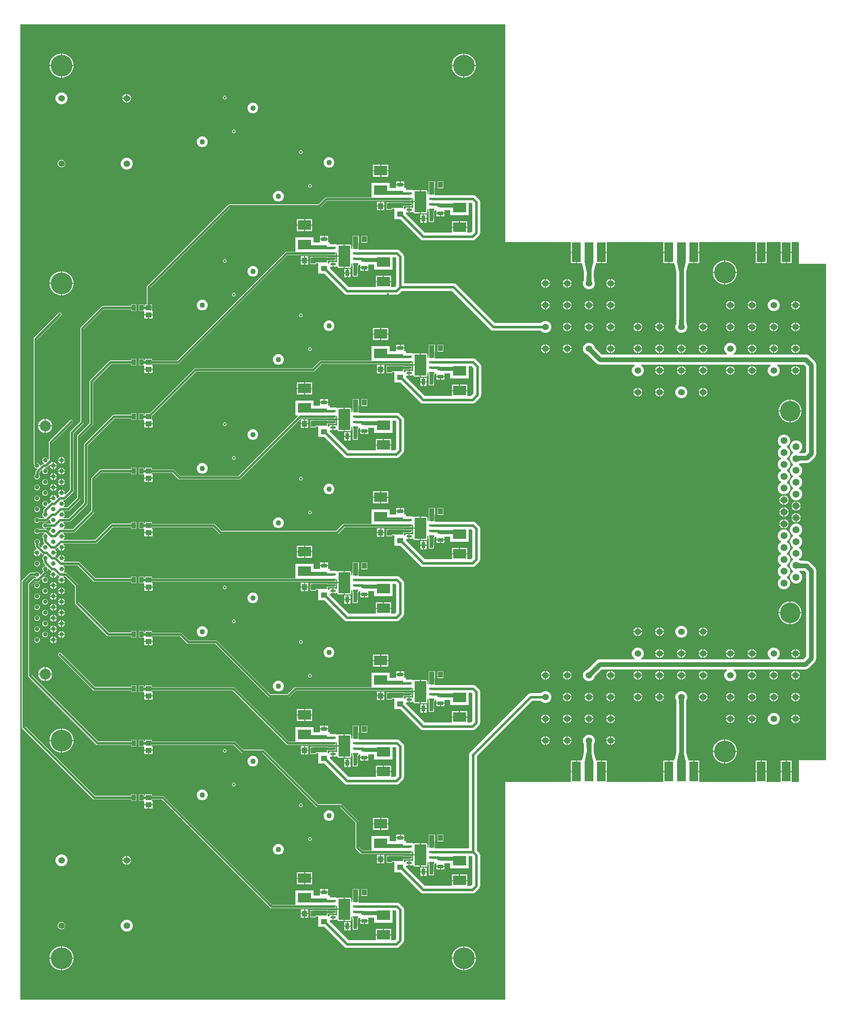
<source format=gbr>
%TF.GenerationSoftware,Altium Limited,Altium Designer,25.0.2 (28)*%
G04 Layer_Physical_Order=6*
G04 Layer_Color=16711680*
%FSLAX45Y45*%
%MOMM*%
%TF.SameCoordinates,97F7605E-EDA1-4B57-83DE-D803DCB7673D*%
%TF.FilePolarity,Positive*%
%TF.FileFunction,Copper,L6,Bot,Signal*%
%TF.Part,Single*%
G01*
G75*
%TA.AperFunction,SMDPad,CuDef*%
%ADD10R,1.45000X1.20000*%
%ADD11R,1.20000X1.45000*%
%ADD12R,0.95000X1.40000*%
%ADD13R,2.03200X4.57200*%
%TA.AperFunction,SMDPad,SMDef*%
G04:AMPARAMS|DCode=14|XSize=2.74681mm|YSize=4.9mm|CornerRadius=0.05494mm|HoleSize=0mm|Usage=FLASHONLY|Rotation=0.000|XOffset=0mm|YOffset=0mm|HoleType=Round|Shape=RoundedRectangle|*
%AMROUNDEDRECTD14*
21,1,2.74681,4.79013,0,0,0.0*
21,1,2.63694,4.90000,0,0,0.0*
1,1,0.10987,1.31847,-2.39507*
1,1,0.10987,-1.31847,-2.39507*
1,1,0.10987,-1.31847,2.39507*
1,1,0.10987,1.31847,2.39507*
%
%ADD14ROUNDEDRECTD14*%
%TA.AperFunction,SMDPad,CuDef*%
G04:AMPARAMS|DCode=15|XSize=0.55mm|YSize=1.25mm|CornerRadius=0.0495mm|HoleSize=0mm|Usage=FLASHONLY|Rotation=90.000|XOffset=0mm|YOffset=0mm|HoleType=Round|Shape=RoundedRectangle|*
%AMROUNDEDRECTD15*
21,1,0.55000,1.15100,0,0,90.0*
21,1,0.45100,1.25000,0,0,90.0*
1,1,0.09900,0.57550,0.22550*
1,1,0.09900,0.57550,-0.22550*
1,1,0.09900,-0.57550,-0.22550*
1,1,0.09900,-0.57550,0.22550*
%
%ADD15ROUNDEDRECTD15*%
%ADD16R,3.04800X2.28600*%
%ADD17R,1.40000X0.95000*%
%ADD18R,1.45000X1.30000*%
%ADD19R,1.00000X1.35000*%
%TA.AperFunction,Conductor*%
%ADD20C,0.60960*%
%ADD21C,0.55880*%
%ADD22C,1.09220*%
%ADD23C,1.14300*%
%ADD24C,0.93980*%
%ADD25C,1.19380*%
%TA.AperFunction,ComponentPad*%
%ADD27C,1.06680*%
%ADD28C,2.54000*%
%ADD29C,1.52400*%
%TA.AperFunction,ViaPad*%
%ADD30C,1.52400*%
%TA.AperFunction,ComponentPad*%
%ADD31C,1.65000*%
%ADD32C,4.80000*%
%TA.AperFunction,ViaPad*%
%ADD33C,5.08000*%
%ADD34C,0.60960*%
%ADD35C,1.27000*%
%ADD36C,0.50000*%
G36*
X18088609Y20851164D02*
X17979390D01*
X17932706Y21069604D01*
X18135295D01*
X18088609Y20851164D01*
D02*
G37*
G36*
X15929610D02*
X15820390D01*
X15773705Y21069604D01*
X15976295D01*
X15929610Y20851164D01*
D02*
G37*
G36*
X15932227Y20624315D02*
X15817773D01*
X15818271Y20626099D01*
X15818716Y20630257D01*
X15819447Y20645703D01*
X15820390Y20749063D01*
X15929610D01*
X15932227Y20624315D01*
D02*
G37*
G36*
X18091226Y19608315D02*
X17976775D01*
X17977271Y19610098D01*
X17977716Y19614256D01*
X17978448Y19629703D01*
X17979390Y19733063D01*
X18088609D01*
X18091226Y19608315D01*
D02*
G37*
G36*
X18090729Y10869902D02*
X18090285Y10865743D01*
X18089552Y10850297D01*
X18088609Y10746937D01*
X17979390D01*
X17976775Y10871685D01*
X18091226D01*
X18090729Y10869902D01*
D02*
G37*
G36*
X15931729Y9853902D02*
X15931284Y9849743D01*
X15930553Y9834297D01*
X15929610Y9730937D01*
X15820390D01*
X15817773Y9855685D01*
X15932227D01*
X15931729Y9853902D01*
D02*
G37*
G36*
X18135295Y9410395D02*
X17932706D01*
X17979390Y9628835D01*
X18088609D01*
X18135295Y9410395D01*
D02*
G37*
G36*
X15976295D02*
X15773705D01*
X15820390Y9628835D01*
X15929610D01*
X15976295Y9410395D01*
D02*
G37*
G36*
X13919200Y21539200D02*
X15455901D01*
Y21310600D01*
X15582899D01*
Y21297900D01*
X15595599D01*
Y21043900D01*
X15709900D01*
X15712440Y21024632D01*
Y21008340D01*
X15723241D01*
X15758434Y20843675D01*
Y20750563D01*
X15758238Y20749629D01*
X15757307Y20647456D01*
X15757153Y20644205D01*
X15747186Y20626942D01*
X15737840Y20592056D01*
Y20555943D01*
X15747186Y20521059D01*
X15765245Y20489783D01*
X15790782Y20464246D01*
X15822058Y20446187D01*
X15856943Y20436839D01*
X15893057D01*
X15927942Y20446187D01*
X15959218Y20464246D01*
X15984755Y20489783D01*
X16002814Y20521059D01*
X16012160Y20555943D01*
Y20592056D01*
X16002814Y20626942D01*
X15994019Y20642172D01*
X15991751Y20750366D01*
X15991566Y20751196D01*
Y20843675D01*
X16026759Y21008340D01*
X16037560D01*
Y21024632D01*
X16040100Y21043900D01*
X16154401D01*
Y21297900D01*
X16167101D01*
Y21310600D01*
X16294099D01*
Y21539200D01*
X17614900D01*
Y21310600D01*
X17741901D01*
Y21297900D01*
X17754601D01*
Y21043900D01*
X17868900D01*
X17871440Y21024632D01*
Y21008340D01*
X17882240D01*
X17917433Y20843675D01*
Y19734563D01*
X17917238Y19733629D01*
X17916309Y19631456D01*
X17916153Y19628204D01*
X17906187Y19610942D01*
X17896840Y19576057D01*
Y19539943D01*
X17906187Y19505058D01*
X17924245Y19473782D01*
X17949782Y19448245D01*
X17981058Y19430186D01*
X18015942Y19420840D01*
X18052057D01*
X18086942Y19430186D01*
X18118217Y19448245D01*
X18143755Y19473782D01*
X18161813Y19505058D01*
X18171159Y19539943D01*
Y19576057D01*
X18161813Y19610942D01*
X18153020Y19626173D01*
X18150751Y19734366D01*
X18150568Y19735197D01*
Y20843675D01*
X18185760Y21008340D01*
X18196561D01*
Y21024632D01*
X18199100Y21043900D01*
X18313400D01*
Y21297900D01*
X18326100D01*
Y21310600D01*
X18453101D01*
Y21539200D01*
X19773900D01*
Y21310600D01*
X20027901D01*
Y21539200D01*
X20358099D01*
Y21310600D01*
X20612100D01*
Y21539200D01*
X20777200D01*
Y21031200D01*
X21412199D01*
Y9448800D01*
X20777200D01*
Y8940800D01*
X20612100D01*
Y9169400D01*
X20358099D01*
Y8940800D01*
X20027901D01*
Y9169400D01*
X19773900D01*
Y8940800D01*
X18453101D01*
Y9169400D01*
X18326100D01*
Y9182100D01*
X18313400D01*
Y9436100D01*
X18199100D01*
X18196561Y9455368D01*
Y9471660D01*
X18185760D01*
X18150568Y9636325D01*
Y10745437D01*
X18150761Y10746371D01*
X18151692Y10848544D01*
X18151846Y10851796D01*
X18161813Y10869058D01*
X18171159Y10903943D01*
Y10940057D01*
X18161813Y10974942D01*
X18143755Y11006218D01*
X18118217Y11031755D01*
X18086942Y11049813D01*
X18052057Y11059160D01*
X18015942D01*
X17981058Y11049813D01*
X17949782Y11031755D01*
X17924245Y11006218D01*
X17906187Y10974942D01*
X17896840Y10940057D01*
Y10903943D01*
X17906187Y10869058D01*
X17914981Y10853827D01*
X17917249Y10745634D01*
X17917433Y10744803D01*
Y9636325D01*
X17882240Y9471660D01*
X17871440D01*
Y9455368D01*
X17868900Y9436100D01*
X17754601D01*
Y9182100D01*
X17741901D01*
Y9169400D01*
X17614900D01*
Y8940800D01*
X16294099D01*
Y9169400D01*
X16167101D01*
Y9182100D01*
X16154401D01*
Y9436100D01*
X16040100D01*
X16037560Y9455368D01*
Y9471660D01*
X16026759D01*
X15991566Y9636325D01*
Y9729437D01*
X15991762Y9730371D01*
X15992693Y9832544D01*
X15992847Y9835796D01*
X16002814Y9853058D01*
X16012160Y9887943D01*
Y9924057D01*
X16002814Y9958942D01*
X15984755Y9990218D01*
X15959218Y10015755D01*
X15927942Y10033813D01*
X15893057Y10043160D01*
X15856943D01*
X15822058Y10033813D01*
X15790782Y10015755D01*
X15765245Y9990218D01*
X15747186Y9958942D01*
X15737840Y9924057D01*
Y9887943D01*
X15747186Y9853058D01*
X15755981Y9837827D01*
X15758249Y9729634D01*
X15758434Y9728803D01*
Y9636325D01*
X15723241Y9471660D01*
X15712440D01*
Y9455368D01*
X15709900Y9436100D01*
X15595599D01*
Y9182100D01*
X15582899D01*
Y9169400D01*
X15455901D01*
Y8940800D01*
X13919200D01*
Y3860800D01*
X2590800D01*
Y26619199D01*
X13919200D01*
Y21539200D01*
D02*
G37*
%LPC*%
G36*
X12975989Y25933401D02*
X12966701D01*
Y25666699D01*
X13233400D01*
Y25675989D01*
X13226520Y25719427D01*
X13212930Y25761252D01*
X13192964Y25800436D01*
X13167114Y25836017D01*
X13136017Y25867114D01*
X13100436Y25892963D01*
X13061252Y25912930D01*
X13019426Y25926520D01*
X12975989Y25933401D01*
D02*
G37*
G36*
X12941299D02*
X12932011D01*
X12888574Y25926520D01*
X12846748Y25912930D01*
X12807562Y25892963D01*
X12771983Y25867114D01*
X12740886Y25836017D01*
X12715036Y25800436D01*
X12695070Y25761252D01*
X12681480Y25719427D01*
X12674600Y25675989D01*
Y25666699D01*
X12941299D01*
Y25933401D01*
D02*
G37*
G36*
X3577989D02*
X3568700D01*
Y25666699D01*
X3835400D01*
Y25675989D01*
X3828520Y25719427D01*
X3814930Y25761252D01*
X3794964Y25800436D01*
X3769114Y25836017D01*
X3738017Y25867114D01*
X3702437Y25892963D01*
X3663252Y25912930D01*
X3621426Y25926520D01*
X3577989Y25933401D01*
D02*
G37*
G36*
X3543300D02*
X3534011D01*
X3490574Y25926520D01*
X3448748Y25912930D01*
X3409563Y25892963D01*
X3373983Y25867114D01*
X3342886Y25836017D01*
X3317036Y25800436D01*
X3297070Y25761252D01*
X3283480Y25719427D01*
X3276600Y25675989D01*
Y25666699D01*
X3543300D01*
Y25933401D01*
D02*
G37*
G36*
X13233400Y25641299D02*
X12966701D01*
Y25374600D01*
X12975989D01*
X13019426Y25381480D01*
X13061252Y25395070D01*
X13100436Y25415036D01*
X13136017Y25440886D01*
X13167114Y25471983D01*
X13192964Y25507562D01*
X13212930Y25546748D01*
X13226520Y25588574D01*
X13233400Y25632010D01*
Y25641299D01*
D02*
G37*
G36*
X12941299D02*
X12674600D01*
Y25632010D01*
X12681480Y25588574D01*
X12695070Y25546748D01*
X12715036Y25507562D01*
X12740886Y25471983D01*
X12771983Y25440886D01*
X12807562Y25415036D01*
X12846748Y25395070D01*
X12888574Y25381480D01*
X12932011Y25374600D01*
X12941299D01*
Y25641299D01*
D02*
G37*
G36*
X3835400D02*
X3568700D01*
Y25374600D01*
X3577989D01*
X3621426Y25381480D01*
X3663252Y25395070D01*
X3702437Y25415036D01*
X3738017Y25440886D01*
X3769114Y25471983D01*
X3794964Y25507562D01*
X3814930Y25546748D01*
X3828520Y25588574D01*
X3835400Y25632010D01*
Y25641299D01*
D02*
G37*
G36*
X3543300D02*
X3276600D01*
Y25632010D01*
X3283480Y25588574D01*
X3297070Y25546748D01*
X3317036Y25507562D01*
X3342886Y25471983D01*
X3373983Y25440886D01*
X3409563Y25415036D01*
X3448748Y25395070D01*
X3490574Y25381480D01*
X3534011Y25374600D01*
X3543300D01*
Y25641299D01*
D02*
G37*
G36*
X5093376Y24993600D02*
X5092700D01*
Y24904700D01*
X5181600D01*
Y24905376D01*
X5174676Y24931216D01*
X5161300Y24954384D01*
X5142384Y24973300D01*
X5119216Y24986676D01*
X5093376Y24993600D01*
D02*
G37*
G36*
X5067300D02*
X5066624D01*
X5040784Y24986676D01*
X5017616Y24973300D01*
X4998700Y24954384D01*
X4985324Y24931216D01*
X4978400Y24905376D01*
Y24904700D01*
X5067300D01*
Y24993600D01*
D02*
G37*
G36*
X7377684Y24945340D02*
X7361516D01*
X7346579Y24939153D01*
X7335147Y24927721D01*
X7328960Y24912784D01*
Y24896616D01*
X7335147Y24881679D01*
X7346579Y24870247D01*
X7361516Y24864059D01*
X7377684D01*
X7392621Y24870247D01*
X7404053Y24881679D01*
X7410240Y24896616D01*
Y24912784D01*
X7404053Y24927721D01*
X7392621Y24939153D01*
X7377684Y24945340D01*
D02*
G37*
G36*
X5181600Y24879300D02*
X5092700D01*
Y24790401D01*
X5093376D01*
X5119216Y24797324D01*
X5142384Y24810699D01*
X5161300Y24829616D01*
X5174676Y24852785D01*
X5181600Y24878624D01*
Y24879300D01*
D02*
G37*
G36*
X5067300D02*
X4978400D01*
Y24878624D01*
X4985324Y24852785D01*
X4998700Y24829616D01*
X5017616Y24810699D01*
X5040784Y24797324D01*
X5066624Y24790401D01*
X5067300D01*
Y24879300D01*
D02*
G37*
G36*
X3574057Y25029160D02*
X3537943D01*
X3503058Y25019814D01*
X3471782Y25001755D01*
X3446245Y24976218D01*
X3428187Y24944942D01*
X3418840Y24910057D01*
Y24873943D01*
X3428187Y24839058D01*
X3446245Y24807782D01*
X3471782Y24782245D01*
X3503058Y24764188D01*
X3537943Y24754840D01*
X3574057D01*
X3608942Y24764188D01*
X3640218Y24782245D01*
X3665755Y24807782D01*
X3683813Y24839058D01*
X3693160Y24873943D01*
Y24910057D01*
X3683813Y24944942D01*
X3665755Y24976218D01*
X3640218Y25001755D01*
X3608942Y25019814D01*
X3574057Y25029160D01*
D02*
G37*
G36*
X8042786Y24787860D02*
X8010014D01*
X7978360Y24779378D01*
X7949980Y24762993D01*
X7926807Y24739819D01*
X7910422Y24711440D01*
X7901940Y24679787D01*
Y24647014D01*
X7910422Y24615359D01*
X7926807Y24586980D01*
X7949980Y24563808D01*
X7978360Y24547421D01*
X8010014Y24538940D01*
X8042786D01*
X8074440Y24547421D01*
X8102820Y24563808D01*
X8125993Y24586980D01*
X8142378Y24615359D01*
X8150860Y24647014D01*
Y24679787D01*
X8142378Y24711440D01*
X8125993Y24739819D01*
X8102820Y24762993D01*
X8074440Y24779378D01*
X8042786Y24787860D01*
D02*
G37*
G36*
X7587874Y24158450D02*
X7571706D01*
X7556769Y24152263D01*
X7545337Y24140831D01*
X7539150Y24125894D01*
Y24109726D01*
X7545337Y24094789D01*
X7556769Y24083357D01*
X7571706Y24077170D01*
X7587874D01*
X7602811Y24083357D01*
X7614243Y24094789D01*
X7620430Y24109726D01*
Y24125894D01*
X7614243Y24140831D01*
X7602811Y24152263D01*
X7587874Y24158450D01*
D02*
G37*
G36*
X6861686Y24000459D02*
X6828914D01*
X6797260Y23991978D01*
X6768880Y23975594D01*
X6745707Y23952420D01*
X6729322Y23924040D01*
X6720840Y23892386D01*
Y23859615D01*
X6729322Y23827960D01*
X6745707Y23799580D01*
X6768880Y23776407D01*
X6797260Y23760022D01*
X6828914Y23751540D01*
X6861686D01*
X6893340Y23760022D01*
X6921720Y23776407D01*
X6944893Y23799580D01*
X6961278Y23827960D01*
X6969760Y23859615D01*
Y23892386D01*
X6961278Y23924040D01*
X6944893Y23952420D01*
X6921720Y23975594D01*
X6893340Y23991978D01*
X6861686Y24000459D01*
D02*
G37*
G36*
X9155684Y23675340D02*
X9139516D01*
X9124579Y23669153D01*
X9113147Y23657721D01*
X9106960Y23642784D01*
Y23626616D01*
X9113147Y23611679D01*
X9124579Y23600247D01*
X9139516Y23594060D01*
X9155684D01*
X9170621Y23600247D01*
X9182053Y23611679D01*
X9188240Y23626616D01*
Y23642784D01*
X9182053Y23657721D01*
X9170621Y23669153D01*
X9155684Y23675340D01*
D02*
G37*
G36*
X3567370Y23454359D02*
X3544630D01*
X3522666Y23448476D01*
X3502974Y23437105D01*
X3486895Y23421027D01*
X3475525Y23401334D01*
X3469640Y23379370D01*
Y23356630D01*
X3475525Y23334666D01*
X3486895Y23314973D01*
X3502974Y23298895D01*
X3522666Y23287524D01*
X3544630Y23281641D01*
X3567370D01*
X3589334Y23287524D01*
X3609026Y23298895D01*
X3625105Y23314973D01*
X3636475Y23334666D01*
X3642360Y23356630D01*
Y23379370D01*
X3636475Y23401334D01*
X3625105Y23421027D01*
X3609026Y23437105D01*
X3589334Y23448476D01*
X3567370Y23454359D01*
D02*
G37*
G36*
X9820786Y23517860D02*
X9788014D01*
X9756360Y23509378D01*
X9727980Y23492993D01*
X9704807Y23469820D01*
X9688422Y23441440D01*
X9679940Y23409785D01*
Y23377014D01*
X9688422Y23345360D01*
X9704807Y23316980D01*
X9727980Y23293806D01*
X9756360Y23277422D01*
X9788014Y23268941D01*
X9820786D01*
X9852440Y23277422D01*
X9880820Y23293806D01*
X9903993Y23316980D01*
X9920378Y23345360D01*
X9928860Y23377014D01*
Y23409785D01*
X9920378Y23441440D01*
X9903993Y23469820D01*
X9880820Y23492993D01*
X9852440Y23509378D01*
X9820786Y23517860D01*
D02*
G37*
G36*
X5098057Y23505161D02*
X5061943D01*
X5027058Y23495813D01*
X4995782Y23477756D01*
X4970245Y23452219D01*
X4952187Y23420943D01*
X4942840Y23386057D01*
Y23349944D01*
X4952187Y23315057D01*
X4970245Y23283781D01*
X4995782Y23258244D01*
X5027058Y23240187D01*
X5061943Y23230840D01*
X5098057D01*
X5132942Y23240187D01*
X5164218Y23258244D01*
X5189755Y23283781D01*
X5207813Y23315057D01*
X5217160Y23349944D01*
Y23386057D01*
X5207813Y23420943D01*
X5189755Y23452219D01*
X5164218Y23477756D01*
X5132942Y23495813D01*
X5098057Y23505161D01*
D02*
G37*
G36*
X11188700Y23342599D02*
X11023600D01*
Y23215601D01*
X11188700D01*
Y23342599D01*
D02*
G37*
G36*
X10998200D02*
X10833100D01*
Y23215601D01*
X10998200D01*
Y23342599D01*
D02*
G37*
G36*
X11188700Y23190199D02*
X11023600D01*
Y23063200D01*
X11188700D01*
Y23190199D01*
D02*
G37*
G36*
X10998200D02*
X10833100D01*
Y23063200D01*
X10998200D01*
Y23190199D01*
D02*
G37*
G36*
X11563500Y22949200D02*
X11480801D01*
Y22889001D01*
X11563500D01*
Y22949200D01*
D02*
G37*
G36*
X11455401D02*
X11372700D01*
Y22889001D01*
X11455401D01*
Y22949200D01*
D02*
G37*
G36*
X9365874Y22888451D02*
X9349706D01*
X9334769Y22882263D01*
X9323337Y22870831D01*
X9317150Y22855894D01*
Y22839726D01*
X9323337Y22824789D01*
X9334769Y22813358D01*
X9349706Y22807170D01*
X9365874D01*
X9380811Y22813358D01*
X9392243Y22824789D01*
X9398430Y22839726D01*
Y22855894D01*
X9392243Y22870831D01*
X9380811Y22882263D01*
X9365874Y22888451D01*
D02*
G37*
G36*
X12476460Y22955360D02*
X12336140D01*
Y22790041D01*
X12476460D01*
Y22955360D01*
D02*
G37*
G36*
X12276460D02*
X12136140D01*
Y22874593D01*
X12135509Y22869800D01*
Y22705322D01*
X12131385Y22703613D01*
X12126595Y22692050D01*
Y22648613D01*
X12123447Y22645580D01*
X12121666Y22644803D01*
X12101346Y22658115D01*
Y22718507D01*
X12098948Y22730560D01*
X12092120Y22740781D01*
X12081901Y22747607D01*
X12069847Y22750005D01*
X11950700D01*
Y22478999D01*
Y22207996D01*
X12069847D01*
X12081901Y22210393D01*
X12092120Y22217220D01*
X12098948Y22227438D01*
X12101346Y22239493D01*
Y22299887D01*
X12121666Y22313197D01*
X12123446Y22312421D01*
X12126595Y22309387D01*
Y22265950D01*
X12131385Y22254385D01*
X12136820Y22252135D01*
Y22085809D01*
X12137940Y22080180D01*
Y22005141D01*
X12253260D01*
Y22085309D01*
X12253360Y22085809D01*
Y22249596D01*
X12258050D01*
X12269615Y22254385D01*
X12274405Y22265950D01*
Y22265970D01*
X12275995Y22278053D01*
X12292987Y22283548D01*
X12312500Y22273637D01*
Y22221399D01*
X12407901D01*
X12503300D01*
X12503300Y22281599D01*
X12522498Y22284308D01*
X12639040D01*
Y22164040D01*
X13065759D01*
Y22452834D01*
X13132759D01*
X13156433Y22429160D01*
Y21792241D01*
X13120059Y21755867D01*
X13030200D01*
Y21869400D01*
X12674600D01*
Y21755867D01*
X12040041D01*
X11601560Y22194348D01*
Y22217821D01*
X11617950Y22235007D01*
X11662800D01*
Y22288499D01*
Y22341994D01*
X11617950D01*
X11606108Y22339639D01*
X11596069Y22332932D01*
X11589361Y22322893D01*
X11587005Y22311050D01*
Y22309460D01*
X11567402D01*
X11550760Y22318340D01*
X11550760Y22329781D01*
Y22376215D01*
X11675060D01*
X11676979Y22376595D01*
X11733050D01*
X11744615Y22381386D01*
X11749405Y22392950D01*
Y22438049D01*
X11744615Y22449614D01*
X11733050Y22454405D01*
X11617950D01*
X11616747Y22453906D01*
X11550760D01*
Y22458659D01*
X11470325D01*
X11468100Y22458952D01*
X11282660D01*
Y22460060D01*
X11142340D01*
Y22294740D01*
X11282660D01*
Y22318047D01*
X11317877D01*
X11334640Y22309460D01*
X11334640Y22297726D01*
Y22067540D01*
X11474751D01*
X11939496Y21602795D01*
X11958066Y21588547D01*
X11979692Y21579588D01*
X12002900Y21576534D01*
X13157201D01*
X13180408Y21579588D01*
X13202034Y21588547D01*
X13220604Y21602795D01*
X13309505Y21691696D01*
X13323753Y21710266D01*
X13332712Y21731892D01*
X13335767Y21755099D01*
Y22447646D01*
X13337540Y22454262D01*
Y22478339D01*
X13331308Y22501595D01*
X13319270Y22522446D01*
X13302245Y22539470D01*
X13296313Y22542896D01*
X13233304Y22605904D01*
X13214734Y22620154D01*
X13193108Y22629112D01*
X13169901Y22632167D01*
X12290276D01*
X12274405Y22646950D01*
Y22692050D01*
X12271250Y22699667D01*
X12271291Y22699980D01*
Y22790041D01*
X12276460D01*
Y22955360D01*
D02*
G37*
G36*
X11224260Y22920959D02*
X10797540D01*
Y22581348D01*
X9740900D01*
X9726034Y22578389D01*
X9713431Y22569969D01*
X9559709Y22416248D01*
X7480300D01*
X7465434Y22413289D01*
X7452831Y22404869D01*
X5560531Y20512569D01*
X5552111Y20499966D01*
X5549153Y20485100D01*
Y20077661D01*
X5505340D01*
Y20043938D01*
X5484160D01*
Y20080161D01*
X5363840D01*
Y19924840D01*
X5471047Y19924840D01*
X5484159Y19924838D01*
X5490100Y19906981D01*
Y19850201D01*
X5685900D01*
Y19927901D01*
X5670660D01*
Y20077661D01*
X5626847D01*
Y20469009D01*
X7496391Y22338553D01*
X9575800D01*
X9590666Y22341512D01*
X9603269Y22349931D01*
X9756991Y22503653D01*
X11617809D01*
X11617950Y22503595D01*
X11733050D01*
X11744615Y22508386D01*
X11749405Y22519949D01*
Y22563387D01*
X11752553Y22566422D01*
X11754334Y22567198D01*
X11774654Y22553886D01*
Y22491701D01*
X11925300D01*
Y22750005D01*
X11806153D01*
X11794099Y22747607D01*
X11783880Y22740781D01*
X11766289Y22749622D01*
X11750256Y22756264D01*
X11733050Y22758530D01*
X11680350D01*
X11675500Y22759167D01*
X11599060D01*
Y22799760D01*
X11582312D01*
X11563500Y22803400D01*
X11563500Y22820081D01*
Y22863602D01*
X11468101D01*
X11372700D01*
X11372700Y22803400D01*
X11353502Y22800693D01*
X11224260D01*
Y22920959D01*
D02*
G37*
G36*
X8639686Y22730460D02*
X8606914D01*
X8575260Y22721979D01*
X8546880Y22705592D01*
X8523707Y22682420D01*
X8507322Y22654041D01*
X8498840Y22622386D01*
Y22589613D01*
X8507322Y22557961D01*
X8523707Y22529581D01*
X8546880Y22506407D01*
X8575260Y22490022D01*
X8606914Y22481540D01*
X8639686D01*
X8671340Y22490022D01*
X8699720Y22506407D01*
X8722893Y22529581D01*
X8739278Y22557961D01*
X8747760Y22589613D01*
Y22622386D01*
X8739278Y22654041D01*
X8722893Y22682420D01*
X8699720Y22705592D01*
X8671340Y22721979D01*
X8639686Y22730460D01*
D02*
G37*
G36*
X11097900Y22475301D02*
X11025200D01*
Y22390100D01*
X11097900D01*
Y22475301D01*
D02*
G37*
G36*
X10999800D02*
X10927100D01*
Y22390100D01*
X10999800D01*
Y22475301D01*
D02*
G37*
G36*
X11925300Y22466299D02*
X11774654D01*
Y22339989D01*
X11757997Y22334029D01*
X11754334Y22333330D01*
X11744892Y22339639D01*
X11733050Y22341994D01*
X11688200D01*
Y22288499D01*
Y22235007D01*
X11733050D01*
X11744892Y22237361D01*
X11754334Y22243671D01*
X11767330Y22241193D01*
X11769070Y22240788D01*
X11775035Y22237581D01*
X11777052Y22227438D01*
X11783880Y22217220D01*
X11794099Y22210393D01*
X11806153Y22207996D01*
X11925300D01*
Y22466299D01*
D02*
G37*
G36*
X11097900Y22364700D02*
X11025200D01*
Y22279500D01*
X11097900D01*
Y22364700D01*
D02*
G37*
G36*
X10999800D02*
X10927100D01*
Y22279500D01*
X10999800D01*
Y22364700D01*
D02*
G37*
G36*
X12503300Y22195999D02*
X12420601D01*
Y22135800D01*
X12503300D01*
Y22195999D01*
D02*
G37*
G36*
X12395201D02*
X12312500D01*
Y22135800D01*
X12395201D01*
Y22195999D01*
D02*
G37*
G36*
X12083500Y22180701D02*
X12023300D01*
Y22098000D01*
X12083500D01*
Y22180701D01*
D02*
G37*
G36*
X11997900D02*
X11937700D01*
Y22098000D01*
X11997900D01*
Y22180701D01*
D02*
G37*
G36*
X12083500Y22072600D02*
X12023300D01*
Y21989900D01*
X12083500D01*
Y22072600D01*
D02*
G37*
G36*
X11997900D02*
X11937700D01*
Y21989900D01*
X11997900D01*
Y22072600D01*
D02*
G37*
G36*
X9410700D02*
X9245600D01*
Y21945599D01*
X9410700D01*
Y22072600D01*
D02*
G37*
G36*
X9220200D02*
X9055100D01*
Y21945599D01*
X9220200D01*
Y22072600D01*
D02*
G37*
G36*
X13030200Y22021800D02*
X12865100D01*
Y21894800D01*
X13030200D01*
Y22021800D01*
D02*
G37*
G36*
X12839700D02*
X12674600D01*
Y21894800D01*
X12839700D01*
Y22021800D01*
D02*
G37*
G36*
X9410700Y21920200D02*
X9245600D01*
Y21793201D01*
X9410700D01*
Y21920200D01*
D02*
G37*
G36*
X9220200D02*
X9055100D01*
Y21793201D01*
X9220200D01*
Y21920200D01*
D02*
G37*
G36*
X9785500Y21679201D02*
X9702801D01*
Y21619000D01*
X9785500D01*
Y21679201D01*
D02*
G37*
G36*
X9677401D02*
X9594700D01*
Y21619000D01*
X9677401D01*
Y21679201D01*
D02*
G37*
G36*
X10698460Y21685361D02*
X10558140D01*
Y21520039D01*
X10698460D01*
Y21685361D01*
D02*
G37*
G36*
X10498460D02*
X10358140D01*
Y21604591D01*
X10357509Y21599800D01*
Y21435323D01*
X10353385Y21433614D01*
X10348595Y21422050D01*
Y21378613D01*
X10345447Y21375578D01*
X10343666Y21374803D01*
X10323346Y21388113D01*
Y21448508D01*
X10320948Y21460561D01*
X10314120Y21470779D01*
X10303901Y21477608D01*
X10291847Y21480005D01*
X10172700D01*
Y21209000D01*
Y20937994D01*
X10291847D01*
X10303901Y20940392D01*
X10314120Y20947220D01*
X10320948Y20957439D01*
X10323346Y20969493D01*
Y21029887D01*
X10343666Y21043198D01*
X10345446Y21042421D01*
X10348595Y21039388D01*
Y20995950D01*
X10353385Y20984386D01*
X10358820Y20982133D01*
Y20815810D01*
X10359940Y20810181D01*
Y20735139D01*
X10475260D01*
Y20815309D01*
X10475360Y20815810D01*
Y20979594D01*
X10480050D01*
X10491615Y20984386D01*
X10496405Y20995950D01*
Y20995970D01*
X10497995Y21008054D01*
X10514987Y21013548D01*
X10534500Y21003638D01*
Y20951399D01*
X10629901D01*
X10725300D01*
X10725300Y21011600D01*
X10744498Y21014308D01*
X10861040D01*
Y20894040D01*
X11287760D01*
Y21182832D01*
X11354759D01*
X11378433Y21159158D01*
Y20522241D01*
X11342059Y20485867D01*
X11252200D01*
Y20599400D01*
X10896600D01*
Y20485867D01*
X10262041D01*
X9823560Y20924348D01*
Y20947821D01*
X9839950Y20965005D01*
X9884800D01*
Y21018500D01*
Y21071994D01*
X9839950D01*
X9828108Y21069640D01*
X9818069Y21062930D01*
X9811361Y21052892D01*
X9809005Y21041051D01*
Y21039461D01*
X9789402D01*
X9772760Y21048340D01*
X9772760Y21059779D01*
Y21106213D01*
X9897060D01*
X9898979Y21106595D01*
X9955050D01*
X9966615Y21111386D01*
X9971405Y21122951D01*
Y21168050D01*
X9966615Y21179614D01*
X9955050Y21184406D01*
X9839950D01*
X9838747Y21183907D01*
X9772760D01*
Y21188660D01*
X9692325D01*
X9690100Y21188953D01*
X9504660D01*
Y21190060D01*
X9364340D01*
Y21024741D01*
X9504660D01*
Y21048047D01*
X9539877D01*
X9556640Y21039461D01*
X9556640Y21027727D01*
Y20797540D01*
X9696751D01*
X10161496Y20332796D01*
X10180066Y20318546D01*
X10201692Y20309589D01*
X10224900Y20306532D01*
X11379200D01*
X11402407Y20309589D01*
X11424034Y20318546D01*
X11442604Y20332796D01*
X11505241Y20395433D01*
X12675559D01*
X13576395Y19494597D01*
X13576396Y19494595D01*
X13594966Y19480347D01*
X13616592Y19471388D01*
X13639799Y19468333D01*
X13639803Y19468333D01*
X14754694D01*
X14774782Y19448245D01*
X14806058Y19430186D01*
X14840942Y19420840D01*
X14877057D01*
X14911942Y19430186D01*
X14943217Y19448245D01*
X14968755Y19473782D01*
X14986813Y19505058D01*
X14996159Y19539943D01*
Y19576057D01*
X14986813Y19610942D01*
X14968755Y19642218D01*
X14943217Y19667755D01*
X14911942Y19685812D01*
X14877057Y19695160D01*
X14840942D01*
X14806058Y19685812D01*
X14774782Y19667755D01*
X14754694Y19647667D01*
X13676941D01*
X12776104Y20548505D01*
X12757534Y20562753D01*
X12735907Y20571712D01*
X12712700Y20574767D01*
X11557767D01*
Y21196300D01*
X11554712Y21219507D01*
X11545754Y21241135D01*
X11531504Y21259705D01*
X11455304Y21335904D01*
X11436734Y21350154D01*
X11415107Y21359113D01*
X11391900Y21362167D01*
X10512276D01*
X10496405Y21376950D01*
Y21422050D01*
X10493250Y21429668D01*
X10493291Y21429980D01*
Y21520039D01*
X10498460D01*
Y21685361D01*
D02*
G37*
G36*
X9446260Y21650960D02*
X9019540D01*
Y21311346D01*
X8813800D01*
X8798934Y21308389D01*
X8786331Y21299969D01*
X6257710Y18771347D01*
X5670660D01*
Y18807661D01*
X5505340D01*
Y18773936D01*
X5484160D01*
Y18810159D01*
X5363840D01*
Y18654840D01*
X5471047Y18654840D01*
X5484159Y18654839D01*
X5490100Y18636981D01*
Y18580202D01*
X5685900D01*
Y18657901D01*
X5670660D01*
Y18693654D01*
X6273801D01*
X6288667Y18696611D01*
X6301269Y18705032D01*
X8829891Y21233653D01*
X9839809D01*
X9839950Y21233595D01*
X9955050D01*
X9966615Y21238387D01*
X9971405Y21249950D01*
Y21293387D01*
X9974553Y21296420D01*
X9976334Y21297198D01*
X9996654Y21283887D01*
Y21221700D01*
X10147300D01*
Y21480005D01*
X10028153D01*
X10016099Y21477608D01*
X10005880Y21470779D01*
X9988289Y21479622D01*
X9972256Y21486263D01*
X9955050Y21488528D01*
X9902350D01*
X9897500Y21489166D01*
X9821060D01*
Y21529761D01*
X9804312D01*
X9785500Y21533400D01*
X9785500Y21550079D01*
Y21593600D01*
X9690101D01*
X9594700D01*
X9594700Y21533400D01*
X9575502Y21530692D01*
X9446260D01*
Y21650960D01*
D02*
G37*
G36*
X9319900Y21205299D02*
X9247200D01*
Y21120100D01*
X9319900D01*
Y21205299D01*
D02*
G37*
G36*
X9221800D02*
X9149100D01*
Y21120100D01*
X9221800D01*
Y21205299D01*
D02*
G37*
G36*
X10147300Y21196300D02*
X9996654D01*
Y21069987D01*
X9979997Y21064027D01*
X9976334Y21063330D01*
X9966892Y21069640D01*
X9955050Y21071994D01*
X9910200D01*
Y21018500D01*
Y20965005D01*
X9955050D01*
X9966892Y20967361D01*
X9976334Y20973669D01*
X9989330Y20971193D01*
X9991070Y20970789D01*
X9997035Y20967581D01*
X9999052Y20957439D01*
X10005880Y20947220D01*
X10016099Y20940392D01*
X10028153Y20937994D01*
X10147300D01*
Y21196300D01*
D02*
G37*
G36*
X7377174Y21135851D02*
X7361006D01*
X7346069Y21129663D01*
X7334637Y21118231D01*
X7328450Y21103294D01*
Y21087126D01*
X7334637Y21072189D01*
X7346069Y21060757D01*
X7361006Y21054570D01*
X7377174D01*
X7392111Y21060757D01*
X7403543Y21072189D01*
X7409730Y21087126D01*
Y21103294D01*
X7403543Y21118231D01*
X7392111Y21129663D01*
X7377174Y21135851D01*
D02*
G37*
G36*
X20612100Y21285201D02*
X20497800D01*
Y21043900D01*
X20612100D01*
Y21285201D01*
D02*
G37*
G36*
X20472400D02*
X20358099D01*
Y21043900D01*
X20472400D01*
Y21285201D01*
D02*
G37*
G36*
X20027901D02*
X19913600D01*
Y21043900D01*
X20027901D01*
Y21285201D01*
D02*
G37*
G36*
X19888200D02*
X19773900D01*
Y21043900D01*
X19888200D01*
Y21285201D01*
D02*
G37*
G36*
X18453101D02*
X18338800D01*
Y21043900D01*
X18453101D01*
Y21285201D01*
D02*
G37*
G36*
X16294099D02*
X16179800D01*
Y21043900D01*
X16294099D01*
Y21285201D01*
D02*
G37*
G36*
X17729201D02*
X17614900D01*
Y21043900D01*
X17729201D01*
Y21285201D01*
D02*
G37*
G36*
X15570200D02*
X15455901D01*
Y21043900D01*
X15570200D01*
Y21285201D01*
D02*
G37*
G36*
X9319900Y21094701D02*
X9247200D01*
Y21009500D01*
X9319900D01*
Y21094701D01*
D02*
G37*
G36*
X9221800D02*
X9149100D01*
Y21009500D01*
X9221800D01*
Y21094701D01*
D02*
G37*
G36*
X10725300Y20925999D02*
X10642601D01*
Y20865800D01*
X10725300D01*
Y20925999D01*
D02*
G37*
G36*
X10617201D02*
X10534500D01*
Y20865800D01*
X10617201D01*
Y20925999D01*
D02*
G37*
G36*
X19071989Y21107401D02*
X19062700D01*
Y20840700D01*
X19329401D01*
Y20849989D01*
X19322520Y20893427D01*
X19308929Y20935252D01*
X19288963Y20974437D01*
X19263113Y21010017D01*
X19232018Y21041113D01*
X19196437Y21066965D01*
X19157253Y21086929D01*
X19115427Y21100520D01*
X19071989Y21107401D01*
D02*
G37*
G36*
X19037300D02*
X19028011D01*
X18984573Y21100520D01*
X18942747Y21086929D01*
X18903563Y21066965D01*
X18867982Y21041113D01*
X18836887Y21010017D01*
X18811037Y20974437D01*
X18791071Y20935252D01*
X18777480Y20893427D01*
X18770599Y20849989D01*
Y20840700D01*
X19037300D01*
Y21107401D01*
D02*
G37*
G36*
X10305500Y20910699D02*
X10245300D01*
Y20828000D01*
X10305500D01*
Y20910699D01*
D02*
G37*
G36*
X10219900D02*
X10159700D01*
Y20828000D01*
X10219900D01*
Y20910699D01*
D02*
G37*
G36*
X8042786Y20977859D02*
X8010014D01*
X7978360Y20969379D01*
X7949980Y20952992D01*
X7926807Y20929820D01*
X7910422Y20901440D01*
X7901940Y20869786D01*
Y20837013D01*
X7910422Y20805360D01*
X7926807Y20776981D01*
X7949980Y20753807D01*
X7978360Y20737422D01*
X8010014Y20728940D01*
X8042786D01*
X8074440Y20737422D01*
X8102820Y20753807D01*
X8125993Y20776981D01*
X8142378Y20805360D01*
X8150860Y20837013D01*
Y20869786D01*
X8142378Y20901440D01*
X8125993Y20929820D01*
X8102820Y20952992D01*
X8074440Y20969379D01*
X8042786Y20977859D01*
D02*
G37*
G36*
X10305500Y20802600D02*
X10245300D01*
Y20719901D01*
X10305500D01*
Y20802600D01*
D02*
G37*
G36*
X10219900D02*
X10159700D01*
Y20719901D01*
X10219900D01*
Y20802600D01*
D02*
G37*
G36*
X11252200Y20751801D02*
X11087100D01*
Y20624800D01*
X11252200D01*
Y20751801D01*
D02*
G37*
G36*
X11061700D02*
X10896600D01*
Y20624800D01*
X11061700D01*
Y20751801D01*
D02*
G37*
G36*
X16396376Y20675600D02*
X16395700D01*
Y20586700D01*
X16484599D01*
Y20587376D01*
X16477676Y20613216D01*
X16464301Y20636385D01*
X16445384Y20655299D01*
X16422215Y20668677D01*
X16396376Y20675600D01*
D02*
G37*
G36*
X15380376D02*
X15379700D01*
Y20586700D01*
X15468600D01*
Y20587376D01*
X15461676Y20613216D01*
X15448300Y20636385D01*
X15429384Y20655299D01*
X15406216Y20668677D01*
X15380376Y20675600D01*
D02*
G37*
G36*
X14872375D02*
X14871700D01*
Y20586700D01*
X14960600D01*
Y20587376D01*
X14953676Y20613216D01*
X14940300Y20636385D01*
X14921384Y20655299D01*
X14898216Y20668677D01*
X14872375Y20675600D01*
D02*
G37*
G36*
X3577989Y20853400D02*
X3568700D01*
Y20586700D01*
X3835400D01*
Y20595988D01*
X3828520Y20639426D01*
X3814930Y20681252D01*
X3794964Y20720438D01*
X3769114Y20756017D01*
X3738017Y20787114D01*
X3702437Y20812964D01*
X3663252Y20832930D01*
X3621426Y20846519D01*
X3577989Y20853400D01*
D02*
G37*
G36*
X3543300D02*
X3534011D01*
X3490574Y20846519D01*
X3448748Y20832930D01*
X3409563Y20812964D01*
X3373983Y20787114D01*
X3342886Y20756017D01*
X3317036Y20720438D01*
X3297070Y20681252D01*
X3283480Y20639426D01*
X3276600Y20595988D01*
Y20586700D01*
X3543300D01*
Y20853400D01*
D02*
G37*
G36*
X16370300Y20675600D02*
X16369624D01*
X16343784Y20668677D01*
X16320616Y20655299D01*
X16301700Y20636385D01*
X16288324Y20613216D01*
X16281400Y20587376D01*
Y20586700D01*
X16370300D01*
Y20675600D01*
D02*
G37*
G36*
X15354300D02*
X15353624D01*
X15327785Y20668677D01*
X15304616Y20655299D01*
X15285699Y20636385D01*
X15272324Y20613216D01*
X15265401Y20587376D01*
Y20586700D01*
X15354300D01*
Y20675600D01*
D02*
G37*
G36*
X14846300D02*
X14845624D01*
X14819785Y20668677D01*
X14796616Y20655299D01*
X14777699Y20636385D01*
X14764323Y20613216D01*
X14757401Y20587376D01*
Y20586700D01*
X14846300D01*
Y20675600D01*
D02*
G37*
G36*
X19329401Y20815300D02*
X19062700D01*
Y20548599D01*
X19071989D01*
X19115427Y20555479D01*
X19157253Y20569070D01*
X19196437Y20589037D01*
X19232018Y20614886D01*
X19263113Y20645982D01*
X19288963Y20681563D01*
X19308929Y20720747D01*
X19322520Y20762573D01*
X19329401Y20806010D01*
Y20815300D01*
D02*
G37*
G36*
X19037300D02*
X18770599D01*
Y20806010D01*
X18777480Y20762573D01*
X18791071Y20720747D01*
X18811037Y20681563D01*
X18836887Y20645982D01*
X18867982Y20614886D01*
X18903563Y20589037D01*
X18942747Y20569070D01*
X18984573Y20555479D01*
X19028011Y20548599D01*
X19037300D01*
Y20815300D01*
D02*
G37*
G36*
X16484599Y20561301D02*
X16395700D01*
Y20472400D01*
X16396376D01*
X16422215Y20479324D01*
X16445384Y20492700D01*
X16464301Y20511617D01*
X16477676Y20534784D01*
X16484599Y20560625D01*
Y20561301D01*
D02*
G37*
G36*
X16370300D02*
X16281400D01*
Y20560625D01*
X16288324Y20534784D01*
X16301700Y20511617D01*
X16320616Y20492700D01*
X16343784Y20479324D01*
X16369624Y20472400D01*
X16370300D01*
Y20561301D01*
D02*
G37*
G36*
X15468600D02*
X15379700D01*
Y20472400D01*
X15380376D01*
X15406216Y20479324D01*
X15429384Y20492700D01*
X15448300Y20511617D01*
X15461676Y20534784D01*
X15468600Y20560625D01*
Y20561301D01*
D02*
G37*
G36*
X15354300D02*
X15265401D01*
Y20560625D01*
X15272324Y20534784D01*
X15285699Y20511617D01*
X15304616Y20492700D01*
X15327785Y20479324D01*
X15353624Y20472400D01*
X15354300D01*
Y20561301D01*
D02*
G37*
G36*
X14960600D02*
X14871700D01*
Y20472400D01*
X14872375D01*
X14898216Y20479324D01*
X14921384Y20492700D01*
X14940300Y20511617D01*
X14953676Y20534784D01*
X14960600Y20560625D01*
Y20561301D01*
D02*
G37*
G36*
X14846300D02*
X14757401D01*
Y20560625D01*
X14764323Y20534784D01*
X14777699Y20511617D01*
X14796616Y20492700D01*
X14819785Y20479324D01*
X14845624Y20472400D01*
X14846300D01*
Y20561301D01*
D02*
G37*
G36*
X3835400D02*
X3568700D01*
Y20294600D01*
X3577989D01*
X3621426Y20301480D01*
X3663252Y20315070D01*
X3702437Y20335036D01*
X3738017Y20360886D01*
X3769114Y20391983D01*
X3794964Y20427563D01*
X3814930Y20466748D01*
X3828520Y20508574D01*
X3835400Y20552011D01*
Y20561301D01*
D02*
G37*
G36*
X3543300D02*
X3276600D01*
Y20552011D01*
X3283480Y20508574D01*
X3297070Y20466748D01*
X3317036Y20427563D01*
X3342886Y20391983D01*
X3373983Y20360886D01*
X3409563Y20335036D01*
X3448748Y20315070D01*
X3490574Y20301480D01*
X3534011Y20294600D01*
X3543300D01*
Y20561301D01*
D02*
G37*
G36*
X7587874Y20348450D02*
X7571706D01*
X7556769Y20342262D01*
X7545337Y20330830D01*
X7539150Y20315894D01*
Y20299725D01*
X7545337Y20284789D01*
X7556769Y20273357D01*
X7571706Y20267171D01*
X7587874D01*
X7602811Y20273357D01*
X7614243Y20284789D01*
X7620430Y20299725D01*
Y20315894D01*
X7614243Y20330830D01*
X7602811Y20342262D01*
X7587874Y20348450D01*
D02*
G37*
G36*
X20714375Y20167599D02*
X20713699D01*
Y20078700D01*
X20802600D01*
Y20079376D01*
X20795676Y20105215D01*
X20782300Y20128384D01*
X20763383Y20147301D01*
X20740216Y20160677D01*
X20714375Y20167599D01*
D02*
G37*
G36*
X19698376D02*
X19697701D01*
Y20078700D01*
X19786600D01*
Y20079376D01*
X19779675Y20105215D01*
X19766299Y20128384D01*
X19747385Y20147301D01*
X19724216Y20160677D01*
X19698376Y20167599D01*
D02*
G37*
G36*
X19190376D02*
X19189700D01*
Y20078700D01*
X19278600D01*
Y20079376D01*
X19271677Y20105215D01*
X19258299Y20128384D01*
X19239384Y20147301D01*
X19216216Y20160677D01*
X19190376Y20167599D01*
D02*
G37*
G36*
X16396376D02*
X16395700D01*
Y20078700D01*
X16484599D01*
Y20079376D01*
X16477676Y20105215D01*
X16464301Y20128384D01*
X16445384Y20147301D01*
X16422215Y20160677D01*
X16396376Y20167599D01*
D02*
G37*
G36*
X15888376D02*
X15887700D01*
Y20078700D01*
X15976601D01*
Y20079376D01*
X15969676Y20105215D01*
X15956300Y20128384D01*
X15937384Y20147301D01*
X15914217Y20160677D01*
X15888376Y20167599D01*
D02*
G37*
G36*
X15380376D02*
X15379700D01*
Y20078700D01*
X15468600D01*
Y20079376D01*
X15461676Y20105215D01*
X15448300Y20128384D01*
X15429384Y20147301D01*
X15406216Y20160677D01*
X15380376Y20167599D01*
D02*
G37*
G36*
X14872375D02*
X14871700D01*
Y20078700D01*
X14960600D01*
Y20079376D01*
X14953676Y20105215D01*
X14940300Y20128384D01*
X14921384Y20147301D01*
X14898216Y20160677D01*
X14872375Y20167599D01*
D02*
G37*
G36*
X20688300D02*
X20687624D01*
X20661784Y20160677D01*
X20638615Y20147301D01*
X20619701Y20128384D01*
X20606323Y20105215D01*
X20599400Y20079376D01*
Y20078700D01*
X20688300D01*
Y20167599D01*
D02*
G37*
G36*
X19672301D02*
X19671625D01*
X19645784Y20160677D01*
X19622617Y20147301D01*
X19603700Y20128384D01*
X19590324Y20105215D01*
X19583400Y20079376D01*
Y20078700D01*
X19672301D01*
Y20167599D01*
D02*
G37*
G36*
X19164301D02*
X19163625D01*
X19137784Y20160677D01*
X19114616Y20147301D01*
X19095700Y20128384D01*
X19082324Y20105215D01*
X19075400Y20079376D01*
Y20078700D01*
X19164301D01*
Y20167599D01*
D02*
G37*
G36*
X16370300D02*
X16369624D01*
X16343784Y20160677D01*
X16320616Y20147301D01*
X16301700Y20128384D01*
X16288324Y20105215D01*
X16281400Y20079376D01*
Y20078700D01*
X16370300D01*
Y20167599D01*
D02*
G37*
G36*
X15862300D02*
X15861624D01*
X15835783Y20160677D01*
X15812616Y20147301D01*
X15793700Y20128384D01*
X15780324Y20105215D01*
X15773399Y20079376D01*
Y20078700D01*
X15862300D01*
Y20167599D01*
D02*
G37*
G36*
X15354300D02*
X15353624D01*
X15327785Y20160677D01*
X15304616Y20147301D01*
X15285699Y20128384D01*
X15272324Y20105215D01*
X15265401Y20079376D01*
Y20078700D01*
X15354300D01*
Y20167599D01*
D02*
G37*
G36*
X14846300D02*
X14845624D01*
X14819785Y20160677D01*
X14796616Y20147301D01*
X14777699Y20128384D01*
X14764323Y20105215D01*
X14757401Y20079376D01*
Y20078700D01*
X14846300D01*
Y20167599D01*
D02*
G37*
G36*
X20802600Y20053300D02*
X20713699D01*
Y19964400D01*
X20714375D01*
X20740216Y19971324D01*
X20763383Y19984700D01*
X20782300Y20003616D01*
X20795676Y20026784D01*
X20802600Y20052625D01*
Y20053300D01*
D02*
G37*
G36*
X20688300D02*
X20599400D01*
Y20052625D01*
X20606323Y20026784D01*
X20619701Y20003616D01*
X20638615Y19984700D01*
X20661784Y19971324D01*
X20687624Y19964400D01*
X20688300D01*
Y20053300D01*
D02*
G37*
G36*
X19786600D02*
X19697701D01*
Y19964400D01*
X19698376D01*
X19724216Y19971324D01*
X19747385Y19984700D01*
X19766299Y20003616D01*
X19779675Y20026784D01*
X19786600Y20052625D01*
Y20053300D01*
D02*
G37*
G36*
X19672301D02*
X19583400D01*
Y20052625D01*
X19590324Y20026784D01*
X19603700Y20003616D01*
X19622617Y19984700D01*
X19645784Y19971324D01*
X19671625Y19964400D01*
X19672301D01*
Y20053300D01*
D02*
G37*
G36*
X19278600D02*
X19189700D01*
Y19964400D01*
X19190376D01*
X19216216Y19971324D01*
X19239384Y19984700D01*
X19258299Y20003616D01*
X19271677Y20026784D01*
X19278600Y20052625D01*
Y20053300D01*
D02*
G37*
G36*
X19164301D02*
X19075400D01*
Y20052625D01*
X19082324Y20026784D01*
X19095700Y20003616D01*
X19114616Y19984700D01*
X19137784Y19971324D01*
X19163625Y19964400D01*
X19164301D01*
Y20053300D01*
D02*
G37*
G36*
X16484599D02*
X16395700D01*
Y19964400D01*
X16396376D01*
X16422215Y19971324D01*
X16445384Y19984700D01*
X16464301Y20003616D01*
X16477676Y20026784D01*
X16484599Y20052625D01*
Y20053300D01*
D02*
G37*
G36*
X16370300D02*
X16281400D01*
Y20052625D01*
X16288324Y20026784D01*
X16301700Y20003616D01*
X16320616Y19984700D01*
X16343784Y19971324D01*
X16369624Y19964400D01*
X16370300D01*
Y20053300D01*
D02*
G37*
G36*
X15976601D02*
X15887700D01*
Y19964400D01*
X15888376D01*
X15914217Y19971324D01*
X15937384Y19984700D01*
X15956300Y20003616D01*
X15969676Y20026784D01*
X15976601Y20052625D01*
Y20053300D01*
D02*
G37*
G36*
X15862300D02*
X15773399D01*
Y20052625D01*
X15780324Y20026784D01*
X15793700Y20003616D01*
X15812616Y19984700D01*
X15835783Y19971324D01*
X15861624Y19964400D01*
X15862300D01*
Y20053300D01*
D02*
G37*
G36*
X15468600D02*
X15379700D01*
Y19964400D01*
X15380376D01*
X15406216Y19971324D01*
X15429384Y19984700D01*
X15448300Y20003616D01*
X15461676Y20026784D01*
X15468600Y20052625D01*
Y20053300D01*
D02*
G37*
G36*
X15354300D02*
X15265401D01*
Y20052625D01*
X15272324Y20026784D01*
X15285699Y20003616D01*
X15304616Y19984700D01*
X15327785Y19971324D01*
X15353624Y19964400D01*
X15354300D01*
Y20053300D01*
D02*
G37*
G36*
X14960600D02*
X14871700D01*
Y19964400D01*
X14872375D01*
X14898216Y19971324D01*
X14921384Y19984700D01*
X14940300Y20003616D01*
X14953676Y20026784D01*
X14960600Y20052625D01*
Y20053300D01*
D02*
G37*
G36*
X14846300D02*
X14757401D01*
Y20052625D01*
X14764323Y20026784D01*
X14777699Y20003616D01*
X14796616Y19984700D01*
X14819785Y19971324D01*
X14845624Y19964400D01*
X14846300D01*
Y20053300D01*
D02*
G37*
G36*
X6861686Y20190460D02*
X6828914D01*
X6797260Y20181978D01*
X6768880Y20165593D01*
X6745707Y20142419D01*
X6729322Y20114040D01*
X6720840Y20082385D01*
Y20049614D01*
X6729322Y20017960D01*
X6745707Y19989580D01*
X6768880Y19966406D01*
X6797260Y19950021D01*
X6828914Y19941541D01*
X6861686D01*
X6893340Y19950021D01*
X6921720Y19966406D01*
X6944893Y19989580D01*
X6961278Y20017960D01*
X6969760Y20049614D01*
Y20082385D01*
X6961278Y20114040D01*
X6944893Y20142419D01*
X6921720Y20165593D01*
X6893340Y20181978D01*
X6861686Y20190460D01*
D02*
G37*
G36*
X20211057Y20203160D02*
X20174944D01*
X20140057Y20193813D01*
X20108781Y20175755D01*
X20083244Y20150218D01*
X20065187Y20118942D01*
X20055840Y20084058D01*
Y20047943D01*
X20065187Y20013058D01*
X20083244Y19981783D01*
X20108781Y19956245D01*
X20140057Y19938187D01*
X20174944Y19928841D01*
X20211057D01*
X20245943Y19938187D01*
X20277219Y19956245D01*
X20302756Y19981783D01*
X20320813Y20013058D01*
X20330161Y20047943D01*
Y20084058D01*
X20320813Y20118942D01*
X20302756Y20150218D01*
X20277219Y20175755D01*
X20245943Y20193813D01*
X20211057Y20203160D01*
D02*
G37*
G36*
X5304160Y20080161D02*
X5183840D01*
Y20043936D01*
X4521200D01*
X4505343Y20040782D01*
X4491900Y20031799D01*
X4009300Y19549200D01*
X4000318Y19535757D01*
X3997164Y19519901D01*
Y17352664D01*
X3768000Y17123500D01*
X3759018Y17110057D01*
X3755864Y17094200D01*
Y15752464D01*
X3646458Y15643057D01*
X3629374Y15654108D01*
X3634115Y15671800D01*
X3556000D01*
X3477885D01*
X3482626Y15654108D01*
X3492992Y15636153D01*
X3507653Y15621492D01*
X3512646Y15618610D01*
X3509109Y15597188D01*
X3502043Y15595782D01*
X3488600Y15586800D01*
X3464560Y15562759D01*
X3451952Y15565929D01*
X3443540Y15570477D01*
X3438874Y15587894D01*
X3428508Y15605847D01*
X3413847Y15620508D01*
X3395893Y15630875D01*
X3378200Y15635616D01*
Y15557500D01*
X3365500D01*
Y15544800D01*
X3287385D01*
X3292126Y15527107D01*
X3302492Y15509154D01*
X3317153Y15494492D01*
X3322146Y15491609D01*
X3318609Y15470187D01*
X3311543Y15468782D01*
X3298100Y15459801D01*
X3258820Y15420520D01*
X3238500Y15428937D01*
Y15443130D01*
X3228833Y15466470D01*
X3210970Y15484332D01*
X3187631Y15494000D01*
X3162369D01*
X3139030Y15484332D01*
X3121167Y15466470D01*
X3111500Y15443130D01*
Y15417870D01*
X3121167Y15394530D01*
X3139030Y15376666D01*
X3162369Y15367000D01*
X3176563D01*
X3184980Y15346680D01*
X3145700Y15307401D01*
X3136718Y15293958D01*
X3133564Y15278101D01*
Y15224866D01*
X3121167Y15212469D01*
X3111500Y15189131D01*
Y15163869D01*
X3121167Y15140530D01*
X3139030Y15122667D01*
X3155823Y15115710D01*
X3164246Y15097765D01*
X3164873Y15092680D01*
X3163708Y15090936D01*
X3032866D01*
X3020470Y15103333D01*
X2997131Y15113000D01*
X2971869D01*
X2948530Y15103333D01*
X2930667Y15085471D01*
X2921000Y15062131D01*
Y15036868D01*
X2930667Y15013530D01*
X2948530Y14995667D01*
X2971869Y14986000D01*
X2997131D01*
X3020470Y14995667D01*
X3032866Y15008064D01*
X3200400D01*
X3216257Y15011218D01*
X3229700Y15020200D01*
X3266440Y15056940D01*
X3286760Y15048523D01*
Y15039134D01*
X3292126Y15019107D01*
X3302492Y15001154D01*
X3317153Y14986491D01*
X3321025Y14984256D01*
X3315580Y14963936D01*
X3223366D01*
X3210970Y14976334D01*
X3187631Y14986000D01*
X3162369D01*
X3139030Y14976334D01*
X3121167Y14958470D01*
X3111500Y14935130D01*
Y14909869D01*
X3121167Y14886530D01*
X3139030Y14868668D01*
X3162369Y14859000D01*
X3187631D01*
X3210970Y14868668D01*
X3223366Y14881064D01*
X3315580D01*
X3321025Y14860744D01*
X3317153Y14858508D01*
X3302492Y14843848D01*
X3292126Y14825893D01*
X3286760Y14805865D01*
Y14796477D01*
X3266440Y14788060D01*
X3229700Y14824800D01*
X3216257Y14833781D01*
X3200400Y14836935D01*
X3032866D01*
X3020470Y14849333D01*
X2997131Y14859000D01*
X2971869D01*
X2948530Y14849333D01*
X2930667Y14831470D01*
X2921000Y14808131D01*
Y14782869D01*
X2930667Y14759531D01*
X2948530Y14741667D01*
X2971869Y14732001D01*
X2997131D01*
X3020470Y14741667D01*
X3032866Y14754063D01*
X3163708D01*
X3164873Y14752319D01*
X3164246Y14747237D01*
X3155823Y14729289D01*
X3139030Y14722333D01*
X3121167Y14704469D01*
X3111500Y14681131D01*
Y14655869D01*
X3121167Y14632530D01*
X3133564Y14620134D01*
Y14554201D01*
X3136718Y14538342D01*
X3145700Y14524899D01*
X3158080Y14512521D01*
X3152007Y14489856D01*
X3144607Y14487874D01*
X3126653Y14477509D01*
X3111992Y14462846D01*
X3101626Y14444893D01*
X3096260Y14424866D01*
Y14415477D01*
X3075940Y14407060D01*
X3025936Y14457063D01*
Y14493134D01*
X3038333Y14505530D01*
X3048000Y14528870D01*
Y14554131D01*
X3038333Y14577470D01*
X3020470Y14595332D01*
X2997131Y14605000D01*
X2971869D01*
X2948530Y14595332D01*
X2930667Y14577470D01*
X2921000Y14554131D01*
Y14528870D01*
X2930667Y14505530D01*
X2943064Y14493134D01*
Y14439900D01*
X2946218Y14424043D01*
X2955200Y14410600D01*
X2979240Y14386560D01*
X2976072Y14373952D01*
X2971523Y14365540D01*
X2954107Y14360873D01*
X2936153Y14350508D01*
X2921492Y14335847D01*
X2911126Y14317892D01*
X2906385Y14300200D01*
X2984500D01*
Y14287500D01*
X2997200D01*
Y14209386D01*
X3014893Y14214127D01*
X3032847Y14224492D01*
X3047508Y14239153D01*
X3057874Y14257108D01*
X3062540Y14274522D01*
X3070952Y14279073D01*
X3083560Y14282240D01*
X3107600Y14258200D01*
X3121043Y14249219D01*
X3136900Y14246065D01*
X3163708D01*
X3164873Y14244321D01*
X3164246Y14239236D01*
X3155823Y14221289D01*
X3139030Y14214333D01*
X3121167Y14196471D01*
X3111500Y14173131D01*
Y14147868D01*
X3121167Y14124530D01*
X3133564Y14112134D01*
Y14058900D01*
X3136718Y14043044D01*
X3145700Y14029601D01*
X3184980Y13990320D01*
X3176563Y13970000D01*
X3162369D01*
X3139030Y13960333D01*
X3121167Y13942470D01*
X3111500Y13919131D01*
Y13893869D01*
X3121167Y13870531D01*
X3133564Y13858134D01*
Y13834764D01*
X3068320Y13769521D01*
X3048000Y13777937D01*
Y13792131D01*
X3038333Y13815469D01*
X3020470Y13833333D01*
X2997131Y13842999D01*
X2971869D01*
X2948530Y13833333D01*
X2936134Y13820937D01*
X2832100D01*
X2816243Y13817783D01*
X2802800Y13808800D01*
X2637700Y13643700D01*
X2628718Y13630257D01*
X2625564Y13614400D01*
Y10223500D01*
X2628718Y10207643D01*
X2637700Y10194200D01*
X4288700Y8543200D01*
X4302143Y8534218D01*
X4318000Y8531064D01*
X5183840D01*
Y8494840D01*
X5304160D01*
Y8650160D01*
X5183840D01*
Y8613936D01*
X4335164D01*
X2708436Y10240664D01*
Y13597237D01*
X2849264Y13738065D01*
X2936134D01*
X2948530Y13725667D01*
X2965323Y13718710D01*
X2973746Y13700764D01*
X2974373Y13695680D01*
X2973208Y13693936D01*
X2921000D01*
X2905143Y13690782D01*
X2891700Y13681799D01*
X2790100Y13580200D01*
X2781118Y13566757D01*
X2777964Y13550900D01*
Y11417300D01*
X2781118Y11401443D01*
X2790100Y11388000D01*
X4364900Y9813200D01*
X4378343Y9804218D01*
X4394200Y9801064D01*
X5183840D01*
Y9764840D01*
X5304160D01*
Y9920160D01*
X5183840D01*
Y9883936D01*
X4411364D01*
X2860836Y11434464D01*
Y13533736D01*
X2938164Y13611064D01*
X3009900D01*
X3025757Y13614218D01*
X3039200Y13623199D01*
X3095428Y13679428D01*
X3112654Y13667918D01*
X3111500Y13665131D01*
Y13639870D01*
X3121167Y13616530D01*
X3139030Y13598666D01*
X3162369Y13589000D01*
X3187631D01*
X3210970Y13598666D01*
X3228833Y13616530D01*
X3238500Y13639870D01*
Y13665131D01*
X3228833Y13688470D01*
X3210970Y13706332D01*
X3187631Y13716000D01*
X3162369D01*
X3159582Y13714845D01*
X3148072Y13732072D01*
X3204300Y13788300D01*
X3213282Y13801743D01*
X3216436Y13817599D01*
Y13858134D01*
X3228833Y13870531D01*
X3238500Y13893869D01*
Y13908063D01*
X3258820Y13916479D01*
X3298100Y13877200D01*
X3311543Y13868217D01*
X3318609Y13866812D01*
X3322146Y13845390D01*
X3317153Y13842508D01*
X3302492Y13827847D01*
X3292126Y13809892D01*
X3287385Y13792200D01*
X3365500D01*
Y13779500D01*
X3378200D01*
Y13701385D01*
X3395893Y13706126D01*
X3413847Y13716492D01*
X3428508Y13731152D01*
X3438874Y13749107D01*
X3443540Y13766524D01*
X3451952Y13771072D01*
X3464560Y13774240D01*
X3488600Y13750200D01*
X3502043Y13741219D01*
X3509109Y13739812D01*
X3512646Y13718391D01*
X3507653Y13715508D01*
X3492992Y13700847D01*
X3482626Y13682893D01*
X3477885Y13665199D01*
X3556000D01*
X3634115D01*
X3629374Y13682893D01*
X3619008Y13700847D01*
X3604347Y13715508D01*
X3600475Y13717744D01*
X3605920Y13738065D01*
X3640436D01*
X3870164Y13508336D01*
Y13119099D01*
X3873318Y13103242D01*
X3882300Y13089799D01*
X4618900Y12353200D01*
X4632343Y12344218D01*
X4648200Y12341064D01*
X5183840D01*
Y12304840D01*
X5304160D01*
Y12460160D01*
X5183840D01*
Y12423936D01*
X4665364D01*
X3953036Y13136264D01*
Y13525499D01*
X3953037Y13525500D01*
X3949882Y13541357D01*
X3940900Y13554800D01*
X3686900Y13808800D01*
X3673457Y13817783D01*
X3657600Y13820937D01*
X3605920D01*
X3600475Y13841257D01*
X3604347Y13843492D01*
X3619008Y13858153D01*
X3629374Y13876106D01*
X3634115Y13893800D01*
X3556000D01*
Y13919200D01*
X3634115D01*
X3629374Y13936893D01*
X3619008Y13954848D01*
X3604347Y13969508D01*
X3600475Y13971744D01*
X3605920Y13992064D01*
X3932536D01*
X4301400Y13623199D01*
X4314843Y13614218D01*
X4330700Y13611064D01*
X5183840D01*
Y13574840D01*
X5304160D01*
Y13730161D01*
X5183840D01*
Y13693936D01*
X4347864D01*
X3979000Y14062801D01*
X3965557Y14071782D01*
X3949700Y14074936D01*
X3605920D01*
X3600475Y14095256D01*
X3604347Y14097491D01*
X3619008Y14112154D01*
X3629374Y14130107D01*
X3634115Y14147800D01*
X3556000D01*
Y14160500D01*
X3543300D01*
Y14238615D01*
X3525607Y14233875D01*
X3507653Y14223508D01*
X3492992Y14208847D01*
X3482626Y14190894D01*
X3477960Y14173477D01*
X3469548Y14168929D01*
X3456940Y14165759D01*
X3432900Y14189799D01*
X3419457Y14198782D01*
X3412391Y14200188D01*
X3408854Y14221609D01*
X3413847Y14224492D01*
X3428508Y14239153D01*
X3438874Y14257108D01*
X3443615Y14274800D01*
X3365500D01*
Y14300200D01*
X3443615D01*
X3438874Y14317892D01*
X3428508Y14335847D01*
X3413847Y14350508D01*
X3408854Y14353391D01*
X3412391Y14374812D01*
X3419457Y14376218D01*
X3432900Y14385201D01*
X3456940Y14409241D01*
X3469548Y14406071D01*
X3477960Y14401523D01*
X3482626Y14384106D01*
X3492992Y14366153D01*
X3507653Y14351492D01*
X3525607Y14341125D01*
X3543300Y14336385D01*
Y14414500D01*
X3556000D01*
Y14427200D01*
X3634115D01*
X3629374Y14444893D01*
X3619008Y14462846D01*
X3604347Y14477509D01*
X3600475Y14479744D01*
X3605920Y14500064D01*
X4356100D01*
X4371957Y14503218D01*
X4385400Y14512199D01*
X4754264Y14881064D01*
X5183840D01*
Y14844839D01*
X5304160D01*
Y15000160D01*
X5183840D01*
Y14963936D01*
X4737100D01*
X4721243Y14960782D01*
X4707800Y14951801D01*
X4338936Y14582936D01*
X3605920D01*
X3600475Y14603256D01*
X3604347Y14605492D01*
X3619008Y14620152D01*
X3629374Y14638107D01*
X3634115Y14655800D01*
X3556000D01*
Y14681200D01*
X3634115D01*
X3629374Y14698894D01*
X3619008Y14716847D01*
X3604347Y14731508D01*
X3600475Y14733743D01*
X3605920Y14754063D01*
X3835400D01*
X3851257Y14757217D01*
X3864700Y14766200D01*
X4321900Y15223399D01*
X4330882Y15236842D01*
X4334036Y15252699D01*
Y15997536D01*
X4487564Y16151064D01*
X5183840D01*
Y16114841D01*
X5304160D01*
Y16270160D01*
X5183840D01*
Y16233936D01*
X4470400D01*
X4454543Y16230782D01*
X4441100Y16221800D01*
X4263300Y16044000D01*
X4254318Y16030557D01*
X4251164Y16014700D01*
Y15269864D01*
X3818236Y14836935D01*
X3605920D01*
X3600475Y14857256D01*
X3604347Y14859492D01*
X3619008Y14874153D01*
X3629374Y14892107D01*
X3634115Y14909801D01*
X3556000D01*
Y14935201D01*
X3634115D01*
X3629374Y14952893D01*
X3619008Y14970847D01*
X3604347Y14985509D01*
X3600475Y14987744D01*
X3605920Y15008064D01*
X3733800D01*
X3749657Y15011218D01*
X3763100Y15020200D01*
X4156800Y15413901D01*
X4165782Y15427344D01*
X4168936Y15443201D01*
Y16797636D01*
X4792364Y17421065D01*
X5183840D01*
Y17384840D01*
X5304160D01*
Y17540160D01*
X5183840D01*
Y17503935D01*
X4775200D01*
X4759343Y17500781D01*
X4745900Y17491800D01*
X4098200Y16844099D01*
X4089218Y16830656D01*
X4086064Y16814799D01*
Y15460364D01*
X3716636Y15090936D01*
X3605920D01*
X3600475Y15111256D01*
X3604347Y15113492D01*
X3619008Y15128152D01*
X3629374Y15146107D01*
X3634115Y15163800D01*
X3556000D01*
Y15189200D01*
X3634115D01*
X3629374Y15206892D01*
X3619008Y15224847D01*
X3604347Y15239508D01*
X3600475Y15241743D01*
X3605920Y15262064D01*
X3708400D01*
X3724257Y15265218D01*
X3737700Y15274200D01*
X3991700Y15528200D01*
X4000682Y15541643D01*
X4003837Y15557500D01*
X4003836Y15557501D01*
Y16988136D01*
X4283800Y17268100D01*
X4292782Y17281543D01*
X4295936Y17297400D01*
Y18270836D01*
X4716164Y18691064D01*
X5183840D01*
Y18654840D01*
X5304160D01*
Y18810159D01*
X5183840D01*
Y18773936D01*
X4699000D01*
X4683143Y18770782D01*
X4669700Y18761800D01*
X4225200Y18317300D01*
X4216218Y18303857D01*
X4213064Y18288000D01*
Y17314565D01*
X3933100Y17034599D01*
X3924118Y17021156D01*
X3920964Y17005299D01*
Y15574664D01*
X3691236Y15344936D01*
X3605920D01*
X3600475Y15365256D01*
X3604347Y15367493D01*
X3619008Y15382153D01*
X3629374Y15400107D01*
X3634115Y15417799D01*
X3556000D01*
Y15443201D01*
X3634115D01*
X3629374Y15460893D01*
X3619008Y15478847D01*
X3604347Y15493507D01*
X3600475Y15495744D01*
X3605920Y15516064D01*
X3619500D01*
X3635357Y15519218D01*
X3648800Y15528200D01*
X3826600Y15706000D01*
X3835582Y15719443D01*
X3838736Y15735300D01*
Y17077036D01*
X4067900Y17306200D01*
X4076882Y17319643D01*
X4080036Y17335500D01*
Y19502736D01*
X4538364Y19961064D01*
X5183840D01*
Y19924840D01*
X5304160D01*
Y20080161D01*
D02*
G37*
G36*
X9155174Y19865849D02*
X9139006D01*
X9124069Y19859663D01*
X9112637Y19848232D01*
X9106450Y19833295D01*
Y19817126D01*
X9112637Y19802190D01*
X9124069Y19790758D01*
X9139006Y19784570D01*
X9155174D01*
X9170111Y19790758D01*
X9181543Y19802190D01*
X9187730Y19817126D01*
Y19833295D01*
X9181543Y19848232D01*
X9170111Y19859663D01*
X9155174Y19865849D01*
D02*
G37*
G36*
X5685900Y19824802D02*
X5600700D01*
Y19747101D01*
X5685900D01*
Y19824802D01*
D02*
G37*
G36*
X5575300D02*
X5490100D01*
Y19747101D01*
X5575300D01*
Y19824802D01*
D02*
G37*
G36*
X20714375Y19659599D02*
X20713699D01*
Y19570700D01*
X20802600D01*
Y19571376D01*
X20795676Y19597215D01*
X20782300Y19620384D01*
X20763383Y19639301D01*
X20740216Y19652676D01*
X20714375Y19659599D01*
D02*
G37*
G36*
X20206377D02*
X20205701D01*
Y19570700D01*
X20294600D01*
Y19571376D01*
X20287675Y19597215D01*
X20274300Y19620384D01*
X20255383Y19639301D01*
X20232216Y19652676D01*
X20206377Y19659599D01*
D02*
G37*
G36*
X19698376D02*
X19697701D01*
Y19570700D01*
X19786600D01*
Y19571376D01*
X19779675Y19597215D01*
X19766299Y19620384D01*
X19747385Y19639301D01*
X19724216Y19652676D01*
X19698376Y19659599D01*
D02*
G37*
G36*
X19190376D02*
X19189700D01*
Y19570700D01*
X19278600D01*
Y19571376D01*
X19271677Y19597215D01*
X19258299Y19620384D01*
X19239384Y19639301D01*
X19216216Y19652676D01*
X19190376Y19659599D01*
D02*
G37*
G36*
X18555376D02*
X18554700D01*
Y19570700D01*
X18643600D01*
Y19571376D01*
X18636676Y19597215D01*
X18623300Y19620384D01*
X18604384Y19639301D01*
X18581216Y19652676D01*
X18555376Y19659599D01*
D02*
G37*
G36*
X17539375D02*
X17538699D01*
Y19570700D01*
X17627600D01*
Y19571376D01*
X17620676Y19597215D01*
X17607300Y19620384D01*
X17588383Y19639301D01*
X17565216Y19652676D01*
X17539375Y19659599D01*
D02*
G37*
G36*
X17031377D02*
X17030701D01*
Y19570700D01*
X17119600D01*
Y19571376D01*
X17112675Y19597215D01*
X17099300Y19620384D01*
X17080383Y19639301D01*
X17057216Y19652676D01*
X17031377Y19659599D01*
D02*
G37*
G36*
X16396376D02*
X16395700D01*
Y19570700D01*
X16484599D01*
Y19571376D01*
X16477676Y19597215D01*
X16464301Y19620384D01*
X16445384Y19639301D01*
X16422215Y19652676D01*
X16396376Y19659599D01*
D02*
G37*
G36*
X15888376D02*
X15887700D01*
Y19570700D01*
X15976601D01*
Y19571376D01*
X15969676Y19597215D01*
X15956300Y19620384D01*
X15937384Y19639301D01*
X15914217Y19652676D01*
X15888376Y19659599D01*
D02*
G37*
G36*
X15380376D02*
X15379700D01*
Y19570700D01*
X15468600D01*
Y19571376D01*
X15461676Y19597215D01*
X15448300Y19620384D01*
X15429384Y19639301D01*
X15406216Y19652676D01*
X15380376Y19659599D01*
D02*
G37*
G36*
X20688300D02*
X20687624D01*
X20661784Y19652676D01*
X20638615Y19639301D01*
X20619701Y19620384D01*
X20606323Y19597215D01*
X20599400Y19571376D01*
Y19570700D01*
X20688300D01*
Y19659599D01*
D02*
G37*
G36*
X20180299D02*
X20179623D01*
X20153784Y19652676D01*
X20130617Y19639301D01*
X20111700Y19620384D01*
X20098325Y19597215D01*
X20091400Y19571376D01*
Y19570700D01*
X20180299D01*
Y19659599D01*
D02*
G37*
G36*
X19672301D02*
X19671625D01*
X19645784Y19652676D01*
X19622617Y19639301D01*
X19603700Y19620384D01*
X19590324Y19597215D01*
X19583400Y19571376D01*
Y19570700D01*
X19672301D01*
Y19659599D01*
D02*
G37*
G36*
X19164301D02*
X19163625D01*
X19137784Y19652676D01*
X19114616Y19639301D01*
X19095700Y19620384D01*
X19082324Y19597215D01*
X19075400Y19571376D01*
Y19570700D01*
X19164301D01*
Y19659599D01*
D02*
G37*
G36*
X18529300D02*
X18528624D01*
X18502785Y19652676D01*
X18479616Y19639301D01*
X18460699Y19620384D01*
X18447324Y19597215D01*
X18440401Y19571376D01*
Y19570700D01*
X18529300D01*
Y19659599D01*
D02*
G37*
G36*
X17513300D02*
X17512624D01*
X17486784Y19652676D01*
X17463615Y19639301D01*
X17444701Y19620384D01*
X17431323Y19597215D01*
X17424400Y19571376D01*
Y19570700D01*
X17513300D01*
Y19659599D01*
D02*
G37*
G36*
X17005299D02*
X17004623D01*
X16978784Y19652676D01*
X16955617Y19639301D01*
X16936700Y19620384D01*
X16923325Y19597215D01*
X16916400Y19571376D01*
Y19570700D01*
X17005299D01*
Y19659599D01*
D02*
G37*
G36*
X16370300D02*
X16369624D01*
X16343784Y19652676D01*
X16320616Y19639301D01*
X16301700Y19620384D01*
X16288324Y19597215D01*
X16281400Y19571376D01*
Y19570700D01*
X16370300D01*
Y19659599D01*
D02*
G37*
G36*
X15862300D02*
X15861624D01*
X15835783Y19652676D01*
X15812616Y19639301D01*
X15793700Y19620384D01*
X15780324Y19597215D01*
X15773399Y19571376D01*
Y19570700D01*
X15862300D01*
Y19659599D01*
D02*
G37*
G36*
X15354300D02*
X15353624D01*
X15327785Y19652676D01*
X15304616Y19639301D01*
X15285699Y19620384D01*
X15272324Y19597215D01*
X15265401Y19571376D01*
Y19570700D01*
X15354300D01*
Y19659599D01*
D02*
G37*
G36*
X9820786Y19707860D02*
X9788014D01*
X9756360Y19699377D01*
X9727980Y19682993D01*
X9704807Y19659821D01*
X9688422Y19631441D01*
X9679940Y19599786D01*
Y19567014D01*
X9688422Y19535361D01*
X9704807Y19506979D01*
X9727980Y19483807D01*
X9756360Y19467422D01*
X9788014Y19458940D01*
X9820786D01*
X9852440Y19467422D01*
X9880820Y19483807D01*
X9903993Y19506979D01*
X9920378Y19535361D01*
X9928860Y19567014D01*
Y19599786D01*
X9920378Y19631441D01*
X9903993Y19659821D01*
X9880820Y19682993D01*
X9852440Y19699377D01*
X9820786Y19707860D01*
D02*
G37*
G36*
X20802600Y19545300D02*
X20713699D01*
Y19456400D01*
X20714375D01*
X20740216Y19463324D01*
X20763383Y19476700D01*
X20782300Y19495616D01*
X20795676Y19518784D01*
X20802600Y19544624D01*
Y19545300D01*
D02*
G37*
G36*
X20688300D02*
X20599400D01*
Y19544624D01*
X20606323Y19518784D01*
X20619701Y19495616D01*
X20638615Y19476700D01*
X20661784Y19463324D01*
X20687624Y19456400D01*
X20688300D01*
Y19545300D01*
D02*
G37*
G36*
X20294600D02*
X20205701D01*
Y19456400D01*
X20206377D01*
X20232216Y19463324D01*
X20255383Y19476700D01*
X20274300Y19495616D01*
X20287675Y19518784D01*
X20294600Y19544624D01*
Y19545300D01*
D02*
G37*
G36*
X20180299D02*
X20091400D01*
Y19544624D01*
X20098325Y19518784D01*
X20111700Y19495616D01*
X20130617Y19476700D01*
X20153784Y19463324D01*
X20179623Y19456400D01*
X20180299D01*
Y19545300D01*
D02*
G37*
G36*
X19786600D02*
X19697701D01*
Y19456400D01*
X19698376D01*
X19724216Y19463324D01*
X19747385Y19476700D01*
X19766299Y19495616D01*
X19779675Y19518784D01*
X19786600Y19544624D01*
Y19545300D01*
D02*
G37*
G36*
X19672301D02*
X19583400D01*
Y19544624D01*
X19590324Y19518784D01*
X19603700Y19495616D01*
X19622617Y19476700D01*
X19645784Y19463324D01*
X19671625Y19456400D01*
X19672301D01*
Y19545300D01*
D02*
G37*
G36*
X19278600D02*
X19189700D01*
Y19456400D01*
X19190376D01*
X19216216Y19463324D01*
X19239384Y19476700D01*
X19258299Y19495616D01*
X19271677Y19518784D01*
X19278600Y19544624D01*
Y19545300D01*
D02*
G37*
G36*
X19164301D02*
X19075400D01*
Y19544624D01*
X19082324Y19518784D01*
X19095700Y19495616D01*
X19114616Y19476700D01*
X19137784Y19463324D01*
X19163625Y19456400D01*
X19164301D01*
Y19545300D01*
D02*
G37*
G36*
X18643600D02*
X18554700D01*
Y19456400D01*
X18555376D01*
X18581216Y19463324D01*
X18604384Y19476700D01*
X18623300Y19495616D01*
X18636676Y19518784D01*
X18643600Y19544624D01*
Y19545300D01*
D02*
G37*
G36*
X18529300D02*
X18440401D01*
Y19544624D01*
X18447324Y19518784D01*
X18460699Y19495616D01*
X18479616Y19476700D01*
X18502785Y19463324D01*
X18528624Y19456400D01*
X18529300D01*
Y19545300D01*
D02*
G37*
G36*
X17627600D02*
X17538699D01*
Y19456400D01*
X17539375D01*
X17565216Y19463324D01*
X17588383Y19476700D01*
X17607300Y19495616D01*
X17620676Y19518784D01*
X17627600Y19544624D01*
Y19545300D01*
D02*
G37*
G36*
X17513300D02*
X17424400D01*
Y19544624D01*
X17431323Y19518784D01*
X17444701Y19495616D01*
X17463615Y19476700D01*
X17486784Y19463324D01*
X17512624Y19456400D01*
X17513300D01*
Y19545300D01*
D02*
G37*
G36*
X17119600D02*
X17030701D01*
Y19456400D01*
X17031377D01*
X17057216Y19463324D01*
X17080383Y19476700D01*
X17099300Y19495616D01*
X17112675Y19518784D01*
X17119600Y19544624D01*
Y19545300D01*
D02*
G37*
G36*
X17005299D02*
X16916400D01*
Y19544624D01*
X16923325Y19518784D01*
X16936700Y19495616D01*
X16955617Y19476700D01*
X16978784Y19463324D01*
X17004623Y19456400D01*
X17005299D01*
Y19545300D01*
D02*
G37*
G36*
X16484599D02*
X16395700D01*
Y19456400D01*
X16396376D01*
X16422215Y19463324D01*
X16445384Y19476700D01*
X16464301Y19495616D01*
X16477676Y19518784D01*
X16484599Y19544624D01*
Y19545300D01*
D02*
G37*
G36*
X16370300D02*
X16281400D01*
Y19544624D01*
X16288324Y19518784D01*
X16301700Y19495616D01*
X16320616Y19476700D01*
X16343784Y19463324D01*
X16369624Y19456400D01*
X16370300D01*
Y19545300D01*
D02*
G37*
G36*
X15976601D02*
X15887700D01*
Y19456400D01*
X15888376D01*
X15914217Y19463324D01*
X15937384Y19476700D01*
X15956300Y19495616D01*
X15969676Y19518784D01*
X15976601Y19544624D01*
Y19545300D01*
D02*
G37*
G36*
X15862300D02*
X15773399D01*
Y19544624D01*
X15780324Y19518784D01*
X15793700Y19495616D01*
X15812616Y19476700D01*
X15835783Y19463324D01*
X15861624Y19456400D01*
X15862300D01*
Y19545300D01*
D02*
G37*
G36*
X15468600D02*
X15379700D01*
Y19456400D01*
X15380376D01*
X15406216Y19463324D01*
X15429384Y19476700D01*
X15448300Y19495616D01*
X15461676Y19518784D01*
X15468600Y19544624D01*
Y19545300D01*
D02*
G37*
G36*
X15354300D02*
X15265401D01*
Y19544624D01*
X15272324Y19518784D01*
X15285699Y19495616D01*
X15304616Y19476700D01*
X15327785Y19463324D01*
X15353624Y19456400D01*
X15354300D01*
Y19545300D01*
D02*
G37*
G36*
X11188700Y19532600D02*
X11023600D01*
Y19405600D01*
X11188700D01*
Y19532600D01*
D02*
G37*
G36*
X10998200D02*
X10833100D01*
Y19405600D01*
X10998200D01*
Y19532600D01*
D02*
G37*
G36*
X11188700Y19380200D02*
X11023600D01*
Y19253200D01*
X11188700D01*
Y19380200D01*
D02*
G37*
G36*
X10998200D02*
X10833100D01*
Y19253200D01*
X10998200D01*
Y19380200D01*
D02*
G37*
G36*
X11563500Y19139200D02*
X11480801D01*
Y19079001D01*
X11563500D01*
Y19139200D01*
D02*
G37*
G36*
X11455401D02*
X11372700D01*
Y19079001D01*
X11455401D01*
Y19139200D01*
D02*
G37*
G36*
X20714375Y19151601D02*
X20713699D01*
Y19062700D01*
X20802600D01*
Y19063376D01*
X20795676Y19089217D01*
X20782300Y19112384D01*
X20763383Y19131300D01*
X20740216Y19144676D01*
X20714375Y19151601D01*
D02*
G37*
G36*
X20206377D02*
X20205701D01*
Y19062700D01*
X20294600D01*
Y19063376D01*
X20287675Y19089217D01*
X20274300Y19112384D01*
X20255383Y19131300D01*
X20232216Y19144676D01*
X20206377Y19151601D01*
D02*
G37*
G36*
X19698376D02*
X19697701D01*
Y19062700D01*
X19786600D01*
Y19063376D01*
X19779675Y19089217D01*
X19766299Y19112384D01*
X19747385Y19131300D01*
X19724216Y19144676D01*
X19698376Y19151601D01*
D02*
G37*
G36*
X18555376D02*
X18554700D01*
Y19062700D01*
X18643600D01*
Y19063376D01*
X18636676Y19089217D01*
X18623300Y19112384D01*
X18604384Y19131300D01*
X18581216Y19144676D01*
X18555376Y19151601D01*
D02*
G37*
G36*
X18047375D02*
X18046700D01*
Y19062700D01*
X18135600D01*
Y19063376D01*
X18128676Y19089217D01*
X18115300Y19112384D01*
X18096384Y19131300D01*
X18073216Y19144676D01*
X18047375Y19151601D01*
D02*
G37*
G36*
X17539375D02*
X17538699D01*
Y19062700D01*
X17627600D01*
Y19063376D01*
X17620676Y19089217D01*
X17607300Y19112384D01*
X17588383Y19131300D01*
X17565216Y19144676D01*
X17539375Y19151601D01*
D02*
G37*
G36*
X17031377D02*
X17030701D01*
Y19062700D01*
X17119600D01*
Y19063376D01*
X17112675Y19089217D01*
X17099300Y19112384D01*
X17080383Y19131300D01*
X17057216Y19144676D01*
X17031377Y19151601D01*
D02*
G37*
G36*
X16396376D02*
X16395700D01*
Y19062700D01*
X16484599D01*
Y19063376D01*
X16477676Y19089217D01*
X16464301Y19112384D01*
X16445384Y19131300D01*
X16422215Y19144676D01*
X16396376Y19151601D01*
D02*
G37*
G36*
X15380376D02*
X15379700D01*
Y19062700D01*
X15468600D01*
Y19063376D01*
X15461676Y19089217D01*
X15448300Y19112384D01*
X15429384Y19131300D01*
X15406216Y19144676D01*
X15380376Y19151601D01*
D02*
G37*
G36*
X14872375D02*
X14871700D01*
Y19062700D01*
X14960600D01*
Y19063376D01*
X14953676Y19089217D01*
X14940300Y19112384D01*
X14921384Y19131300D01*
X14898216Y19144676D01*
X14872375Y19151601D01*
D02*
G37*
G36*
X20688300D02*
X20687624D01*
X20661784Y19144676D01*
X20638615Y19131300D01*
X20619701Y19112384D01*
X20606323Y19089217D01*
X20599400Y19063376D01*
Y19062700D01*
X20688300D01*
Y19151601D01*
D02*
G37*
G36*
X20180299D02*
X20179623D01*
X20153784Y19144676D01*
X20130617Y19131300D01*
X20111700Y19112384D01*
X20098325Y19089217D01*
X20091400Y19063376D01*
Y19062700D01*
X20180299D01*
Y19151601D01*
D02*
G37*
G36*
X19672301D02*
X19671625D01*
X19645784Y19144676D01*
X19622617Y19131300D01*
X19603700Y19112384D01*
X19590324Y19089217D01*
X19583400Y19063376D01*
Y19062700D01*
X19672301D01*
Y19151601D01*
D02*
G37*
G36*
X18529300D02*
X18528624D01*
X18502785Y19144676D01*
X18479616Y19131300D01*
X18460699Y19112384D01*
X18447324Y19089217D01*
X18440401Y19063376D01*
Y19062700D01*
X18529300D01*
Y19151601D01*
D02*
G37*
G36*
X18021300D02*
X18020624D01*
X17994785Y19144676D01*
X17971616Y19131300D01*
X17952699Y19112384D01*
X17939323Y19089217D01*
X17932401Y19063376D01*
Y19062700D01*
X18021300D01*
Y19151601D01*
D02*
G37*
G36*
X17513300D02*
X17512624D01*
X17486784Y19144676D01*
X17463615Y19131300D01*
X17444701Y19112384D01*
X17431323Y19089217D01*
X17424400Y19063376D01*
Y19062700D01*
X17513300D01*
Y19151601D01*
D02*
G37*
G36*
X17005299D02*
X17004623D01*
X16978784Y19144676D01*
X16955617Y19131300D01*
X16936700Y19112384D01*
X16923325Y19089217D01*
X16916400Y19063376D01*
Y19062700D01*
X17005299D01*
Y19151601D01*
D02*
G37*
G36*
X16370300D02*
X16369624D01*
X16343784Y19144676D01*
X16320616Y19131300D01*
X16301700Y19112384D01*
X16288324Y19089217D01*
X16281400Y19063376D01*
Y19062700D01*
X16370300D01*
Y19151601D01*
D02*
G37*
G36*
X15354300D02*
X15353624D01*
X15327785Y19144676D01*
X15304616Y19131300D01*
X15285699Y19112384D01*
X15272324Y19089217D01*
X15265401Y19063376D01*
Y19062700D01*
X15354300D01*
Y19151601D01*
D02*
G37*
G36*
X14846300D02*
X14845624D01*
X14819785Y19144676D01*
X14796616Y19131300D01*
X14777699Y19112384D01*
X14764323Y19089217D01*
X14757401Y19063376D01*
Y19062700D01*
X14846300D01*
Y19151601D01*
D02*
G37*
G36*
X9365874Y19078450D02*
X9349706D01*
X9334769Y19072263D01*
X9323337Y19060831D01*
X9317150Y19045894D01*
Y19029726D01*
X9323337Y19014789D01*
X9334769Y19003357D01*
X9349706Y18997169D01*
X9365874D01*
X9380811Y19003357D01*
X9392243Y19014789D01*
X9398430Y19029726D01*
Y19045894D01*
X9392243Y19060831D01*
X9380811Y19072263D01*
X9365874Y19078450D01*
D02*
G37*
G36*
X12476460Y19145360D02*
X12336140D01*
Y18980040D01*
X12476460D01*
Y19145360D01*
D02*
G37*
G36*
X20802600Y19037300D02*
X20713699D01*
Y18948399D01*
X20714375D01*
X20740216Y18955324D01*
X20763383Y18968700D01*
X20782300Y18987616D01*
X20795676Y19010783D01*
X20802600Y19036624D01*
Y19037300D01*
D02*
G37*
G36*
X20688300D02*
X20599400D01*
Y19036624D01*
X20606323Y19010783D01*
X20619701Y18987616D01*
X20638615Y18968700D01*
X20661784Y18955324D01*
X20687624Y18948399D01*
X20688300D01*
Y19037300D01*
D02*
G37*
G36*
X20294600D02*
X20205701D01*
Y18948399D01*
X20206377D01*
X20232216Y18955324D01*
X20255383Y18968700D01*
X20274300Y18987616D01*
X20287675Y19010783D01*
X20294600Y19036624D01*
Y19037300D01*
D02*
G37*
G36*
X20180299D02*
X20091400D01*
Y19036624D01*
X20098325Y19010783D01*
X20111700Y18987616D01*
X20130617Y18968700D01*
X20153784Y18955324D01*
X20179623Y18948399D01*
X20180299D01*
Y19037300D01*
D02*
G37*
G36*
X19786600D02*
X19697701D01*
Y18948399D01*
X19698376D01*
X19724216Y18955324D01*
X19747385Y18968700D01*
X19766299Y18987616D01*
X19779675Y19010783D01*
X19786600Y19036624D01*
Y19037300D01*
D02*
G37*
G36*
X19672301D02*
X19583400D01*
Y19036624D01*
X19590324Y19010783D01*
X19603700Y18987616D01*
X19622617Y18968700D01*
X19645784Y18955324D01*
X19671625Y18948399D01*
X19672301D01*
Y19037300D01*
D02*
G37*
G36*
X18643600D02*
X18554700D01*
Y18948399D01*
X18555376D01*
X18581216Y18955324D01*
X18604384Y18968700D01*
X18623300Y18987616D01*
X18636676Y19010783D01*
X18643600Y19036624D01*
Y19037300D01*
D02*
G37*
G36*
X18529300D02*
X18440401D01*
Y19036624D01*
X18447324Y19010783D01*
X18460699Y18987616D01*
X18479616Y18968700D01*
X18502785Y18955324D01*
X18528624Y18948399D01*
X18529300D01*
Y19037300D01*
D02*
G37*
G36*
X18135600D02*
X18046700D01*
Y18948399D01*
X18047375D01*
X18073216Y18955324D01*
X18096384Y18968700D01*
X18115300Y18987616D01*
X18128676Y19010783D01*
X18135600Y19036624D01*
Y19037300D01*
D02*
G37*
G36*
X18021300D02*
X17932401D01*
Y19036624D01*
X17939323Y19010783D01*
X17952699Y18987616D01*
X17971616Y18968700D01*
X17994785Y18955324D01*
X18020624Y18948399D01*
X18021300D01*
Y19037300D01*
D02*
G37*
G36*
X17627600D02*
X17538699D01*
Y18948399D01*
X17539375D01*
X17565216Y18955324D01*
X17588383Y18968700D01*
X17607300Y18987616D01*
X17620676Y19010783D01*
X17627600Y19036624D01*
Y19037300D01*
D02*
G37*
G36*
X17513300D02*
X17424400D01*
Y19036624D01*
X17431323Y19010783D01*
X17444701Y18987616D01*
X17463615Y18968700D01*
X17486784Y18955324D01*
X17512624Y18948399D01*
X17513300D01*
Y19037300D01*
D02*
G37*
G36*
X17119600D02*
X17030701D01*
Y18948399D01*
X17031377D01*
X17057216Y18955324D01*
X17080383Y18968700D01*
X17099300Y18987616D01*
X17112675Y19010783D01*
X17119600Y19036624D01*
Y19037300D01*
D02*
G37*
G36*
X17005299D02*
X16916400D01*
Y19036624D01*
X16923325Y19010783D01*
X16936700Y18987616D01*
X16955617Y18968700D01*
X16978784Y18955324D01*
X17004623Y18948399D01*
X17005299D01*
Y19037300D01*
D02*
G37*
G36*
X16484599D02*
X16395700D01*
Y18948399D01*
X16396376D01*
X16422215Y18955324D01*
X16445384Y18968700D01*
X16464301Y18987616D01*
X16477676Y19010783D01*
X16484599Y19036624D01*
Y19037300D01*
D02*
G37*
G36*
X16370300D02*
X16281400D01*
Y19036624D01*
X16288324Y19010783D01*
X16301700Y18987616D01*
X16320616Y18968700D01*
X16343784Y18955324D01*
X16369624Y18948399D01*
X16370300D01*
Y19037300D01*
D02*
G37*
G36*
X15468600D02*
X15379700D01*
Y18948399D01*
X15380376D01*
X15406216Y18955324D01*
X15429384Y18968700D01*
X15448300Y18987616D01*
X15461676Y19010783D01*
X15468600Y19036624D01*
Y19037300D01*
D02*
G37*
G36*
X15354300D02*
X15265401D01*
Y19036624D01*
X15272324Y19010783D01*
X15285699Y18987616D01*
X15304616Y18968700D01*
X15327785Y18955324D01*
X15353624Y18948399D01*
X15354300D01*
Y19037300D01*
D02*
G37*
G36*
X14960600D02*
X14871700D01*
Y18948399D01*
X14872375D01*
X14898216Y18955324D01*
X14921384Y18968700D01*
X14940300Y18987616D01*
X14953676Y19010783D01*
X14960600Y19036624D01*
Y19037300D01*
D02*
G37*
G36*
X14846300D02*
X14757401D01*
Y19036624D01*
X14764323Y19010783D01*
X14777699Y18987616D01*
X14796616Y18968700D01*
X14819785Y18955324D01*
X14845624Y18948399D01*
X14846300D01*
Y19037300D01*
D02*
G37*
G36*
X19195058Y19187160D02*
X19158943D01*
X19124059Y19177814D01*
X19092783Y19159755D01*
X19067245Y19134218D01*
X19049187Y19102942D01*
X19039841Y19068057D01*
Y19031943D01*
X19049187Y18997058D01*
X19067245Y18965782D01*
X19092783Y18940245D01*
X19105525Y18932887D01*
X19100079Y18912567D01*
X16177284D01*
X16008633Y19081216D01*
X16002814Y19102942D01*
X15984755Y19134218D01*
X15959218Y19159755D01*
X15927942Y19177814D01*
X15893057Y19187160D01*
X15856943D01*
X15822058Y19177814D01*
X15790782Y19159755D01*
X15765245Y19134218D01*
X15747186Y19102942D01*
X15737840Y19068057D01*
Y19031943D01*
X15747186Y18997058D01*
X15765245Y18965782D01*
X15790782Y18940245D01*
X15822058Y18922186D01*
X15843784Y18916367D01*
X16046574Y18713576D01*
X16046574Y18713574D01*
X16070715Y18695050D01*
X16098830Y18683405D01*
X16128999Y18679433D01*
X16129002Y18679433D01*
X16941080D01*
X16946526Y18659113D01*
X16933781Y18651755D01*
X16908244Y18626218D01*
X16890187Y18594942D01*
X16880840Y18560057D01*
Y18523943D01*
X16890187Y18489058D01*
X16908244Y18457782D01*
X16933781Y18432245D01*
X16965057Y18414188D01*
X16999944Y18404840D01*
X17036057D01*
X17070943Y18414188D01*
X17102219Y18432245D01*
X17127756Y18457782D01*
X17145813Y18489058D01*
X17155161Y18523943D01*
Y18560057D01*
X17145813Y18594942D01*
X17127756Y18626218D01*
X17102219Y18651755D01*
X17089474Y18659113D01*
X17094920Y18679433D01*
X20116080D01*
X20121526Y18659113D01*
X20108781Y18651755D01*
X20083244Y18626218D01*
X20065187Y18594942D01*
X20055840Y18560057D01*
Y18523943D01*
X20065187Y18489058D01*
X20083244Y18457782D01*
X20108781Y18432245D01*
X20140057Y18414188D01*
X20174944Y18404840D01*
X20211057D01*
X20245943Y18414188D01*
X20277219Y18432245D01*
X20302756Y18457782D01*
X20320813Y18489058D01*
X20330161Y18523943D01*
Y18560057D01*
X20320813Y18594942D01*
X20302756Y18626218D01*
X20277219Y18651755D01*
X20264474Y18659113D01*
X20269920Y18679433D01*
X20894016D01*
X20952733Y18620715D01*
Y16647185D01*
X20919289Y16613741D01*
X20899347D01*
X20898334Y16613937D01*
X20858665Y16613741D01*
X20797365D01*
X20792334Y16618953D01*
X20795377Y16643559D01*
X20804286Y16648705D01*
X20830997Y16675414D01*
X20849883Y16708127D01*
X20859660Y16744614D01*
Y16782387D01*
X20849883Y16818874D01*
X20830997Y16851587D01*
X20804286Y16878297D01*
X20771573Y16897185D01*
X20735088Y16906960D01*
X20697313D01*
X20660826Y16897185D01*
X20628113Y16878297D01*
X20601402Y16851587D01*
X20582516Y16818874D01*
X20572740Y16782387D01*
Y16744614D01*
X20582516Y16708127D01*
X20601402Y16675414D01*
X20628113Y16648705D01*
X20648849Y16636732D01*
Y16613268D01*
X20628113Y16601297D01*
X20601402Y16574586D01*
X20582516Y16541875D01*
X20572740Y16505386D01*
Y16467613D01*
X20582516Y16431126D01*
X20601402Y16398415D01*
X20628113Y16371704D01*
X20648849Y16359732D01*
Y16336269D01*
X20628113Y16324297D01*
X20601402Y16297588D01*
X20582516Y16264874D01*
X20572740Y16228387D01*
Y16190613D01*
X20582516Y16154128D01*
X20601402Y16121414D01*
X20628113Y16094704D01*
X20648849Y16082732D01*
Y16059268D01*
X20628113Y16047298D01*
X20601402Y16020586D01*
X20582516Y15987874D01*
X20572740Y15951387D01*
Y15913612D01*
X20582516Y15877126D01*
X20601402Y15844414D01*
X20628113Y15817703D01*
X20648848Y15805733D01*
Y15782268D01*
X20628113Y15770297D01*
X20601402Y15743587D01*
X20582516Y15710873D01*
X20572740Y15674387D01*
Y15636613D01*
X20582516Y15600127D01*
X20601402Y15567413D01*
X20628113Y15540704D01*
X20660826Y15521817D01*
X20697313Y15512041D01*
X20735088D01*
X20771573Y15521817D01*
X20804286Y15540704D01*
X20830997Y15567413D01*
X20849883Y15600127D01*
X20859660Y15636613D01*
Y15674387D01*
X20849883Y15710873D01*
X20830997Y15743587D01*
X20804286Y15770297D01*
X20783551Y15782268D01*
Y15805733D01*
X20804286Y15817703D01*
X20830997Y15844414D01*
X20849883Y15877126D01*
X20859660Y15913612D01*
Y15951387D01*
X20849883Y15987874D01*
X20830997Y16020586D01*
X20804286Y16047298D01*
X20783551Y16059268D01*
Y16082732D01*
X20804286Y16094704D01*
X20830997Y16121414D01*
X20849883Y16154128D01*
X20859660Y16190613D01*
Y16228387D01*
X20849883Y16264874D01*
X20830997Y16297588D01*
X20804286Y16324297D01*
X20783551Y16336269D01*
Y16359732D01*
X20804286Y16371704D01*
X20806979Y16374397D01*
X20811687Y16375243D01*
X20895482Y16380267D01*
X20918411Y16380409D01*
X20919366Y16380606D01*
X20967574D01*
X20997743Y16384578D01*
X21025858Y16396223D01*
X21049998Y16414748D01*
X21151724Y16516473D01*
X21151726Y16516473D01*
X21170250Y16540616D01*
X21181895Y16568730D01*
X21185867Y16598900D01*
X21185867Y16598901D01*
Y18668999D01*
X21185867Y18669000D01*
X21181895Y18699170D01*
X21170250Y18727284D01*
X21151726Y18751427D01*
X21024725Y18878426D01*
X21000584Y18896950D01*
X20972470Y18908595D01*
X20942300Y18912567D01*
X19253920D01*
X19248476Y18932887D01*
X19261218Y18940245D01*
X19286755Y18965782D01*
X19304813Y18997058D01*
X19314160Y19031943D01*
Y19068057D01*
X19304813Y19102942D01*
X19286755Y19134218D01*
X19261218Y19159755D01*
X19229942Y19177814D01*
X19195058Y19187160D01*
D02*
G37*
G36*
X12276460Y19145360D02*
X12136140D01*
Y19064592D01*
X12135509Y19059801D01*
Y18895323D01*
X12131385Y18893614D01*
X12126595Y18882050D01*
Y18838612D01*
X12123447Y18835579D01*
X12121666Y18834802D01*
X12101346Y18848114D01*
Y18908507D01*
X12098948Y18920561D01*
X12092120Y18930780D01*
X12081901Y18937608D01*
X12069847Y18940005D01*
X11950700D01*
Y18669000D01*
Y18397995D01*
X12069847D01*
X12081901Y18400392D01*
X12092120Y18407220D01*
X12098948Y18417439D01*
X12101346Y18429494D01*
Y18489886D01*
X12121666Y18503197D01*
X12123446Y18502422D01*
X12126595Y18499387D01*
Y18455949D01*
X12131385Y18444386D01*
X12136820Y18442134D01*
Y18275810D01*
X12137940Y18270181D01*
Y18195140D01*
X12253260D01*
Y18275310D01*
X12253360Y18275810D01*
Y18439595D01*
X12258050D01*
X12269615Y18444386D01*
X12274405Y18455949D01*
Y18455969D01*
X12275995Y18468054D01*
X12292987Y18473547D01*
X12312500Y18463638D01*
Y18411398D01*
X12407901D01*
X12503300D01*
X12503300Y18471600D01*
X12522498Y18474307D01*
X12639040D01*
Y18354041D01*
X13065759D01*
Y18642833D01*
X13132759D01*
X13181833Y18593759D01*
Y18281255D01*
X13180060Y18274638D01*
Y18250562D01*
X13181833Y18243945D01*
Y18007642D01*
X13120059Y17945866D01*
X13030200D01*
Y18059399D01*
X12674600D01*
Y17945866D01*
X12040041D01*
X11601560Y18384348D01*
Y18407822D01*
X11617950Y18425006D01*
X11662800D01*
Y18478500D01*
Y18531995D01*
X11617950D01*
X11606108Y18529639D01*
X11596069Y18522931D01*
X11589361Y18512892D01*
X11587005Y18501050D01*
Y18499460D01*
X11567402D01*
X11550760Y18508340D01*
X11550760Y18519780D01*
Y18566214D01*
X11675060D01*
X11676979Y18566595D01*
X11733050D01*
X11744615Y18571387D01*
X11749405Y18582950D01*
Y18628050D01*
X11744615Y18639613D01*
X11733050Y18644405D01*
X11617950D01*
X11616747Y18643907D01*
X11550760D01*
Y18648660D01*
X11470325D01*
X11468100Y18648953D01*
X11282660D01*
Y18650060D01*
X11142340D01*
Y18484740D01*
X11282660D01*
Y18508047D01*
X11317877D01*
X11334640Y18499460D01*
X11334640Y18487727D01*
Y18257539D01*
X11474751D01*
X11939496Y17792796D01*
X11958066Y17778546D01*
X11979692Y17769588D01*
X12002900Y17766533D01*
X13157201D01*
X13180408Y17769588D01*
X13202034Y17778546D01*
X13220604Y17792796D01*
X13334904Y17907095D01*
X13349155Y17925665D01*
X13358112Y17947293D01*
X13361166Y17970500D01*
Y18243945D01*
X13362939Y18250562D01*
Y18274638D01*
X13361166Y18281255D01*
Y18630901D01*
X13358112Y18654108D01*
X13349155Y18675734D01*
X13334904Y18694304D01*
X13233304Y18795905D01*
X13214734Y18810155D01*
X13193108Y18819112D01*
X13169901Y18822166D01*
X12290276D01*
X12274405Y18836951D01*
Y18882050D01*
X12271250Y18889667D01*
X12271291Y18889980D01*
Y18980040D01*
X12276460D01*
Y19145360D01*
D02*
G37*
G36*
X11224260Y19110960D02*
X10797540D01*
Y18771347D01*
X9613900D01*
X9599034Y18768388D01*
X9586431Y18759969D01*
X9420009Y18593547D01*
X6687699D01*
X6672833Y18590588D01*
X6660231Y18582169D01*
X5615723Y17537662D01*
X5505340D01*
Y17503937D01*
X5484160D01*
Y17540160D01*
X5363840D01*
Y17384840D01*
X5471047Y17384840D01*
X5484159Y17384839D01*
X5490100Y17366982D01*
Y17310201D01*
X5685900D01*
Y17387901D01*
X5670660D01*
Y17482724D01*
X6703790Y18515852D01*
X9436100D01*
X9450966Y18518811D01*
X9463569Y18527231D01*
X9629991Y18693652D01*
X11617809D01*
X11617950Y18693594D01*
X11733050D01*
X11744615Y18698386D01*
X11749405Y18709950D01*
Y18753387D01*
X11752553Y18756421D01*
X11754334Y18757198D01*
X11774654Y18743887D01*
Y18681700D01*
X11925300D01*
Y18940005D01*
X11806153D01*
X11794099Y18937608D01*
X11783880Y18930780D01*
X11766289Y18939622D01*
X11750256Y18946263D01*
X11733050Y18948529D01*
X11680350D01*
X11675500Y18949167D01*
X11599060D01*
Y18989760D01*
X11582312D01*
X11563500Y18993401D01*
X11563500Y19010080D01*
Y19053601D01*
X11468101D01*
X11372700D01*
X11372700Y18993401D01*
X11353502Y18990692D01*
X11224260D01*
Y19110960D01*
D02*
G37*
G36*
X8639686Y18920461D02*
X8606914D01*
X8575260Y18911978D01*
X8546880Y18895593D01*
X8523707Y18872420D01*
X8507322Y18844040D01*
X8498840Y18812386D01*
Y18779614D01*
X8507322Y18747960D01*
X8523707Y18719580D01*
X8546880Y18696407D01*
X8575260Y18680022D01*
X8606914Y18671539D01*
X8639686D01*
X8671340Y18680022D01*
X8699720Y18696407D01*
X8722893Y18719580D01*
X8739278Y18747960D01*
X8747760Y18779614D01*
Y18812386D01*
X8739278Y18844040D01*
X8722893Y18872420D01*
X8699720Y18895593D01*
X8671340Y18911978D01*
X8639686Y18920461D01*
D02*
G37*
G36*
X11097900Y18665300D02*
X11025200D01*
Y18580099D01*
X11097900D01*
Y18665300D01*
D02*
G37*
G36*
X10999800D02*
X10927100D01*
Y18580099D01*
X10999800D01*
Y18665300D01*
D02*
G37*
G36*
X20714375Y18643600D02*
X20713699D01*
Y18554700D01*
X20802600D01*
Y18555376D01*
X20795676Y18581216D01*
X20782300Y18604384D01*
X20763383Y18623300D01*
X20740216Y18636676D01*
X20714375Y18643600D01*
D02*
G37*
G36*
X19698376D02*
X19697701D01*
Y18554700D01*
X19786600D01*
Y18555376D01*
X19779675Y18581216D01*
X19766299Y18604384D01*
X19747385Y18623300D01*
X19724216Y18636676D01*
X19698376Y18643600D01*
D02*
G37*
G36*
X19190376D02*
X19189700D01*
Y18554700D01*
X19278600D01*
Y18555376D01*
X19271677Y18581216D01*
X19258299Y18604384D01*
X19239384Y18623300D01*
X19216216Y18636676D01*
X19190376Y18643600D01*
D02*
G37*
G36*
X18555376D02*
X18554700D01*
Y18554700D01*
X18643600D01*
Y18555376D01*
X18636676Y18581216D01*
X18623300Y18604384D01*
X18604384Y18623300D01*
X18581216Y18636676D01*
X18555376Y18643600D01*
D02*
G37*
G36*
X18047375D02*
X18046700D01*
Y18554700D01*
X18135600D01*
Y18555376D01*
X18128676Y18581216D01*
X18115300Y18604384D01*
X18096384Y18623300D01*
X18073216Y18636676D01*
X18047375Y18643600D01*
D02*
G37*
G36*
X17539375D02*
X17538699D01*
Y18554700D01*
X17627600D01*
Y18555376D01*
X17620676Y18581216D01*
X17607300Y18604384D01*
X17588383Y18623300D01*
X17565216Y18636676D01*
X17539375Y18643600D01*
D02*
G37*
G36*
X20688300D02*
X20687624D01*
X20661784Y18636676D01*
X20638615Y18623300D01*
X20619701Y18604384D01*
X20606323Y18581216D01*
X20599400Y18555376D01*
Y18554700D01*
X20688300D01*
Y18643600D01*
D02*
G37*
G36*
X19672301D02*
X19671625D01*
X19645784Y18636676D01*
X19622617Y18623300D01*
X19603700Y18604384D01*
X19590324Y18581216D01*
X19583400Y18555376D01*
Y18554700D01*
X19672301D01*
Y18643600D01*
D02*
G37*
G36*
X19164301D02*
X19163625D01*
X19137784Y18636676D01*
X19114616Y18623300D01*
X19095700Y18604384D01*
X19082324Y18581216D01*
X19075400Y18555376D01*
Y18554700D01*
X19164301D01*
Y18643600D01*
D02*
G37*
G36*
X18529300D02*
X18528624D01*
X18502785Y18636676D01*
X18479616Y18623300D01*
X18460699Y18604384D01*
X18447324Y18581216D01*
X18440401Y18555376D01*
Y18554700D01*
X18529300D01*
Y18643600D01*
D02*
G37*
G36*
X18021300D02*
X18020624D01*
X17994785Y18636676D01*
X17971616Y18623300D01*
X17952699Y18604384D01*
X17939323Y18581216D01*
X17932401Y18555376D01*
Y18554700D01*
X18021300D01*
Y18643600D01*
D02*
G37*
G36*
X17513300D02*
X17512624D01*
X17486784Y18636676D01*
X17463615Y18623300D01*
X17444701Y18604384D01*
X17431323Y18581216D01*
X17424400Y18555376D01*
Y18554700D01*
X17513300D01*
Y18643600D01*
D02*
G37*
G36*
X11925300Y18656300D02*
X11774654D01*
Y18529988D01*
X11757997Y18524028D01*
X11754334Y18523331D01*
X11744892Y18529639D01*
X11733050Y18531995D01*
X11688200D01*
Y18478500D01*
Y18425006D01*
X11733050D01*
X11744892Y18427361D01*
X11754334Y18433670D01*
X11767330Y18431194D01*
X11769070Y18430789D01*
X11775035Y18427580D01*
X11777052Y18417439D01*
X11783880Y18407220D01*
X11794099Y18400392D01*
X11806153Y18397995D01*
X11925300D01*
Y18656300D01*
D02*
G37*
G36*
X5685900Y18554800D02*
X5600700D01*
Y18477101D01*
X5685900D01*
Y18554800D01*
D02*
G37*
G36*
X5575300D02*
X5490100D01*
Y18477101D01*
X5575300D01*
Y18554800D01*
D02*
G37*
G36*
X11097900Y18554700D02*
X11025200D01*
Y18469501D01*
X11097900D01*
Y18554700D01*
D02*
G37*
G36*
X10999800D02*
X10927100D01*
Y18469501D01*
X10999800D01*
Y18554700D01*
D02*
G37*
G36*
X20802600Y18529300D02*
X20713699D01*
Y18440401D01*
X20714375D01*
X20740216Y18447324D01*
X20763383Y18460699D01*
X20782300Y18479616D01*
X20795676Y18502785D01*
X20802600Y18528624D01*
Y18529300D01*
D02*
G37*
G36*
X20688300D02*
X20599400D01*
Y18528624D01*
X20606323Y18502785D01*
X20619701Y18479616D01*
X20638615Y18460699D01*
X20661784Y18447324D01*
X20687624Y18440401D01*
X20688300D01*
Y18529300D01*
D02*
G37*
G36*
X19786600D02*
X19697701D01*
Y18440401D01*
X19698376D01*
X19724216Y18447324D01*
X19747385Y18460699D01*
X19766299Y18479616D01*
X19779675Y18502785D01*
X19786600Y18528624D01*
Y18529300D01*
D02*
G37*
G36*
X19672301D02*
X19583400D01*
Y18528624D01*
X19590324Y18502785D01*
X19603700Y18479616D01*
X19622617Y18460699D01*
X19645784Y18447324D01*
X19671625Y18440401D01*
X19672301D01*
Y18529300D01*
D02*
G37*
G36*
X19278600D02*
X19189700D01*
Y18440401D01*
X19190376D01*
X19216216Y18447324D01*
X19239384Y18460699D01*
X19258299Y18479616D01*
X19271677Y18502785D01*
X19278600Y18528624D01*
Y18529300D01*
D02*
G37*
G36*
X19164301D02*
X19075400D01*
Y18528624D01*
X19082324Y18502785D01*
X19095700Y18479616D01*
X19114616Y18460699D01*
X19137784Y18447324D01*
X19163625Y18440401D01*
X19164301D01*
Y18529300D01*
D02*
G37*
G36*
X18643600D02*
X18554700D01*
Y18440401D01*
X18555376D01*
X18581216Y18447324D01*
X18604384Y18460699D01*
X18623300Y18479616D01*
X18636676Y18502785D01*
X18643600Y18528624D01*
Y18529300D01*
D02*
G37*
G36*
X18529300D02*
X18440401D01*
Y18528624D01*
X18447324Y18502785D01*
X18460699Y18479616D01*
X18479616Y18460699D01*
X18502785Y18447324D01*
X18528624Y18440401D01*
X18529300D01*
Y18529300D01*
D02*
G37*
G36*
X18135600D02*
X18046700D01*
Y18440401D01*
X18047375D01*
X18073216Y18447324D01*
X18096384Y18460699D01*
X18115300Y18479616D01*
X18128676Y18502785D01*
X18135600Y18528624D01*
Y18529300D01*
D02*
G37*
G36*
X18021300D02*
X17932401D01*
Y18528624D01*
X17939323Y18502785D01*
X17952699Y18479616D01*
X17971616Y18460699D01*
X17994785Y18447324D01*
X18020624Y18440401D01*
X18021300D01*
Y18529300D01*
D02*
G37*
G36*
X17627600D02*
X17538699D01*
Y18440401D01*
X17539375D01*
X17565216Y18447324D01*
X17588383Y18460699D01*
X17607300Y18479616D01*
X17620676Y18502785D01*
X17627600Y18528624D01*
Y18529300D01*
D02*
G37*
G36*
X17513300D02*
X17424400D01*
Y18528624D01*
X17431323Y18502785D01*
X17444701Y18479616D01*
X17463615Y18460699D01*
X17486784Y18447324D01*
X17512624Y18440401D01*
X17513300D01*
Y18529300D01*
D02*
G37*
G36*
X12503300Y18385999D02*
X12420601D01*
Y18325800D01*
X12503300D01*
Y18385999D01*
D02*
G37*
G36*
X12395201D02*
X12312500D01*
Y18325800D01*
X12395201D01*
Y18385999D01*
D02*
G37*
G36*
X12083500Y18370700D02*
X12023300D01*
Y18288000D01*
X12083500D01*
Y18370700D01*
D02*
G37*
G36*
X11997900D02*
X11937700D01*
Y18288000D01*
X11997900D01*
Y18370700D01*
D02*
G37*
G36*
X12083500Y18262601D02*
X12023300D01*
Y18179900D01*
X12083500D01*
Y18262601D01*
D02*
G37*
G36*
X11997900D02*
X11937700D01*
Y18179900D01*
X11997900D01*
Y18262601D01*
D02*
G37*
G36*
X9410700D02*
X9245600D01*
Y18135600D01*
X9410700D01*
Y18262601D01*
D02*
G37*
G36*
X9220200D02*
X9055100D01*
Y18135600D01*
X9220200D01*
Y18262601D01*
D02*
G37*
G36*
X13030200Y18211800D02*
X12865100D01*
Y18084801D01*
X13030200D01*
Y18211800D01*
D02*
G37*
G36*
X12839700D02*
X12674600D01*
Y18084801D01*
X12839700D01*
Y18211800D01*
D02*
G37*
G36*
X18555376Y18135600D02*
X18554700D01*
Y18046700D01*
X18643600D01*
Y18047375D01*
X18636676Y18073216D01*
X18623300Y18096384D01*
X18604384Y18115300D01*
X18581216Y18128676D01*
X18555376Y18135600D01*
D02*
G37*
G36*
X17539375D02*
X17538699D01*
Y18046700D01*
X17627600D01*
Y18047375D01*
X17620676Y18073216D01*
X17607300Y18096384D01*
X17588383Y18115300D01*
X17565216Y18128676D01*
X17539375Y18135600D01*
D02*
G37*
G36*
X17031377D02*
X17030701D01*
Y18046700D01*
X17119600D01*
Y18047375D01*
X17112675Y18073216D01*
X17099300Y18096384D01*
X17080383Y18115300D01*
X17057216Y18128676D01*
X17031377Y18135600D01*
D02*
G37*
G36*
X17005299D02*
X17004623D01*
X16978784Y18128676D01*
X16955617Y18115300D01*
X16936700Y18096384D01*
X16923325Y18073216D01*
X16916400Y18047375D01*
Y18046700D01*
X17005299D01*
Y18135600D01*
D02*
G37*
G36*
X18529300D02*
X18528624D01*
X18502785Y18128676D01*
X18479616Y18115300D01*
X18460699Y18096384D01*
X18447324Y18073216D01*
X18440401Y18047375D01*
Y18046700D01*
X18529300D01*
Y18135600D01*
D02*
G37*
G36*
X17513300D02*
X17512624D01*
X17486784Y18128676D01*
X17463615Y18115300D01*
X17444701Y18096384D01*
X17431323Y18073216D01*
X17424400Y18047375D01*
Y18046700D01*
X17513300D01*
Y18135600D01*
D02*
G37*
G36*
X9410700Y18110201D02*
X9245600D01*
Y17983200D01*
X9410700D01*
Y18110201D01*
D02*
G37*
G36*
X9220200D02*
X9055100D01*
Y17983200D01*
X9220200D01*
Y18110201D01*
D02*
G37*
G36*
X18643600Y18021300D02*
X18554700D01*
Y17932401D01*
X18555376D01*
X18581216Y17939323D01*
X18604384Y17952699D01*
X18623300Y17971616D01*
X18636676Y17994785D01*
X18643600Y18020624D01*
Y18021300D01*
D02*
G37*
G36*
X18529300D02*
X18440401D01*
Y18020624D01*
X18447324Y17994785D01*
X18460699Y17971616D01*
X18479616Y17952699D01*
X18502785Y17939323D01*
X18528624Y17932401D01*
X18529300D01*
Y18021300D01*
D02*
G37*
G36*
X17627600D02*
X17538699D01*
Y17932401D01*
X17539375D01*
X17565216Y17939323D01*
X17588383Y17952699D01*
X17607300Y17971616D01*
X17620676Y17994785D01*
X17627600Y18020624D01*
Y18021300D01*
D02*
G37*
G36*
X17513300D02*
X17424400D01*
Y18020624D01*
X17431323Y17994785D01*
X17444701Y17971616D01*
X17463615Y17952699D01*
X17486784Y17939323D01*
X17512624Y17932401D01*
X17513300D01*
Y18021300D01*
D02*
G37*
G36*
X17119600D02*
X17030701D01*
Y17932401D01*
X17031377D01*
X17057216Y17939323D01*
X17080383Y17952699D01*
X17099300Y17971616D01*
X17112675Y17994785D01*
X17119600Y18020624D01*
Y18021300D01*
D02*
G37*
G36*
X17005299D02*
X16916400D01*
Y18020624D01*
X16923325Y17994785D01*
X16936700Y17971616D01*
X16955617Y17952699D01*
X16978784Y17939323D01*
X17004623Y17932401D01*
X17005299D01*
Y18021300D01*
D02*
G37*
G36*
X18052057Y18171159D02*
X18015942D01*
X17981058Y18161813D01*
X17949782Y18143755D01*
X17924245Y18118217D01*
X17906187Y18086942D01*
X17896840Y18052057D01*
Y18015942D01*
X17906187Y17981058D01*
X17924245Y17949782D01*
X17949782Y17924245D01*
X17981058Y17906187D01*
X18015942Y17896840D01*
X18052057D01*
X18086942Y17906187D01*
X18118217Y17924245D01*
X18143755Y17949782D01*
X18161813Y17981058D01*
X18171159Y18015942D01*
Y18052057D01*
X18161813Y18086942D01*
X18143755Y18118217D01*
X18118217Y18143755D01*
X18086942Y18161813D01*
X18052057Y18171159D01*
D02*
G37*
G36*
X9785500Y17869200D02*
X9702801D01*
Y17809001D01*
X9785500D01*
Y17869200D01*
D02*
G37*
G36*
X9677401D02*
X9594700D01*
Y17809001D01*
X9677401D01*
Y17869200D01*
D02*
G37*
G36*
X10698460Y17875360D02*
X10558140D01*
Y17710040D01*
X10698460D01*
Y17875360D01*
D02*
G37*
G36*
X20595087Y17860400D02*
X20586900D01*
Y17607701D01*
X20839600D01*
Y17615887D01*
X20833064Y17657149D01*
X20820155Y17696878D01*
X20801190Y17734100D01*
X20776636Y17767897D01*
X20747096Y17797437D01*
X20713300Y17821991D01*
X20676077Y17840956D01*
X20636348Y17853865D01*
X20595087Y17860400D01*
D02*
G37*
G36*
X20561501D02*
X20553313D01*
X20512051Y17853865D01*
X20472322Y17840956D01*
X20435100Y17821991D01*
X20401303Y17797437D01*
X20371764Y17767897D01*
X20347209Y17734100D01*
X20328244Y17696878D01*
X20315335Y17657149D01*
X20308800Y17615887D01*
Y17607701D01*
X20561501D01*
Y17860400D01*
D02*
G37*
G36*
X10498460Y17875360D02*
X10358140D01*
Y17794592D01*
X10357509Y17789799D01*
Y17625323D01*
X10353385Y17623615D01*
X10348595Y17612050D01*
Y17568613D01*
X10345447Y17565579D01*
X10343666Y17564803D01*
X10323346Y17578114D01*
Y17638507D01*
X10320948Y17650562D01*
X10314120Y17660780D01*
X10303901Y17667609D01*
X10291847Y17670004D01*
X10172700D01*
Y17399001D01*
Y17127995D01*
X10291847D01*
X10303901Y17130392D01*
X10314120Y17137219D01*
X10320948Y17147440D01*
X10323346Y17159492D01*
Y17219887D01*
X10343666Y17233197D01*
X10345446Y17232420D01*
X10348595Y17229387D01*
Y17185950D01*
X10353385Y17174387D01*
X10358820Y17172134D01*
Y17005811D01*
X10359940Y17000182D01*
Y16925140D01*
X10475260D01*
Y17005309D01*
X10475360Y17005811D01*
Y17169595D01*
X10480050D01*
X10491615Y17174387D01*
X10496405Y17185950D01*
Y17185970D01*
X10497995Y17198055D01*
X10514987Y17203548D01*
X10534500Y17193639D01*
Y17141399D01*
X10629901D01*
X10725300D01*
X10725300Y17201601D01*
X10744498Y17204308D01*
X10861040D01*
Y17084039D01*
X11287760D01*
Y17372833D01*
X11354759D01*
X11378433Y17349159D01*
Y16712241D01*
X11342059Y16675867D01*
X11252200D01*
Y16789400D01*
X10896600D01*
Y16675867D01*
X10262041D01*
X9823560Y17114348D01*
Y17137820D01*
X9839950Y17155006D01*
X9884800D01*
Y17208501D01*
Y17261993D01*
X9839950D01*
X9828108Y17259639D01*
X9818069Y17252931D01*
X9811361Y17242892D01*
X9809005Y17231050D01*
Y17229460D01*
X9789402D01*
X9772760Y17238341D01*
X9772760Y17249780D01*
Y17296214D01*
X9897060D01*
X9898979Y17296594D01*
X9955050D01*
X9966615Y17301385D01*
X9971405Y17312950D01*
Y17358051D01*
X9966615Y17369614D01*
X9955050Y17374405D01*
X9839950D01*
X9838747Y17373907D01*
X9772760D01*
Y17378661D01*
X9692325D01*
X9690100Y17378954D01*
X9504660D01*
Y17380060D01*
X9364340D01*
Y17214740D01*
X9504660D01*
Y17238046D01*
X9539877D01*
X9556640Y17229460D01*
X9556640Y17217728D01*
Y16987540D01*
X9696751D01*
X10161496Y16522797D01*
X10180066Y16508546D01*
X10201692Y16499588D01*
X10224900Y16496533D01*
X11379200D01*
X11402407Y16499588D01*
X11424034Y16508546D01*
X11442604Y16522797D01*
X11531504Y16611696D01*
X11545754Y16630266D01*
X11554712Y16651894D01*
X11557767Y16675101D01*
Y17367645D01*
X11559540Y17374261D01*
Y17398338D01*
X11553308Y17421594D01*
X11541270Y17442445D01*
X11524245Y17459470D01*
X11518314Y17462895D01*
X11455304Y17525903D01*
X11436734Y17540154D01*
X11415107Y17549112D01*
X11391900Y17552167D01*
X10512276D01*
X10496405Y17566949D01*
Y17612050D01*
X10493250Y17619667D01*
X10493291Y17619980D01*
Y17710040D01*
X10498460D01*
Y17875360D01*
D02*
G37*
G36*
X9446260Y17840961D02*
X9019540D01*
Y17490440D01*
X9075566D01*
X9083983Y17470120D01*
X7692809Y16078947D01*
X6324817D01*
X6183794Y16219969D01*
X6171191Y16228391D01*
X6156325Y16231348D01*
X5670660D01*
Y16267661D01*
X5505340D01*
Y16233937D01*
X5484160D01*
Y16270160D01*
X5363840D01*
Y16114841D01*
X5471047Y16114841D01*
X5484159Y16114839D01*
X5490100Y16096980D01*
Y16040201D01*
X5685900D01*
Y16117902D01*
X5670660D01*
Y16153654D01*
X6140235D01*
X6281257Y16012631D01*
X6293860Y16004211D01*
X6308726Y16001253D01*
X7708900D01*
X7723766Y16004211D01*
X7736369Y16012631D01*
X9147391Y17423653D01*
X9839809D01*
X9839950Y17423595D01*
X9955050D01*
X9966615Y17428386D01*
X9971405Y17439951D01*
Y17483388D01*
X9974553Y17486421D01*
X9976334Y17487198D01*
X9996654Y17473888D01*
Y17411700D01*
X10147300D01*
Y17670004D01*
X10028153D01*
X10016099Y17667609D01*
X10005880Y17660780D01*
X9988289Y17669621D01*
X9972256Y17676263D01*
X9955050Y17678529D01*
X9902350D01*
X9897500Y17679167D01*
X9821060D01*
Y17719760D01*
X9804312D01*
X9785500Y17723399D01*
X9785500Y17740080D01*
Y17783601D01*
X9690101D01*
X9594700D01*
X9594700Y17723399D01*
X9575502Y17720692D01*
X9446260D01*
Y17840961D01*
D02*
G37*
G36*
X20839600Y17582301D02*
X20586900D01*
Y17329601D01*
X20595087D01*
X20636348Y17336134D01*
X20676077Y17349043D01*
X20713300Y17368010D01*
X20747096Y17392564D01*
X20776636Y17422104D01*
X20801190Y17455901D01*
X20820155Y17493121D01*
X20833064Y17532852D01*
X20839600Y17574113D01*
Y17582301D01*
D02*
G37*
G36*
X20561501D02*
X20308800D01*
Y17574113D01*
X20315335Y17532852D01*
X20328244Y17493121D01*
X20347209Y17455901D01*
X20371764Y17422104D01*
X20401303Y17392564D01*
X20435100Y17368010D01*
X20472322Y17349043D01*
X20512051Y17336134D01*
X20553313Y17329601D01*
X20561501D01*
Y17582301D01*
D02*
G37*
G36*
X9319900Y17395300D02*
X9247200D01*
Y17310100D01*
X9319900D01*
Y17395300D01*
D02*
G37*
G36*
X9221800D02*
X9149100D01*
Y17310100D01*
X9221800D01*
Y17395300D01*
D02*
G37*
G36*
X3191136Y17410429D02*
X3187700D01*
Y17259300D01*
X3338830D01*
Y17262737D01*
X3332534Y17294388D01*
X3320184Y17324203D01*
X3302255Y17351036D01*
X3279436Y17373856D01*
X3252603Y17391785D01*
X3222788Y17404134D01*
X3191136Y17410429D01*
D02*
G37*
G36*
X3162300D02*
X3158864D01*
X3127212Y17404134D01*
X3097397Y17391785D01*
X3070564Y17373856D01*
X3047745Y17351036D01*
X3029816Y17324203D01*
X3017466Y17294388D01*
X3011170Y17262737D01*
Y17259300D01*
X3162300D01*
Y17410429D01*
D02*
G37*
G36*
X10147300Y17386301D02*
X9996654D01*
Y17259988D01*
X9979997Y17254028D01*
X9976334Y17253329D01*
X9966892Y17259639D01*
X9955050Y17261993D01*
X9910200D01*
Y17208501D01*
Y17155006D01*
X9955050D01*
X9966892Y17157361D01*
X9976334Y17163670D01*
X9989330Y17161192D01*
X9991070Y17160789D01*
X9997035Y17157581D01*
X9999052Y17147440D01*
X10005880Y17137219D01*
X10016099Y17130392D01*
X10028153Y17127995D01*
X10147300D01*
Y17386301D01*
D02*
G37*
G36*
X7377174Y17325850D02*
X7361006D01*
X7346069Y17319662D01*
X7334637Y17308231D01*
X7328450Y17293294D01*
Y17277126D01*
X7334637Y17262189D01*
X7346069Y17250757D01*
X7361006Y17244569D01*
X7377174D01*
X7392111Y17250757D01*
X7403543Y17262189D01*
X7409730Y17277126D01*
Y17293294D01*
X7403543Y17308231D01*
X7392111Y17319662D01*
X7377174Y17325850D01*
D02*
G37*
G36*
X5685900Y17284801D02*
X5600700D01*
Y17207101D01*
X5685900D01*
Y17284801D01*
D02*
G37*
G36*
X5575300D02*
X5490100D01*
Y17207101D01*
X5575300D01*
Y17284801D01*
D02*
G37*
G36*
X9319900Y17284700D02*
X9247200D01*
Y17199500D01*
X9319900D01*
Y17284700D01*
D02*
G37*
G36*
X9221800D02*
X9149100D01*
Y17199500D01*
X9221800D01*
Y17284700D01*
D02*
G37*
G36*
X3338830Y17233900D02*
X3187700D01*
Y17082770D01*
X3191136D01*
X3222788Y17089066D01*
X3252603Y17101416D01*
X3279436Y17119345D01*
X3302255Y17142165D01*
X3320184Y17168997D01*
X3332534Y17198811D01*
X3338830Y17230464D01*
Y17233900D01*
D02*
G37*
G36*
X3162300D02*
X3011170D01*
Y17230464D01*
X3017466Y17198811D01*
X3029816Y17168997D01*
X3047745Y17142165D01*
X3070564Y17119345D01*
X3097397Y17101416D01*
X3127212Y17089066D01*
X3158864Y17082770D01*
X3162300D01*
Y17233900D01*
D02*
G37*
G36*
X10725300Y17115999D02*
X10642601D01*
Y17055800D01*
X10725300D01*
Y17115999D01*
D02*
G37*
G36*
X10617201D02*
X10534500D01*
Y17055800D01*
X10617201D01*
Y17115999D01*
D02*
G37*
G36*
X10305500Y17100700D02*
X10245300D01*
Y17017999D01*
X10305500D01*
Y17100700D01*
D02*
G37*
G36*
X10219900D02*
X10159700D01*
Y17017999D01*
X10219900D01*
Y17100700D01*
D02*
G37*
G36*
X8042786Y17167860D02*
X8010014D01*
X7978360Y17159378D01*
X7949980Y17142993D01*
X7926807Y17119820D01*
X7910422Y17091440D01*
X7901940Y17059785D01*
Y17027014D01*
X7910422Y16995360D01*
X7926807Y16966980D01*
X7949980Y16943806D01*
X7978360Y16927422D01*
X8010014Y16918941D01*
X8042786D01*
X8074440Y16927422D01*
X8102820Y16943806D01*
X8125993Y16966980D01*
X8142378Y16995360D01*
X8150860Y17027014D01*
Y17059785D01*
X8142378Y17091440D01*
X8125993Y17119820D01*
X8102820Y17142993D01*
X8074440Y17159378D01*
X8042786Y17167860D01*
D02*
G37*
G36*
X10305500Y16992599D02*
X10245300D01*
Y16909900D01*
X10305500D01*
Y16992599D01*
D02*
G37*
G36*
X10219900D02*
X10159700D01*
Y16909900D01*
X10219900D01*
Y16992599D01*
D02*
G37*
G36*
X11252200Y16941800D02*
X11087100D01*
Y16814799D01*
X11252200D01*
Y16941800D01*
D02*
G37*
G36*
X11061700D02*
X10896600D01*
Y16814799D01*
X11061700D01*
Y16941800D01*
D02*
G37*
G36*
X3568700Y16524615D02*
Y16459200D01*
X3634115D01*
X3629374Y16476894D01*
X3619008Y16494847D01*
X3604347Y16509508D01*
X3586393Y16519875D01*
X3568700Y16524615D01*
D02*
G37*
G36*
X3543300D02*
X3525607Y16519875D01*
X3507653Y16509508D01*
X3492992Y16494847D01*
X3482626Y16476894D01*
X3477885Y16459200D01*
X3543300D01*
Y16524615D01*
D02*
G37*
G36*
X7587874Y16538451D02*
X7571706D01*
X7556769Y16532263D01*
X7545337Y16520831D01*
X7539150Y16505894D01*
Y16489726D01*
X7545337Y16474789D01*
X7556769Y16463358D01*
X7571706Y16457170D01*
X7587874D01*
X7602811Y16463358D01*
X7614243Y16474789D01*
X7620430Y16489726D01*
Y16505894D01*
X7614243Y16520831D01*
X7602811Y16532263D01*
X7587874Y16538451D01*
D02*
G37*
G36*
X3634115Y16433800D02*
X3568700D01*
Y16368385D01*
X3586393Y16373126D01*
X3604347Y16383492D01*
X3619008Y16398154D01*
X3629374Y16416107D01*
X3634115Y16433800D01*
D02*
G37*
G36*
X3543300D02*
X3477885D01*
X3482626Y16416107D01*
X3492992Y16398154D01*
X3507653Y16383492D01*
X3525607Y16373126D01*
X3543300Y16368385D01*
Y16433800D01*
D02*
G37*
G36*
X3378200Y16397615D02*
Y16332201D01*
X3443615D01*
X3438874Y16349893D01*
X3428508Y16367847D01*
X3413847Y16382507D01*
X3395893Y16392874D01*
X3378200Y16397615D01*
D02*
G37*
G36*
X3517900Y19891537D02*
X3513896Y19890739D01*
X3509816D01*
X3506046Y19889178D01*
X3502043Y19888382D01*
X3498650Y19886115D01*
X3494879Y19884554D01*
X3491993Y19881667D01*
X3488600Y19879401D01*
X2917100Y19307899D01*
X2908118Y19294456D01*
X2904964Y19278600D01*
Y16369972D01*
X2908118Y16354115D01*
X2917100Y16340672D01*
X2922359Y16335413D01*
X2921000Y16332130D01*
Y16306870D01*
X2930667Y16283530D01*
X2948530Y16265668D01*
X2971869Y16256000D01*
X2986063D01*
X2994480Y16235680D01*
X2963948Y16205148D01*
X2954966Y16191705D01*
X2951812Y16175848D01*
Y16120692D01*
X2948530Y16119333D01*
X2930667Y16101469D01*
X2921000Y16078131D01*
Y16052869D01*
X2930667Y16029530D01*
X2948530Y16011667D01*
X2971869Y16002000D01*
X2997131D01*
X3020470Y16011667D01*
X3038333Y16029530D01*
X3048000Y16052869D01*
Y16078131D01*
X3038333Y16101469D01*
X3034684Y16105118D01*
Y16158684D01*
X3095428Y16219427D01*
X3112654Y16207918D01*
X3111500Y16205132D01*
Y16179869D01*
X3121167Y16156531D01*
X3139030Y16138667D01*
X3162369Y16128999D01*
X3187631D01*
X3210970Y16138667D01*
X3228833Y16156531D01*
X3238500Y16179869D01*
Y16205132D01*
X3228833Y16228470D01*
X3210970Y16246333D01*
X3187631Y16256000D01*
X3179755D01*
X3167576Y16276320D01*
X3168508Y16278064D01*
X3187700D01*
X3203557Y16281218D01*
X3217000Y16290199D01*
X3269038Y16342238D01*
X3286425Y16332201D01*
X3352800D01*
Y16397615D01*
X3350776Y16397072D01*
X3338129Y16414722D01*
X3340282Y16417943D01*
X3343436Y16433800D01*
Y16848436D01*
X3813900Y17318900D01*
X3816167Y17322293D01*
X3819053Y17325179D01*
X3820615Y17328951D01*
X3822882Y17332343D01*
X3823678Y17336346D01*
X3825240Y17340115D01*
Y17344197D01*
X3826036Y17348199D01*
X3825240Y17352203D01*
Y17356284D01*
X3823678Y17360054D01*
X3822882Y17364056D01*
X3820615Y17367450D01*
X3819053Y17371220D01*
X3816167Y17374107D01*
X3813900Y17377499D01*
X3810507Y17379767D01*
X3807621Y17382652D01*
X3803850Y17384215D01*
X3800457Y17386482D01*
X3796454Y17387279D01*
X3792684Y17388840D01*
X3788603D01*
X3784600Y17389636D01*
X3780597Y17388840D01*
X3776516D01*
X3772746Y17387279D01*
X3768743Y17386482D01*
X3765350Y17384215D01*
X3761579Y17382652D01*
X3758693Y17379767D01*
X3755300Y17377499D01*
X3272700Y16894901D01*
X3263718Y16881458D01*
X3260564Y16865601D01*
Y16470493D01*
X3256824Y16467993D01*
X3231668Y16475624D01*
X3228833Y16482471D01*
X3210970Y16500333D01*
X3187631Y16510001D01*
X3162369D01*
X3139030Y16500333D01*
X3121167Y16482471D01*
X3111500Y16459131D01*
Y16433868D01*
X3121167Y16410530D01*
X3139030Y16392667D01*
X3145876Y16389832D01*
X3153507Y16364676D01*
X3151008Y16360936D01*
X3136900D01*
X3121043Y16357782D01*
X3107600Y16348801D01*
X3068320Y16309520D01*
X3048000Y16317937D01*
Y16332130D01*
X3038333Y16355470D01*
X3020470Y16373334D01*
X2997131Y16383000D01*
X2991972D01*
X2987836Y16387135D01*
Y19261436D01*
X3547200Y19820799D01*
X3549467Y19824193D01*
X3552353Y19827078D01*
X3553915Y19830850D01*
X3556182Y19834242D01*
X3556978Y19838246D01*
X3558540Y19842017D01*
Y19846095D01*
X3559337Y19850101D01*
X3558540Y19854105D01*
Y19858183D01*
X3556978Y19861954D01*
X3556182Y19865958D01*
X3553915Y19869350D01*
X3552353Y19873122D01*
X3549467Y19876007D01*
X3547200Y19879401D01*
X3543807Y19881667D01*
X3540921Y19884554D01*
X3537150Y19886115D01*
X3533757Y19888382D01*
X3529754Y19889178D01*
X3525984Y19890739D01*
X3521904D01*
X3517900Y19891537D01*
D02*
G37*
G36*
X3443615Y16306799D02*
X3378200D01*
Y16241385D01*
X3395893Y16246126D01*
X3413847Y16256493D01*
X3428508Y16271153D01*
X3438874Y16289107D01*
X3443615Y16306799D01*
D02*
G37*
G36*
X3352800D02*
X3287385D01*
X3292126Y16289107D01*
X3302492Y16271153D01*
X3317153Y16256493D01*
X3335107Y16246126D01*
X3352800Y16241385D01*
Y16306799D01*
D02*
G37*
G36*
X3568700Y16270615D02*
Y16205200D01*
X3634115D01*
X3629374Y16222893D01*
X3619008Y16240846D01*
X3604347Y16255508D01*
X3586393Y16265874D01*
X3568700Y16270615D01*
D02*
G37*
G36*
X3543300D02*
X3525607Y16265874D01*
X3507653Y16255508D01*
X3492992Y16240846D01*
X3482626Y16222893D01*
X3477885Y16205200D01*
X3543300D01*
Y16270615D01*
D02*
G37*
G36*
X6861686Y16380460D02*
X6828914D01*
X6797260Y16371979D01*
X6768880Y16355592D01*
X6745707Y16332420D01*
X6729322Y16304041D01*
X6720840Y16272386D01*
Y16239613D01*
X6729322Y16207961D01*
X6745707Y16179581D01*
X6768880Y16156407D01*
X6797260Y16140022D01*
X6828914Y16131540D01*
X6861686D01*
X6893340Y16140022D01*
X6921720Y16156407D01*
X6944893Y16179581D01*
X6961278Y16207961D01*
X6969760Y16239613D01*
Y16272386D01*
X6961278Y16304041D01*
X6944893Y16332420D01*
X6921720Y16355592D01*
X6893340Y16371979D01*
X6861686Y16380460D01*
D02*
G37*
G36*
X3634115Y16179800D02*
X3568700D01*
Y16114384D01*
X3586393Y16119125D01*
X3604347Y16129492D01*
X3619008Y16144153D01*
X3629374Y16162106D01*
X3634115Y16179800D01*
D02*
G37*
G36*
X3543300D02*
X3477885D01*
X3482626Y16162106D01*
X3492992Y16144153D01*
X3507653Y16129492D01*
X3525607Y16119125D01*
X3543300Y16114384D01*
Y16179800D01*
D02*
G37*
G36*
X3378200Y16143616D02*
Y16078200D01*
X3443615D01*
X3438874Y16095892D01*
X3428508Y16113847D01*
X3413847Y16128508D01*
X3395893Y16138873D01*
X3378200Y16143616D01*
D02*
G37*
G36*
X3352800D02*
X3335107Y16138873D01*
X3317153Y16128508D01*
X3302492Y16113847D01*
X3292126Y16095892D01*
X3287385Y16078200D01*
X3352800D01*
Y16143616D01*
D02*
G37*
G36*
X3443615Y16052800D02*
X3378200D01*
Y15987386D01*
X3395893Y15992126D01*
X3413847Y16002492D01*
X3428508Y16017152D01*
X3438874Y16035107D01*
X3443615Y16052800D01*
D02*
G37*
G36*
X3352800D02*
X3287385D01*
X3292126Y16035107D01*
X3302492Y16017152D01*
X3317153Y16002492D01*
X3335107Y15992126D01*
X3352800Y15987386D01*
Y16052800D01*
D02*
G37*
G36*
X9155174Y16055850D02*
X9139006D01*
X9124069Y16049663D01*
X9112637Y16038231D01*
X9106450Y16023294D01*
Y16007126D01*
X9112637Y15992189D01*
X9124069Y15980757D01*
X9139006Y15974570D01*
X9155174D01*
X9170111Y15980757D01*
X9181543Y15992189D01*
X9187730Y16007126D01*
Y16023294D01*
X9181543Y16038231D01*
X9170111Y16049663D01*
X9155174Y16055850D01*
D02*
G37*
G36*
X3568700Y16016615D02*
Y15951199D01*
X3634115D01*
X3629374Y15968893D01*
X3619008Y15986847D01*
X3604347Y16001508D01*
X3586393Y16011874D01*
X3568700Y16016615D01*
D02*
G37*
G36*
X3543300D02*
X3525607Y16011874D01*
X3507653Y16001508D01*
X3492992Y15986847D01*
X3482626Y15968893D01*
X3477885Y15951199D01*
X3543300D01*
Y16016615D01*
D02*
G37*
G36*
X5685900Y16014801D02*
X5600700D01*
Y15937102D01*
X5685900D01*
Y16014801D01*
D02*
G37*
G36*
X5575300D02*
X5490100D01*
Y15937102D01*
X5575300D01*
Y16014801D01*
D02*
G37*
G36*
X3187631Y16002000D02*
X3162369D01*
X3139030Y15992332D01*
X3121167Y15974471D01*
X3111500Y15951131D01*
Y15925870D01*
X3121167Y15902530D01*
X3139030Y15884666D01*
X3162369Y15875000D01*
X3187631D01*
X3210970Y15884666D01*
X3228833Y15902530D01*
X3238500Y15925870D01*
Y15951131D01*
X3228833Y15974471D01*
X3210970Y15992332D01*
X3187631Y16002000D01*
D02*
G37*
G36*
X3634115Y15925800D02*
X3568700D01*
Y15860385D01*
X3586393Y15865126D01*
X3604347Y15875491D01*
X3619008Y15890154D01*
X3629374Y15908107D01*
X3634115Y15925800D01*
D02*
G37*
G36*
X3543300D02*
X3477885D01*
X3482626Y15908107D01*
X3492992Y15890154D01*
X3507653Y15875491D01*
X3525607Y15865126D01*
X3543300Y15860385D01*
Y15925800D01*
D02*
G37*
G36*
X3378200Y15889615D02*
Y15824200D01*
X3443615D01*
X3438874Y15841893D01*
X3428508Y15859846D01*
X3413847Y15874509D01*
X3395893Y15884874D01*
X3378200Y15889615D01*
D02*
G37*
G36*
X3352800D02*
X3335107Y15884874D01*
X3317153Y15874509D01*
X3302492Y15859846D01*
X3292126Y15841893D01*
X3287385Y15824200D01*
X3352800D01*
Y15889615D01*
D02*
G37*
G36*
X2997131Y15875000D02*
X2971869D01*
X2948530Y15865334D01*
X2930667Y15847470D01*
X2921000Y15824130D01*
Y15798869D01*
X2930667Y15775529D01*
X2948530Y15757668D01*
X2971869Y15748000D01*
X2997131D01*
X3020470Y15757668D01*
X3038333Y15775529D01*
X3048000Y15798869D01*
Y15824130D01*
X3038333Y15847470D01*
X3020470Y15865334D01*
X2997131Y15875000D01*
D02*
G37*
G36*
X3443615Y15798801D02*
X3378200D01*
Y15733385D01*
X3395893Y15738126D01*
X3413847Y15748492D01*
X3428508Y15763153D01*
X3438874Y15781107D01*
X3443615Y15798801D01*
D02*
G37*
G36*
X3352800D02*
X3287385D01*
X3292126Y15781107D01*
X3302492Y15763153D01*
X3317153Y15748492D01*
X3335107Y15738126D01*
X3352800Y15733385D01*
Y15798801D01*
D02*
G37*
G36*
X3568700Y15762614D02*
Y15697200D01*
X3634115D01*
X3629374Y15714893D01*
X3619008Y15732848D01*
X3604347Y15747508D01*
X3586393Y15757874D01*
X3568700Y15762614D01*
D02*
G37*
G36*
X3543300D02*
X3525607Y15757874D01*
X3507653Y15747508D01*
X3492992Y15732848D01*
X3482626Y15714893D01*
X3477885Y15697200D01*
X3543300D01*
Y15762614D01*
D02*
G37*
G36*
X20451086Y17045461D02*
X20413313D01*
X20376826Y17035683D01*
X20344113Y17016797D01*
X20317403Y16990086D01*
X20298515Y16957375D01*
X20288741Y16920888D01*
Y16883113D01*
X20298515Y16846626D01*
X20317403Y16813914D01*
X20344113Y16787202D01*
X20364848Y16775232D01*
Y16751768D01*
X20344113Y16739796D01*
X20317403Y16713086D01*
X20298515Y16680374D01*
X20288741Y16643887D01*
Y16606113D01*
X20298515Y16569626D01*
X20317403Y16536914D01*
X20344113Y16510204D01*
X20364848Y16498232D01*
Y16474768D01*
X20344113Y16462798D01*
X20317403Y16436087D01*
X20298515Y16403374D01*
X20288741Y16366887D01*
Y16329112D01*
X20298515Y16292627D01*
X20317403Y16259914D01*
X20344113Y16233203D01*
X20364848Y16221233D01*
Y16197768D01*
X20344113Y16185797D01*
X20317403Y16159087D01*
X20298515Y16126373D01*
X20288741Y16089886D01*
Y16052113D01*
X20298515Y16015627D01*
X20317403Y15982915D01*
X20344113Y15956204D01*
X20364848Y15944232D01*
Y15920769D01*
X20344113Y15908797D01*
X20317403Y15882088D01*
X20298515Y15849374D01*
X20288741Y15812888D01*
Y15775113D01*
X20298515Y15738628D01*
X20317403Y15705914D01*
X20344113Y15679204D01*
X20376826Y15660316D01*
X20413313Y15650540D01*
X20451086D01*
X20487573Y15660316D01*
X20520287Y15679204D01*
X20546996Y15705914D01*
X20565883Y15738628D01*
X20575661Y15775113D01*
Y15812888D01*
X20565883Y15849374D01*
X20546996Y15882088D01*
X20520287Y15908797D01*
X20499551Y15920769D01*
Y15944232D01*
X20520287Y15956204D01*
X20546996Y15982915D01*
X20565883Y16015627D01*
X20575661Y16052113D01*
Y16089886D01*
X20565883Y16126373D01*
X20546996Y16159087D01*
X20520287Y16185797D01*
X20499551Y16197768D01*
Y16221233D01*
X20520287Y16233203D01*
X20546996Y16259914D01*
X20565883Y16292627D01*
X20575661Y16329112D01*
Y16366887D01*
X20565883Y16403374D01*
X20546996Y16436087D01*
X20520287Y16462798D01*
X20499551Y16474768D01*
Y16498232D01*
X20520287Y16510204D01*
X20546996Y16536914D01*
X20565883Y16569626D01*
X20575661Y16606113D01*
Y16643887D01*
X20565883Y16680374D01*
X20546996Y16713086D01*
X20520287Y16739796D01*
X20499551Y16751768D01*
Y16775232D01*
X20520287Y16787202D01*
X20546996Y16813914D01*
X20565883Y16846626D01*
X20575661Y16883113D01*
Y16920888D01*
X20565883Y16957375D01*
X20546996Y16990086D01*
X20520287Y17016797D01*
X20487573Y17035683D01*
X20451086Y17045461D01*
D02*
G37*
G36*
X9820786Y15897861D02*
X9788014D01*
X9756360Y15889378D01*
X9727980Y15872993D01*
X9704807Y15849820D01*
X9688422Y15821440D01*
X9679940Y15789786D01*
Y15757014D01*
X9688422Y15725360D01*
X9704807Y15696980D01*
X9727980Y15673807D01*
X9756360Y15657422D01*
X9788014Y15648940D01*
X9820786D01*
X9852440Y15657422D01*
X9880820Y15673807D01*
X9903993Y15696980D01*
X9920378Y15725360D01*
X9928860Y15757014D01*
Y15789786D01*
X9920378Y15821440D01*
X9903993Y15849820D01*
X9880820Y15872993D01*
X9852440Y15889378D01*
X9820786Y15897861D01*
D02*
G37*
G36*
X3187631Y15748000D02*
X3162369D01*
X3139030Y15738333D01*
X3121167Y15720470D01*
X3111500Y15697131D01*
Y15671869D01*
X3121167Y15648531D01*
X3139030Y15630667D01*
X3162369Y15621001D01*
X3187631D01*
X3210970Y15630667D01*
X3228833Y15648531D01*
X3238500Y15671869D01*
Y15697131D01*
X3228833Y15720470D01*
X3210970Y15738333D01*
X3187631Y15748000D01*
D02*
G37*
G36*
X11188700Y15722600D02*
X11023600D01*
Y15595599D01*
X11188700D01*
Y15722600D01*
D02*
G37*
G36*
X10998200D02*
X10833100D01*
Y15595599D01*
X10998200D01*
Y15722600D01*
D02*
G37*
G36*
X3352800Y15635616D02*
X3335107Y15630875D01*
X3317153Y15620508D01*
X3302492Y15605847D01*
X3292126Y15587894D01*
X3287385Y15570200D01*
X3352800D01*
Y15635616D01*
D02*
G37*
G36*
X20446405Y15624899D02*
X20444899D01*
Y15529701D01*
X20540100D01*
Y15531206D01*
X20532747Y15558649D01*
X20518541Y15583252D01*
X20498453Y15603342D01*
X20473848Y15617548D01*
X20446405Y15624899D01*
D02*
G37*
G36*
X20419499D02*
X20417995D01*
X20390552Y15617548D01*
X20365948Y15603342D01*
X20345857Y15583252D01*
X20331653Y15558649D01*
X20324300Y15531206D01*
Y15529701D01*
X20419499D01*
Y15624899D01*
D02*
G37*
G36*
X2997131Y15621001D02*
X2971869D01*
X2948530Y15611333D01*
X2930667Y15593469D01*
X2921000Y15570131D01*
Y15544868D01*
X2930667Y15521530D01*
X2948530Y15503667D01*
X2971869Y15494000D01*
X2997131D01*
X3020470Y15503667D01*
X3038333Y15521530D01*
X3048000Y15544868D01*
Y15570131D01*
X3038333Y15593469D01*
X3020470Y15611333D01*
X2997131Y15621001D01*
D02*
G37*
G36*
X11188700Y15570200D02*
X11023600D01*
Y15443201D01*
X11188700D01*
Y15570200D01*
D02*
G37*
G36*
X10998200D02*
X10833100D01*
Y15443201D01*
X10998200D01*
Y15570200D01*
D02*
G37*
G36*
X20540100Y15504301D02*
X20444899D01*
Y15409100D01*
X20446405D01*
X20473848Y15416454D01*
X20498453Y15430659D01*
X20518541Y15450748D01*
X20532747Y15475352D01*
X20540100Y15502795D01*
Y15504301D01*
D02*
G37*
G36*
X20419499D02*
X20324300D01*
Y15502795D01*
X20331653Y15475352D01*
X20345857Y15450748D01*
X20365948Y15430659D01*
X20390552Y15416454D01*
X20417995Y15409100D01*
X20419499D01*
Y15504301D01*
D02*
G37*
G36*
X20730405Y15486400D02*
X20728899D01*
Y15391200D01*
X20824100D01*
Y15392705D01*
X20816747Y15420148D01*
X20802541Y15444753D01*
X20782452Y15464842D01*
X20757848Y15479047D01*
X20730405Y15486400D01*
D02*
G37*
G36*
X20703499D02*
X20701994D01*
X20674551Y15479047D01*
X20649948Y15464842D01*
X20629858Y15444753D01*
X20615652Y15420148D01*
X20608299Y15392705D01*
Y15391200D01*
X20703499D01*
Y15486400D01*
D02*
G37*
G36*
X20824100Y15365800D02*
X20728899D01*
Y15270599D01*
X20730405D01*
X20757848Y15277953D01*
X20782452Y15292159D01*
X20802541Y15312248D01*
X20816747Y15336852D01*
X20824100Y15364294D01*
Y15365800D01*
D02*
G37*
G36*
X20703499D02*
X20608299D01*
Y15364294D01*
X20615652Y15336852D01*
X20629858Y15312248D01*
X20649948Y15292159D01*
X20674551Y15277953D01*
X20701994Y15270599D01*
X20703499D01*
Y15365800D01*
D02*
G37*
G36*
X11563500Y15329201D02*
X11480800D01*
Y15269000D01*
X11563500D01*
Y15329201D01*
D02*
G37*
G36*
X11455400D02*
X11372700D01*
Y15269000D01*
X11455400D01*
Y15329201D01*
D02*
G37*
G36*
X20446405Y15347900D02*
X20444899D01*
Y15252701D01*
X20540100D01*
Y15254205D01*
X20532747Y15281648D01*
X20518541Y15306252D01*
X20498453Y15326341D01*
X20473848Y15340547D01*
X20446405Y15347900D01*
D02*
G37*
G36*
X20419499D02*
X20417995D01*
X20390552Y15340547D01*
X20365948Y15326341D01*
X20345857Y15306252D01*
X20331653Y15281648D01*
X20324300Y15254205D01*
Y15252701D01*
X20419499D01*
Y15347900D01*
D02*
G37*
G36*
X2997131Y15367000D02*
X2971869D01*
X2948530Y15357333D01*
X2930667Y15339470D01*
X2921000Y15316132D01*
Y15290869D01*
X2930667Y15267529D01*
X2948530Y15249667D01*
X2971869Y15239999D01*
X2997131D01*
X3020470Y15249667D01*
X3038333Y15267529D01*
X3048000Y15290869D01*
Y15316132D01*
X3038333Y15339470D01*
X3020470Y15357333D01*
X2997131Y15367000D01*
D02*
G37*
G36*
X9365874Y15268449D02*
X9349706D01*
X9334769Y15262263D01*
X9323337Y15250832D01*
X9317150Y15235893D01*
Y15219727D01*
X9323337Y15204790D01*
X9334769Y15193356D01*
X9349706Y15187170D01*
X9365874D01*
X9380811Y15193356D01*
X9392243Y15204790D01*
X9398430Y15219727D01*
Y15235893D01*
X9392243Y15250832D01*
X9380811Y15262263D01*
X9365874Y15268449D01*
D02*
G37*
G36*
X12476460Y15335361D02*
X12336140D01*
Y15170039D01*
X12476460D01*
Y15335361D01*
D02*
G37*
G36*
X20540100Y15227301D02*
X20444899D01*
Y15132100D01*
X20446405D01*
X20473848Y15139453D01*
X20498453Y15153659D01*
X20518541Y15173747D01*
X20532747Y15198352D01*
X20540100Y15225795D01*
Y15227301D01*
D02*
G37*
G36*
X20419499D02*
X20324300D01*
Y15225795D01*
X20331653Y15198352D01*
X20345857Y15173747D01*
X20365948Y15153659D01*
X20390552Y15139453D01*
X20417995Y15132100D01*
X20419499D01*
Y15227301D01*
D02*
G37*
G36*
X20730405Y15209399D02*
X20728899D01*
Y15114200D01*
X20824100D01*
Y15115704D01*
X20816747Y15143147D01*
X20802541Y15167752D01*
X20782452Y15187842D01*
X20757848Y15202048D01*
X20730405Y15209399D01*
D02*
G37*
G36*
X20703499D02*
X20701994D01*
X20674551Y15202048D01*
X20649948Y15187842D01*
X20629858Y15167752D01*
X20615652Y15143147D01*
X20608299Y15115704D01*
Y15114200D01*
X20703499D01*
Y15209399D01*
D02*
G37*
G36*
X12276460Y15335361D02*
X12136140D01*
Y15254591D01*
X12135509Y15249800D01*
Y15085323D01*
X12131385Y15083614D01*
X12126595Y15072050D01*
Y15028613D01*
X12123447Y15025578D01*
X12121666Y15024803D01*
X12101346Y15038113D01*
Y15098508D01*
X12098948Y15110561D01*
X12092120Y15120779D01*
X12081901Y15127608D01*
X12069847Y15130005D01*
X11950700D01*
Y14859000D01*
Y14587994D01*
X12069847D01*
X12081901Y14590392D01*
X12092120Y14597220D01*
X12098948Y14607439D01*
X12101346Y14619493D01*
Y14679887D01*
X12121666Y14693198D01*
X12123446Y14692421D01*
X12126595Y14689388D01*
Y14645950D01*
X12131385Y14634386D01*
X12136820Y14632133D01*
Y14465810D01*
X12137940Y14460181D01*
Y14385139D01*
X12253260D01*
Y14465309D01*
X12253360Y14465810D01*
Y14629594D01*
X12258050D01*
X12269615Y14634386D01*
X12274405Y14645950D01*
Y14645970D01*
X12275995Y14658054D01*
X12292987Y14663548D01*
X12312500Y14653638D01*
Y14601401D01*
X12407900D01*
Y14588699D01*
D01*
Y14601401D01*
X12503300D01*
X12503300Y14661600D01*
X12522498Y14664308D01*
X12639040D01*
Y14544040D01*
X13065759D01*
Y14832832D01*
X13132759D01*
X13156433Y14809158D01*
Y14172241D01*
X13120059Y14135867D01*
X13030200D01*
Y14249400D01*
X12674600D01*
Y14135867D01*
X12040041D01*
X11601560Y14574348D01*
Y14597821D01*
X11617950Y14615005D01*
X11662800D01*
Y14668500D01*
Y14721994D01*
X11617950D01*
X11606108Y14719640D01*
X11596069Y14712930D01*
X11589361Y14702892D01*
X11587005Y14691051D01*
Y14689461D01*
X11567402D01*
X11550760Y14698340D01*
X11550760Y14709779D01*
Y14756213D01*
X11675060D01*
X11676979Y14756595D01*
X11733050D01*
X11744615Y14761386D01*
X11749405Y14772951D01*
Y14818050D01*
X11744615Y14829614D01*
X11733050Y14834406D01*
X11617950D01*
X11616747Y14833907D01*
X11550760D01*
Y14838660D01*
X11470325D01*
X11468100Y14838953D01*
X11282660D01*
Y14840060D01*
X11142340D01*
Y14674741D01*
X11282660D01*
Y14698047D01*
X11317877D01*
X11334640Y14689461D01*
X11334640Y14677727D01*
Y14447540D01*
X11474751D01*
X11939496Y13982796D01*
X11958066Y13968546D01*
X11979692Y13959589D01*
X12002900Y13956532D01*
X13157201D01*
X13180408Y13959589D01*
X13202034Y13968546D01*
X13220604Y13982796D01*
X13309505Y14071696D01*
X13323753Y14090266D01*
X13332712Y14111893D01*
X13335767Y14135100D01*
Y14827644D01*
X13337540Y14834262D01*
Y14858337D01*
X13331308Y14881595D01*
X13319270Y14902444D01*
X13302245Y14919470D01*
X13296313Y14922894D01*
X13233304Y14985904D01*
X13214734Y15000154D01*
X13193108Y15009113D01*
X13169901Y15012167D01*
X12290276D01*
X12274405Y15026950D01*
Y15072050D01*
X12271250Y15079668D01*
X12271291Y15079980D01*
Y15170039D01*
X12276460D01*
Y15335361D01*
D02*
G37*
G36*
X20824100Y15088800D02*
X20728899D01*
Y14993600D01*
X20730405D01*
X20757848Y15000954D01*
X20782452Y15015160D01*
X20802541Y15035248D01*
X20816747Y15059853D01*
X20824100Y15087296D01*
Y15088800D01*
D02*
G37*
G36*
X20703499D02*
X20608299D01*
Y15087296D01*
X20615652Y15059853D01*
X20629858Y15035248D01*
X20649948Y15015160D01*
X20674551Y15000954D01*
X20701994Y14993600D01*
X20703499D01*
Y15088800D01*
D02*
G37*
G36*
X20446405Y15070900D02*
X20444899D01*
Y14975700D01*
X20540100D01*
Y14977205D01*
X20532747Y15004648D01*
X20518541Y15029253D01*
X20498453Y15049342D01*
X20473848Y15063547D01*
X20446405Y15070900D01*
D02*
G37*
G36*
X20419499D02*
X20417995D01*
X20390552Y15063547D01*
X20365948Y15049342D01*
X20345857Y15029253D01*
X20331653Y15004648D01*
X20324300Y14977205D01*
Y14975700D01*
X20419499D01*
Y15070900D01*
D02*
G37*
G36*
X8639686Y15110460D02*
X8606914D01*
X8575260Y15101978D01*
X8546880Y15085593D01*
X8523707Y15062421D01*
X8507322Y15034039D01*
X8498840Y15002386D01*
Y14969614D01*
X8507322Y14937959D01*
X8523707Y14909579D01*
X8546880Y14886407D01*
X8575260Y14870023D01*
X8606914Y14861540D01*
X8639686D01*
X8671340Y14870023D01*
X8699720Y14886407D01*
X8722893Y14909579D01*
X8739278Y14937959D01*
X8747760Y14969614D01*
Y15002386D01*
X8739278Y15034039D01*
X8722893Y15062421D01*
X8699720Y15085593D01*
X8671340Y15101978D01*
X8639686Y15110460D01*
D02*
G37*
G36*
X20540100Y14950301D02*
X20444899D01*
Y14855099D01*
X20446405D01*
X20473848Y14862453D01*
X20498453Y14876659D01*
X20518541Y14896748D01*
X20532747Y14921352D01*
X20540100Y14948795D01*
Y14950301D01*
D02*
G37*
G36*
X20419499D02*
X20324300D01*
Y14948795D01*
X20331653Y14921352D01*
X20345857Y14896748D01*
X20365948Y14876659D01*
X20390552Y14862453D01*
X20417995Y14855099D01*
X20419499D01*
Y14950301D01*
D02*
G37*
G36*
X11224260Y15300960D02*
X10797540D01*
Y14961346D01*
X10153625D01*
X10138759Y14958389D01*
X10126156Y14949969D01*
X9972433Y14796246D01*
X7291066D01*
X7137344Y14949969D01*
X7124741Y14958389D01*
X7109875Y14961346D01*
X5670660D01*
Y14997661D01*
X5505340D01*
Y14963937D01*
X5484160D01*
Y15000160D01*
X5363840D01*
Y14844839D01*
X5471047Y14844839D01*
X5484159Y14844839D01*
X5490100Y14826981D01*
Y14770201D01*
X5685900D01*
Y14847900D01*
X5670660D01*
Y14883653D01*
X7093784D01*
X7247507Y14729932D01*
X7260110Y14721510D01*
X7274976Y14718553D01*
X9988524D01*
X10003390Y14721510D01*
X10015993Y14729932D01*
X10169715Y14883653D01*
X11617808D01*
X11617950Y14883595D01*
X11733050D01*
X11744615Y14888387D01*
X11749405Y14899950D01*
Y14943387D01*
X11752553Y14946420D01*
X11754334Y14947198D01*
X11774654Y14933887D01*
Y14871700D01*
X11925300D01*
Y15130005D01*
X11806153D01*
X11794099Y15127608D01*
X11783880Y15120779D01*
X11766289Y15129622D01*
X11750256Y15136263D01*
X11733050Y15138528D01*
X11680350D01*
X11675500Y15139166D01*
X11599060D01*
Y15179761D01*
X11582312D01*
X11563500Y15183400D01*
X11563500Y15200079D01*
Y15243600D01*
X11468100D01*
X11372700D01*
X11372700Y15183400D01*
X11353502Y15180692D01*
X11224260D01*
Y15300960D01*
D02*
G37*
G36*
X11097900Y14855299D02*
X11025200D01*
Y14770100D01*
X11097900D01*
Y14855299D01*
D02*
G37*
G36*
X10999800D02*
X10927100D01*
Y14770100D01*
X10999800D01*
Y14855299D01*
D02*
G37*
G36*
X11012500Y14757401D02*
D01*
D01*
D01*
D02*
G37*
G36*
X11925300Y14846300D02*
X11774654D01*
Y14719987D01*
X11757997Y14714027D01*
X11754334Y14713330D01*
X11744892Y14719640D01*
X11733050Y14721994D01*
X11688200D01*
Y14668500D01*
Y14615005D01*
X11733050D01*
X11744892Y14617361D01*
X11754334Y14623669D01*
X11767330Y14621193D01*
X11769070Y14620789D01*
X11775035Y14617581D01*
X11777052Y14607439D01*
X11783880Y14597220D01*
X11794099Y14590392D01*
X11806153Y14587994D01*
X11925300D01*
Y14846300D01*
D02*
G37*
G36*
X5685900Y14744801D02*
X5600700D01*
Y14667101D01*
X5685900D01*
Y14744801D01*
D02*
G37*
G36*
X5575300D02*
X5490100D01*
Y14667101D01*
X5575300D01*
Y14744801D01*
D02*
G37*
G36*
X11097900Y14744701D02*
X11025200D01*
Y14659500D01*
X11097900D01*
Y14744701D01*
D02*
G37*
G36*
X10999800D02*
X10927100D01*
Y14659500D01*
X10999800D01*
Y14744701D01*
D02*
G37*
G36*
X12503300Y14575999D02*
X12420600D01*
Y14515800D01*
X12503300D01*
Y14575999D01*
D02*
G37*
G36*
X12395200D02*
X12312500D01*
Y14515800D01*
X12395200D01*
Y14575999D01*
D02*
G37*
G36*
X12083500Y14560699D02*
X12023300D01*
Y14478000D01*
X12083500D01*
Y14560699D01*
D02*
G37*
G36*
X11997900D02*
X11937700D01*
Y14478000D01*
X11997900D01*
Y14560699D01*
D02*
G37*
G36*
X12083500Y14452600D02*
X12023300D01*
Y14369901D01*
X12083500D01*
Y14452600D01*
D02*
G37*
G36*
X11997900D02*
X11937700D01*
Y14369901D01*
X11997900D01*
Y14452600D01*
D02*
G37*
G36*
X3634115Y14401801D02*
X3568700D01*
Y14336385D01*
X3586393Y14341125D01*
X3604347Y14351492D01*
X3619008Y14366153D01*
X3629374Y14384106D01*
X3634115Y14401801D01*
D02*
G37*
G36*
X9410700Y14452600D02*
X9245600D01*
Y14325600D01*
X9410700D01*
Y14452600D01*
D02*
G37*
G36*
X9220200D02*
X9055100D01*
Y14325600D01*
X9220200D01*
Y14452600D01*
D02*
G37*
G36*
X13030200Y14401801D02*
X12865100D01*
Y14274800D01*
X13030200D01*
Y14401801D01*
D02*
G37*
G36*
X12839700D02*
X12674600D01*
Y14274800D01*
X12839700D01*
Y14401801D01*
D02*
G37*
G36*
X2971800Y14274800D02*
X2906385D01*
X2911126Y14257108D01*
X2921492Y14239153D01*
X2936153Y14224492D01*
X2954107Y14214127D01*
X2971800Y14209386D01*
Y14274800D01*
D02*
G37*
G36*
X3568700Y14238615D02*
Y14173199D01*
X3634115D01*
X3629374Y14190894D01*
X3619008Y14208847D01*
X3604347Y14223508D01*
X3586393Y14233875D01*
X3568700Y14238615D01*
D02*
G37*
G36*
X9410700Y14300200D02*
X9245600D01*
Y14173199D01*
X9410700D01*
Y14300200D01*
D02*
G37*
G36*
X9220200D02*
X9055100D01*
Y14173199D01*
X9220200D01*
Y14300200D01*
D02*
G37*
G36*
X9785500Y14059200D02*
X9702800D01*
Y13999001D01*
X9785500D01*
Y14059200D01*
D02*
G37*
G36*
X9677400D02*
X9594700D01*
Y13999001D01*
X9677400D01*
Y14059200D01*
D02*
G37*
G36*
X2997131Y14097000D02*
X2971869D01*
X2948530Y14087334D01*
X2930667Y14069470D01*
X2921000Y14046130D01*
Y14020869D01*
X2930667Y13997530D01*
X2948530Y13979668D01*
X2971869Y13970000D01*
X2997131D01*
X3020470Y13979668D01*
X3038333Y13997530D01*
X3048000Y14020869D01*
Y14046130D01*
X3038333Y14069470D01*
X3020470Y14087334D01*
X2997131Y14097000D01*
D02*
G37*
G36*
X10698460Y14065359D02*
X10558140D01*
Y13900040D01*
X10698460D01*
Y14065359D01*
D02*
G37*
G36*
X10498460D02*
X10358140D01*
Y13984592D01*
X10357509Y13979800D01*
Y13815323D01*
X10353385Y13813614D01*
X10348595Y13802049D01*
Y13758614D01*
X10345447Y13755579D01*
X10343666Y13754803D01*
X10323346Y13768114D01*
Y13828506D01*
X10320948Y13840561D01*
X10314120Y13850780D01*
X10303901Y13857608D01*
X10291847Y13860005D01*
X10172700D01*
Y13589000D01*
Y13317995D01*
X10291847D01*
X10303901Y13320392D01*
X10314120Y13327220D01*
X10320948Y13337439D01*
X10323346Y13349493D01*
Y13409888D01*
X10343666Y13423196D01*
X10345446Y13422421D01*
X10348595Y13419386D01*
Y13375951D01*
X10353385Y13364386D01*
X10358820Y13362134D01*
Y13195810D01*
X10359940Y13190181D01*
Y13115140D01*
X10475260D01*
Y13192235D01*
X10475870Y13195300D01*
X10475360Y13197864D01*
Y13359595D01*
X10480050D01*
X10491615Y13364386D01*
X10496405Y13375951D01*
Y13375970D01*
X10497995Y13388054D01*
X10514987Y13393549D01*
X10534500Y13383638D01*
Y13331400D01*
X10629900D01*
X10725300D01*
X10725300Y13391600D01*
X10744498Y13394308D01*
X10861040D01*
Y13274040D01*
X11287760D01*
Y13562833D01*
X11354759D01*
X11378433Y13539159D01*
Y12902242D01*
X11342059Y12865868D01*
X11252200D01*
Y12979401D01*
X10896600D01*
Y12865868D01*
X10262041D01*
X9823560Y13304349D01*
Y13327821D01*
X9839950Y13345006D01*
X9884800D01*
Y13398500D01*
Y13451994D01*
X9839950D01*
X9828108Y13449638D01*
X9818069Y13442931D01*
X9811361Y13432892D01*
X9809005Y13421049D01*
Y13419460D01*
X9789402D01*
X9772760Y13428340D01*
X9772760Y13439780D01*
Y13486214D01*
X9897060D01*
X9898979Y13486595D01*
X9955050D01*
X9966615Y13491386D01*
X9971405Y13502950D01*
Y13548050D01*
X9966615Y13559615D01*
X9955050Y13564404D01*
X9839950D01*
X9838747Y13563907D01*
X9772760D01*
Y13568660D01*
X9692325D01*
X9690100Y13568953D01*
X9504660D01*
Y13570061D01*
X9364340D01*
Y13500414D01*
X9364047Y13498190D01*
Y13487399D01*
X9364340Y13485175D01*
Y13404739D01*
X9504660D01*
Y13428047D01*
X9539877D01*
X9556640Y13419460D01*
X9556640Y13407727D01*
Y13177541D01*
X9696751D01*
X10161496Y12712796D01*
X10180066Y12698546D01*
X10201692Y12689588D01*
X10224900Y12686533D01*
X11379200D01*
X11402407Y12689588D01*
X11424034Y12698546D01*
X11442604Y12712796D01*
X11531504Y12801695D01*
X11545754Y12820267D01*
X11554712Y12841893D01*
X11557767Y12865100D01*
Y13557645D01*
X11559540Y13564262D01*
Y13588338D01*
X11553308Y13611595D01*
X11541270Y13632445D01*
X11524245Y13649471D01*
X11518314Y13652895D01*
X11455304Y13715904D01*
X11436734Y13730154D01*
X11415107Y13739111D01*
X11391900Y13742168D01*
X10512276D01*
X10496405Y13756950D01*
Y13802049D01*
X10493250Y13809666D01*
X10493291Y13809979D01*
Y13900040D01*
X10498460D01*
Y14065359D01*
D02*
G37*
G36*
X3352800Y13766800D02*
X3287385D01*
X3292126Y13749107D01*
X3302492Y13731152D01*
X3317153Y13716492D01*
X3335107Y13706126D01*
X3352800Y13701385D01*
Y13766800D01*
D02*
G37*
G36*
X9446260Y14030960D02*
X9019540D01*
Y13691347D01*
X5670660D01*
Y13727661D01*
X5505340D01*
Y13693938D01*
X5484160D01*
Y13730161D01*
X5363840D01*
Y13574840D01*
X5471047Y13574840D01*
X5484159Y13574838D01*
X5490100Y13556981D01*
Y13500201D01*
X5685900D01*
Y13577901D01*
X5670660D01*
Y13613654D01*
X9839808D01*
X9839950Y13613596D01*
X9955050D01*
X9966615Y13618385D01*
X9971405Y13629950D01*
Y13673387D01*
X9974553Y13676421D01*
X9976334Y13677197D01*
X9996654Y13663887D01*
Y13601700D01*
X10147300D01*
Y13860005D01*
X10028153D01*
X10016099Y13857608D01*
X10005880Y13850780D01*
X9988289Y13859622D01*
X9972256Y13866263D01*
X9955050Y13868529D01*
X9902350D01*
X9897500Y13869167D01*
X9821060D01*
Y13909760D01*
X9804312D01*
X9785500Y13913400D01*
X9785500Y13930080D01*
Y13973599D01*
X9690100D01*
X9594700D01*
X9594700Y13913400D01*
X9575502Y13910692D01*
X9446260D01*
Y14030960D01*
D02*
G37*
G36*
X3634115Y13639799D02*
X3568700D01*
Y13574385D01*
X3586393Y13579126D01*
X3604347Y13589491D01*
X3619008Y13604153D01*
X3629374Y13622107D01*
X3634115Y13639799D01*
D02*
G37*
G36*
X3543300D02*
X3477885D01*
X3482626Y13622107D01*
X3492992Y13604153D01*
X3507653Y13589491D01*
X3525607Y13579126D01*
X3543300Y13574385D01*
Y13639799D01*
D02*
G37*
G36*
X3378200Y13603615D02*
Y13538200D01*
X3443615D01*
X3438874Y13555893D01*
X3428508Y13573846D01*
X3413847Y13588509D01*
X3395893Y13598874D01*
X3378200Y13603615D01*
D02*
G37*
G36*
X3352800D02*
X3335107Y13598874D01*
X3317153Y13588509D01*
X3302492Y13573846D01*
X3292126Y13555893D01*
X3287385Y13538200D01*
X3352800D01*
Y13603615D01*
D02*
G37*
G36*
X9319900Y13585300D02*
X9247200D01*
Y13500101D01*
X9319900D01*
Y13585300D01*
D02*
G37*
G36*
X9221800D02*
X9149100D01*
Y13500101D01*
X9221800D01*
Y13585300D01*
D02*
G37*
G36*
X2997131Y13589000D02*
X2971869D01*
X2948530Y13579333D01*
X2930667Y13561470D01*
X2921000Y13538132D01*
Y13512869D01*
X2930667Y13489529D01*
X2948530Y13471667D01*
X2971869Y13462000D01*
X2997131D01*
X3020470Y13471667D01*
X3038333Y13489529D01*
X3048000Y13512869D01*
Y13538132D01*
X3038333Y13561470D01*
X3020470Y13579333D01*
X2997131Y13589000D01*
D02*
G37*
G36*
X3443615Y13512801D02*
X3378200D01*
Y13447385D01*
X3395893Y13452126D01*
X3413847Y13462492D01*
X3428508Y13477153D01*
X3438874Y13495107D01*
X3443615Y13512801D01*
D02*
G37*
G36*
X3352800D02*
X3287385D01*
X3292126Y13495107D01*
X3302492Y13477153D01*
X3317153Y13462492D01*
X3335107Y13452126D01*
X3352800Y13447385D01*
Y13512801D01*
D02*
G37*
G36*
X10147300Y13576300D02*
X9996654D01*
Y13449988D01*
X9979997Y13444028D01*
X9976334Y13443330D01*
X9966892Y13449638D01*
X9955050Y13451994D01*
X9910200D01*
Y13398500D01*
Y13345006D01*
X9955050D01*
X9966892Y13347362D01*
X9976334Y13353670D01*
X9989330Y13351192D01*
X9991070Y13350789D01*
X9997035Y13347581D01*
X9999052Y13337439D01*
X10005880Y13327220D01*
X10016099Y13320392D01*
X10028153Y13317995D01*
X10147300D01*
Y13576300D01*
D02*
G37*
G36*
X7377174Y13515849D02*
X7361006D01*
X7346069Y13509663D01*
X7334637Y13498232D01*
X7328450Y13483295D01*
Y13467126D01*
X7334637Y13452190D01*
X7346069Y13440758D01*
X7361006Y13434570D01*
X7377174D01*
X7392111Y13440758D01*
X7403543Y13452190D01*
X7409730Y13467126D01*
Y13483295D01*
X7403543Y13498232D01*
X7392111Y13509663D01*
X7377174Y13515849D01*
D02*
G37*
G36*
X20451086Y14829460D02*
X20413313D01*
X20376826Y14819684D01*
X20344113Y14800797D01*
X20317403Y14774088D01*
X20298515Y14741374D01*
X20288741Y14704887D01*
Y14667113D01*
X20298515Y14630627D01*
X20317403Y14597914D01*
X20344113Y14571204D01*
X20364848Y14559232D01*
Y14535768D01*
X20344113Y14523798D01*
X20317403Y14497087D01*
X20298515Y14464374D01*
X20288741Y14427887D01*
Y14390112D01*
X20298515Y14353627D01*
X20317403Y14320914D01*
X20344113Y14294205D01*
X20364848Y14282233D01*
Y14258768D01*
X20344113Y14246796D01*
X20317403Y14220087D01*
X20298515Y14187373D01*
X20288741Y14150887D01*
Y14113113D01*
X20298515Y14076627D01*
X20317403Y14043913D01*
X20344113Y14017203D01*
X20364848Y14005232D01*
Y13981767D01*
X20344113Y13969797D01*
X20317403Y13943086D01*
X20298515Y13910374D01*
X20288741Y13873888D01*
Y13836113D01*
X20298515Y13799628D01*
X20317403Y13766914D01*
X20344113Y13740204D01*
X20364848Y13728232D01*
Y13704768D01*
X20344113Y13692796D01*
X20317403Y13666086D01*
X20298515Y13633374D01*
X20288741Y13596887D01*
Y13559113D01*
X20298515Y13522626D01*
X20317403Y13489914D01*
X20344113Y13463203D01*
X20376826Y13444318D01*
X20413313Y13434540D01*
X20451086D01*
X20487573Y13444318D01*
X20520287Y13463203D01*
X20546996Y13489914D01*
X20565883Y13522626D01*
X20575661Y13559113D01*
Y13596887D01*
X20565883Y13633374D01*
X20546996Y13666086D01*
X20520287Y13692796D01*
X20499551Y13704768D01*
Y13728232D01*
X20520287Y13740204D01*
X20546996Y13766914D01*
X20565883Y13799628D01*
X20575661Y13836113D01*
Y13873888D01*
X20565883Y13910374D01*
X20546996Y13943086D01*
X20520287Y13969797D01*
X20499551Y13981767D01*
Y14005232D01*
X20520287Y14017203D01*
X20546996Y14043913D01*
X20565883Y14076627D01*
X20575661Y14113113D01*
Y14150887D01*
X20565883Y14187373D01*
X20546996Y14220087D01*
X20520287Y14246796D01*
X20499551Y14258768D01*
Y14282233D01*
X20520287Y14294205D01*
X20546996Y14320914D01*
X20565883Y14353627D01*
X20575661Y14390112D01*
Y14427887D01*
X20565883Y14464374D01*
X20546996Y14497087D01*
X20520287Y14523798D01*
X20499551Y14535768D01*
Y14559232D01*
X20520287Y14571204D01*
X20546996Y14597914D01*
X20565883Y14630627D01*
X20575661Y14667113D01*
Y14704887D01*
X20565883Y14741374D01*
X20546996Y14774088D01*
X20520287Y14800797D01*
X20487573Y14819684D01*
X20451086Y14829460D01*
D02*
G37*
G36*
X3568700Y13476614D02*
Y13411200D01*
X3634115D01*
X3629374Y13428893D01*
X3619008Y13446848D01*
X3604347Y13461508D01*
X3586393Y13471873D01*
X3568700Y13476614D01*
D02*
G37*
G36*
X3543300D02*
X3525607Y13471873D01*
X3507653Y13461508D01*
X3492992Y13446848D01*
X3482626Y13428893D01*
X3477885Y13411200D01*
X3543300D01*
Y13476614D01*
D02*
G37*
G36*
X5685900Y13474802D02*
X5600700D01*
Y13397101D01*
X5685900D01*
Y13474802D01*
D02*
G37*
G36*
X5575300D02*
X5490100D01*
Y13397101D01*
X5575300D01*
Y13474802D01*
D02*
G37*
G36*
X9319900Y13474699D02*
X9247200D01*
Y13389500D01*
X9319900D01*
Y13474699D01*
D02*
G37*
G36*
X9221800D02*
X9149100D01*
Y13389500D01*
X9221800D01*
Y13474699D01*
D02*
G37*
G36*
X3187631Y13462000D02*
X3162369D01*
X3139030Y13452333D01*
X3121167Y13434470D01*
X3111500Y13411131D01*
Y13385869D01*
X3121167Y13362531D01*
X3139030Y13344667D01*
X3162369Y13335001D01*
X3187631D01*
X3210970Y13344667D01*
X3228833Y13362531D01*
X3238500Y13385869D01*
Y13411131D01*
X3228833Y13434470D01*
X3210970Y13452333D01*
X3187631Y13462000D01*
D02*
G37*
G36*
X3634115Y13385800D02*
X3568700D01*
Y13320386D01*
X3586393Y13325127D01*
X3604347Y13335492D01*
X3619008Y13350153D01*
X3629374Y13368108D01*
X3634115Y13385800D01*
D02*
G37*
G36*
X3543300D02*
X3477885D01*
X3482626Y13368108D01*
X3492992Y13350153D01*
X3507653Y13335492D01*
X3525607Y13325127D01*
X3543300Y13320386D01*
Y13385800D01*
D02*
G37*
G36*
X3378200Y13349615D02*
Y13284200D01*
X3443615D01*
X3438874Y13301894D01*
X3428508Y13319847D01*
X3413847Y13334508D01*
X3395893Y13344875D01*
X3378200Y13349615D01*
D02*
G37*
G36*
X3352800D02*
X3335107Y13344875D01*
X3317153Y13334508D01*
X3302492Y13319847D01*
X3292126Y13301894D01*
X3287385Y13284200D01*
X3352800D01*
Y13349615D01*
D02*
G37*
G36*
X10725300Y13306000D02*
X10642600D01*
Y13245799D01*
X10725300D01*
Y13306000D01*
D02*
G37*
G36*
X10617200D02*
X10534500D01*
Y13245799D01*
X10617200D01*
Y13306000D01*
D02*
G37*
G36*
X10305500Y13290700D02*
X10245300D01*
Y13208000D01*
X10305500D01*
Y13290700D01*
D02*
G37*
G36*
X10219900D02*
X10159700D01*
Y13208000D01*
X10219900D01*
Y13290700D01*
D02*
G37*
G36*
X2997131Y13335001D02*
X2971869D01*
X2948530Y13325333D01*
X2930667Y13307471D01*
X2921000Y13284131D01*
Y13258868D01*
X2930667Y13235530D01*
X2948530Y13217667D01*
X2971869Y13208000D01*
X2997131D01*
X3020470Y13217667D01*
X3038333Y13235530D01*
X3048000Y13258868D01*
Y13284131D01*
X3038333Y13307471D01*
X3020470Y13325333D01*
X2997131Y13335001D01*
D02*
G37*
G36*
X3443615Y13258800D02*
X3378200D01*
Y13193385D01*
X3395893Y13198126D01*
X3413847Y13208492D01*
X3428508Y13223154D01*
X3438874Y13241107D01*
X3443615Y13258800D01*
D02*
G37*
G36*
X3352800D02*
X3287385D01*
X3292126Y13241107D01*
X3302492Y13223154D01*
X3317153Y13208492D01*
X3335107Y13198126D01*
X3352800Y13193385D01*
Y13258800D01*
D02*
G37*
G36*
X3568700Y13222615D02*
Y13157201D01*
X3634115D01*
X3629374Y13174893D01*
X3619008Y13192847D01*
X3604347Y13207507D01*
X3586393Y13217874D01*
X3568700Y13222615D01*
D02*
G37*
G36*
X3543300D02*
X3525607Y13217874D01*
X3507653Y13207507D01*
X3492992Y13192847D01*
X3482626Y13174893D01*
X3477885Y13157201D01*
X3543300D01*
Y13222615D01*
D02*
G37*
G36*
X8042786Y13357860D02*
X8010014D01*
X7978360Y13349377D01*
X7949980Y13332993D01*
X7926807Y13309821D01*
X7910422Y13281441D01*
X7901940Y13249786D01*
Y13217014D01*
X7910422Y13185361D01*
X7926807Y13156979D01*
X7949980Y13133807D01*
X7978360Y13117422D01*
X8010014Y13108940D01*
X8042786D01*
X8074440Y13117422D01*
X8102820Y13133807D01*
X8125993Y13156979D01*
X8142378Y13185361D01*
X8150860Y13217014D01*
Y13249786D01*
X8142378Y13281441D01*
X8125993Y13309821D01*
X8102820Y13332993D01*
X8074440Y13349377D01*
X8042786Y13357860D01*
D02*
G37*
G36*
X10305500Y13182600D02*
X10245300D01*
Y13099899D01*
X10305500D01*
Y13182600D01*
D02*
G37*
G36*
X10219900D02*
X10159700D01*
Y13099899D01*
X10219900D01*
Y13182600D01*
D02*
G37*
G36*
X3187631Y13208000D02*
X3162369D01*
X3139030Y13198334D01*
X3121167Y13180470D01*
X3111500Y13157130D01*
Y13131870D01*
X3121167Y13108530D01*
X3139030Y13090668D01*
X3162369Y13081000D01*
X3187631D01*
X3210970Y13090668D01*
X3228833Y13108530D01*
X3238500Y13131870D01*
Y13157130D01*
X3228833Y13180470D01*
X3210970Y13198334D01*
X3187631Y13208000D01*
D02*
G37*
G36*
X3634115Y13131799D02*
X3568700D01*
Y13066385D01*
X3586393Y13071126D01*
X3604347Y13081493D01*
X3619008Y13096153D01*
X3629374Y13114107D01*
X3634115Y13131799D01*
D02*
G37*
G36*
X3543300D02*
X3477885D01*
X3482626Y13114107D01*
X3492992Y13096153D01*
X3507653Y13081493D01*
X3525607Y13071126D01*
X3543300Y13066385D01*
Y13131799D01*
D02*
G37*
G36*
X3378200Y13095615D02*
Y13030200D01*
X3443615D01*
X3438874Y13047893D01*
X3428508Y13065846D01*
X3413847Y13080508D01*
X3395893Y13090874D01*
X3378200Y13095615D01*
D02*
G37*
G36*
X3352800D02*
X3335107Y13090874D01*
X3317153Y13080508D01*
X3302492Y13065846D01*
X3292126Y13047893D01*
X3287385Y13030200D01*
X3352800D01*
Y13095615D01*
D02*
G37*
G36*
X11252200Y13131799D02*
X11087100D01*
Y13004800D01*
X11252200D01*
Y13131799D01*
D02*
G37*
G36*
X11061700D02*
X10896600D01*
Y13004800D01*
X11061700D01*
Y13131799D01*
D02*
G37*
G36*
X2997131Y13081000D02*
X2971869D01*
X2948530Y13071333D01*
X2930667Y13053470D01*
X2921000Y13030132D01*
Y13004869D01*
X2930667Y12981531D01*
X2948530Y12963667D01*
X2971869Y12953999D01*
X2997131D01*
X3020470Y12963667D01*
X3038333Y12981531D01*
X3048000Y13004869D01*
Y13030132D01*
X3038333Y13053470D01*
X3020470Y13071333D01*
X2997131Y13081000D01*
D02*
G37*
G36*
X3443615Y13004800D02*
X3378200D01*
Y12939384D01*
X3395893Y12944125D01*
X3413847Y12954492D01*
X3428508Y12969153D01*
X3438874Y12987106D01*
X3443615Y13004800D01*
D02*
G37*
G36*
X3352800D02*
X3287385D01*
X3292126Y12987106D01*
X3302492Y12969153D01*
X3317153Y12954492D01*
X3335107Y12944125D01*
X3352800Y12939384D01*
Y13004800D01*
D02*
G37*
G36*
X3568700Y12968616D02*
Y12903200D01*
X3634115D01*
X3629374Y12920892D01*
X3619008Y12938847D01*
X3604347Y12953508D01*
X3586393Y12963873D01*
X3568700Y12968616D01*
D02*
G37*
G36*
X3543300D02*
X3525607Y12963873D01*
X3507653Y12953508D01*
X3492992Y12938847D01*
X3482626Y12920892D01*
X3477885Y12903200D01*
X3543300D01*
Y12968616D01*
D02*
G37*
G36*
X20595087Y13150400D02*
X20586899D01*
Y12897701D01*
X20839600D01*
Y12905887D01*
X20833064Y12947148D01*
X20820155Y12986877D01*
X20801190Y13024100D01*
X20776636Y13057896D01*
X20747096Y13087436D01*
X20713300Y13111990D01*
X20676077Y13130956D01*
X20636348Y13143864D01*
X20595087Y13150400D01*
D02*
G37*
G36*
X20561499D02*
X20553313D01*
X20512051Y13143864D01*
X20472322Y13130956D01*
X20435100Y13111990D01*
X20401303Y13087436D01*
X20371764Y13057896D01*
X20347209Y13024100D01*
X20328244Y12986877D01*
X20315335Y12947148D01*
X20308800Y12905887D01*
Y12897701D01*
X20561499D01*
Y13150400D01*
D02*
G37*
G36*
X3187631Y12953999D02*
X3162369D01*
X3139030Y12944333D01*
X3121167Y12926469D01*
X3111500Y12903131D01*
Y12877869D01*
X3121167Y12854530D01*
X3139030Y12836667D01*
X3162369Y12827000D01*
X3187631D01*
X3210970Y12836667D01*
X3228833Y12854530D01*
X3238500Y12877869D01*
Y12903131D01*
X3228833Y12926469D01*
X3210970Y12944333D01*
X3187631Y12953999D01*
D02*
G37*
G36*
X3634115Y12877800D02*
X3568700D01*
Y12812386D01*
X3586393Y12817126D01*
X3604347Y12827492D01*
X3619008Y12842152D01*
X3629374Y12860107D01*
X3634115Y12877800D01*
D02*
G37*
G36*
X3543300D02*
X3477885D01*
X3482626Y12860107D01*
X3492992Y12842152D01*
X3507653Y12827492D01*
X3525607Y12817126D01*
X3543300Y12812386D01*
Y12877800D01*
D02*
G37*
G36*
X3378200Y12841615D02*
Y12776200D01*
X3443615D01*
X3438874Y12793893D01*
X3428508Y12811847D01*
X3413847Y12826508D01*
X3395893Y12836874D01*
X3378200Y12841615D01*
D02*
G37*
G36*
X3352800D02*
X3335107Y12836874D01*
X3317153Y12826508D01*
X3302492Y12811847D01*
X3292126Y12793893D01*
X3287385Y12776200D01*
X3352800D01*
Y12841615D01*
D02*
G37*
G36*
X2997131Y12827000D02*
X2971869D01*
X2948530Y12817332D01*
X2930667Y12799470D01*
X2921000Y12776131D01*
Y12750869D01*
X2930667Y12727530D01*
X2948530Y12709667D01*
X2971869Y12700000D01*
X2997131D01*
X3020470Y12709667D01*
X3038333Y12727530D01*
X3048000Y12750869D01*
Y12776131D01*
X3038333Y12799470D01*
X3020470Y12817332D01*
X2997131Y12827000D01*
D02*
G37*
G36*
X3443615Y12750800D02*
X3378200D01*
Y12685385D01*
X3395893Y12690126D01*
X3413847Y12700492D01*
X3428508Y12715153D01*
X3438874Y12733107D01*
X3443615Y12750800D01*
D02*
G37*
G36*
X3352800D02*
X3287385D01*
X3292126Y12733107D01*
X3302492Y12715153D01*
X3317153Y12700492D01*
X3335107Y12690126D01*
X3352800Y12685385D01*
Y12750800D01*
D02*
G37*
G36*
X3568700Y12714615D02*
Y12649200D01*
X3634115D01*
X3629374Y12666893D01*
X3619008Y12684847D01*
X3604347Y12699508D01*
X3586393Y12709874D01*
X3568700Y12714615D01*
D02*
G37*
G36*
X3543300D02*
X3525607Y12709874D01*
X3507653Y12699508D01*
X3492992Y12684847D01*
X3482626Y12666893D01*
X3477885Y12649200D01*
X3543300D01*
Y12714615D01*
D02*
G37*
G36*
X7587874Y12728450D02*
X7571706D01*
X7556769Y12722263D01*
X7545337Y12710831D01*
X7539150Y12695894D01*
Y12679726D01*
X7545337Y12664789D01*
X7556769Y12653357D01*
X7571706Y12647170D01*
X7587874D01*
X7602811Y12653357D01*
X7614243Y12664789D01*
X7620430Y12679726D01*
Y12695894D01*
X7614243Y12710831D01*
X7602811Y12722263D01*
X7587874Y12728450D01*
D02*
G37*
G36*
X20839600Y12872301D02*
X20586899D01*
Y12619600D01*
X20595087D01*
X20636348Y12626135D01*
X20676077Y12639044D01*
X20713300Y12658009D01*
X20747096Y12682564D01*
X20776636Y12712103D01*
X20801190Y12745900D01*
X20820155Y12783122D01*
X20833064Y12822852D01*
X20839600Y12864111D01*
Y12872301D01*
D02*
G37*
G36*
X20561499D02*
X20308800D01*
Y12864111D01*
X20315335Y12822852D01*
X20328244Y12783122D01*
X20347209Y12745900D01*
X20371764Y12712103D01*
X20401303Y12682564D01*
X20435100Y12658009D01*
X20472322Y12639044D01*
X20512051Y12626135D01*
X20553313Y12619600D01*
X20561499D01*
Y12872301D01*
D02*
G37*
G36*
X3187631Y12700000D02*
X3162369D01*
X3139030Y12690333D01*
X3121167Y12672470D01*
X3111500Y12649131D01*
Y12623869D01*
X3121167Y12600530D01*
X3139030Y12582667D01*
X3162369Y12573000D01*
X3187631D01*
X3210970Y12582667D01*
X3228833Y12600530D01*
X3238500Y12623869D01*
Y12649131D01*
X3228833Y12672470D01*
X3210970Y12690333D01*
X3187631Y12700000D01*
D02*
G37*
G36*
X3634115Y12623800D02*
X3568700D01*
Y12558385D01*
X3586393Y12563126D01*
X3604347Y12573492D01*
X3619008Y12588153D01*
X3629374Y12606107D01*
X3634115Y12623800D01*
D02*
G37*
G36*
X3543300D02*
X3477885D01*
X3482626Y12606107D01*
X3492992Y12588153D01*
X3507653Y12573492D01*
X3525607Y12563126D01*
X3543300Y12558385D01*
Y12623800D01*
D02*
G37*
G36*
X3378200Y12587615D02*
Y12522200D01*
X3443615D01*
X3438874Y12539893D01*
X3428508Y12557847D01*
X3413847Y12572508D01*
X3395893Y12582874D01*
X3378200Y12587615D01*
D02*
G37*
G36*
X3352800D02*
X3335107Y12582874D01*
X3317153Y12572508D01*
X3302492Y12557847D01*
X3292126Y12539893D01*
X3287385Y12522200D01*
X3352800D01*
Y12587615D01*
D02*
G37*
G36*
X18555376Y12547600D02*
X18554700D01*
Y12458700D01*
X18643600D01*
Y12459376D01*
X18636676Y12485216D01*
X18623300Y12508384D01*
X18604384Y12527300D01*
X18581216Y12540676D01*
X18555376Y12547600D01*
D02*
G37*
G36*
X17539375D02*
X17538699D01*
Y12458700D01*
X17627600D01*
Y12459376D01*
X17620676Y12485216D01*
X17607300Y12508384D01*
X17588383Y12527300D01*
X17565216Y12540676D01*
X17539375Y12547600D01*
D02*
G37*
G36*
X17031377D02*
X17030701D01*
Y12458700D01*
X17119600D01*
Y12459376D01*
X17112675Y12485216D01*
X17099300Y12508384D01*
X17080383Y12527300D01*
X17057216Y12540676D01*
X17031377Y12547600D01*
D02*
G37*
G36*
X18529300D02*
X18528624D01*
X18502785Y12540676D01*
X18479616Y12527300D01*
X18460699Y12508384D01*
X18447324Y12485216D01*
X18440401Y12459376D01*
Y12458700D01*
X18529300D01*
Y12547600D01*
D02*
G37*
G36*
X17513300D02*
X17512624D01*
X17486784Y12540676D01*
X17463615Y12527300D01*
X17444701Y12508384D01*
X17431323Y12485216D01*
X17424400Y12459376D01*
Y12458700D01*
X17513300D01*
Y12547600D01*
D02*
G37*
G36*
X17005299D02*
X17004623D01*
X16978784Y12540676D01*
X16955617Y12527300D01*
X16936700Y12508384D01*
X16923325Y12485216D01*
X16916400Y12459376D01*
Y12458700D01*
X17005299D01*
Y12547600D01*
D02*
G37*
G36*
X2997131Y12573000D02*
X2971869D01*
X2948530Y12563333D01*
X2930667Y12545470D01*
X2921000Y12522131D01*
Y12496869D01*
X2930667Y12473530D01*
X2948530Y12455667D01*
X2971869Y12446000D01*
X2997131D01*
X3020470Y12455667D01*
X3038333Y12473530D01*
X3048000Y12496869D01*
Y12522131D01*
X3038333Y12545470D01*
X3020470Y12563333D01*
X2997131Y12573000D01*
D02*
G37*
G36*
X3443615Y12496800D02*
X3378200D01*
Y12431385D01*
X3395893Y12436126D01*
X3413847Y12446492D01*
X3428508Y12461153D01*
X3438874Y12479107D01*
X3443615Y12496800D01*
D02*
G37*
G36*
X3352800D02*
X3287385D01*
X3292126Y12479107D01*
X3302492Y12461153D01*
X3317153Y12446492D01*
X3335107Y12436126D01*
X3352800Y12431385D01*
Y12496800D01*
D02*
G37*
G36*
X3568700Y12460615D02*
Y12395200D01*
X3634115D01*
X3629374Y12412893D01*
X3619008Y12430847D01*
X3604347Y12445508D01*
X3586393Y12455874D01*
X3568700Y12460615D01*
D02*
G37*
G36*
X3543300D02*
X3525607Y12455874D01*
X3507653Y12445508D01*
X3492992Y12430847D01*
X3482626Y12412893D01*
X3477885Y12395200D01*
X3543300D01*
Y12460615D01*
D02*
G37*
G36*
X18643600Y12433300D02*
X18554700D01*
Y12344400D01*
X18555376D01*
X18581216Y12351324D01*
X18604384Y12364700D01*
X18623300Y12383616D01*
X18636676Y12406784D01*
X18643600Y12432624D01*
Y12433300D01*
D02*
G37*
G36*
X18529300D02*
X18440401D01*
Y12432624D01*
X18447324Y12406784D01*
X18460699Y12383616D01*
X18479616Y12364700D01*
X18502785Y12351324D01*
X18528624Y12344400D01*
X18529300D01*
Y12433300D01*
D02*
G37*
G36*
X17627600D02*
X17538699D01*
Y12344400D01*
X17539375D01*
X17565216Y12351324D01*
X17588383Y12364700D01*
X17607300Y12383616D01*
X17620676Y12406784D01*
X17627600Y12432624D01*
Y12433300D01*
D02*
G37*
G36*
X17513300D02*
X17424400D01*
Y12432624D01*
X17431323Y12406784D01*
X17444701Y12383616D01*
X17463615Y12364700D01*
X17486784Y12351324D01*
X17512624Y12344400D01*
X17513300D01*
Y12433300D01*
D02*
G37*
G36*
X17119600D02*
X17030701D01*
Y12344400D01*
X17031377D01*
X17057216Y12351324D01*
X17080383Y12364700D01*
X17099300Y12383616D01*
X17112675Y12406784D01*
X17119600Y12432624D01*
Y12433300D01*
D02*
G37*
G36*
X17005299D02*
X16916400D01*
Y12432624D01*
X16923325Y12406784D01*
X16936700Y12383616D01*
X16955617Y12364700D01*
X16978784Y12351324D01*
X17004623Y12344400D01*
X17005299D01*
Y12433300D01*
D02*
G37*
G36*
X6861686Y12570460D02*
X6828914D01*
X6797260Y12561978D01*
X6768880Y12545593D01*
X6745707Y12522420D01*
X6729322Y12494040D01*
X6720840Y12462386D01*
Y12429614D01*
X6729322Y12397960D01*
X6745707Y12369580D01*
X6768880Y12346407D01*
X6797260Y12330022D01*
X6828914Y12321540D01*
X6861686D01*
X6893340Y12330022D01*
X6921720Y12346407D01*
X6944893Y12369580D01*
X6961278Y12397960D01*
X6969760Y12429614D01*
Y12462386D01*
X6961278Y12494040D01*
X6944893Y12522420D01*
X6921720Y12545593D01*
X6893340Y12561978D01*
X6861686Y12570460D01*
D02*
G37*
G36*
X3187631Y12446000D02*
X3162369D01*
X3139030Y12436333D01*
X3121167Y12418470D01*
X3111500Y12395131D01*
Y12369869D01*
X3121167Y12346530D01*
X3139030Y12328667D01*
X3162369Y12319000D01*
X3187631D01*
X3210970Y12328667D01*
X3228833Y12346530D01*
X3238500Y12369869D01*
Y12395131D01*
X3228833Y12418470D01*
X3210970Y12436333D01*
X3187631Y12446000D01*
D02*
G37*
G36*
X18052057Y12583160D02*
X18015942D01*
X17981058Y12573813D01*
X17949782Y12555755D01*
X17924245Y12530218D01*
X17906187Y12498942D01*
X17896840Y12464057D01*
Y12427943D01*
X17906187Y12393058D01*
X17924245Y12361782D01*
X17949782Y12336245D01*
X17981058Y12318187D01*
X18015942Y12308840D01*
X18052057D01*
X18086942Y12318187D01*
X18118217Y12336245D01*
X18143755Y12361782D01*
X18161813Y12393058D01*
X18171159Y12427943D01*
Y12464057D01*
X18161813Y12498942D01*
X18143755Y12530218D01*
X18118217Y12555755D01*
X18086942Y12573813D01*
X18052057Y12583160D01*
D02*
G37*
G36*
X3634115Y12369800D02*
X3568700D01*
Y12304385D01*
X3586393Y12309126D01*
X3604347Y12319492D01*
X3619008Y12334153D01*
X3629374Y12352107D01*
X3634115Y12369800D01*
D02*
G37*
G36*
X3543300D02*
X3477885D01*
X3482626Y12352107D01*
X3492992Y12334153D01*
X3507653Y12319492D01*
X3525607Y12309126D01*
X3543300Y12304385D01*
Y12369800D01*
D02*
G37*
G36*
X3378200Y12333615D02*
Y12268200D01*
X3443615D01*
X3438874Y12285893D01*
X3428508Y12303847D01*
X3413847Y12318508D01*
X3395893Y12328874D01*
X3378200Y12333615D01*
D02*
G37*
G36*
X3352800D02*
X3335107Y12328874D01*
X3317153Y12318508D01*
X3302492Y12303847D01*
X3292126Y12285893D01*
X3287385Y12268200D01*
X3352800D01*
Y12333615D01*
D02*
G37*
G36*
X2997131Y12319000D02*
X2971869D01*
X2948530Y12309333D01*
X2930667Y12291470D01*
X2921000Y12268131D01*
Y12242869D01*
X2930667Y12219530D01*
X2948530Y12201667D01*
X2971869Y12192000D01*
X2997131D01*
X3020470Y12201667D01*
X3038333Y12219530D01*
X3048000Y12242869D01*
Y12268131D01*
X3038333Y12291470D01*
X3020470Y12309333D01*
X2997131Y12319000D01*
D02*
G37*
G36*
X3443615Y12242800D02*
X3378200D01*
Y12177385D01*
X3395893Y12182126D01*
X3413847Y12192492D01*
X3428508Y12207153D01*
X3438874Y12225107D01*
X3443615Y12242800D01*
D02*
G37*
G36*
X3352800D02*
X3287385D01*
X3292126Y12225107D01*
X3302492Y12207153D01*
X3317153Y12192492D01*
X3335107Y12182126D01*
X3352800Y12177385D01*
Y12242800D01*
D02*
G37*
G36*
X9155174Y12245850D02*
X9139006D01*
X9124069Y12239663D01*
X9112637Y12228231D01*
X9106450Y12213294D01*
Y12197126D01*
X9112637Y12182189D01*
X9124069Y12170757D01*
X9139006Y12164570D01*
X9155174D01*
X9170111Y12170757D01*
X9181543Y12182189D01*
X9187730Y12197126D01*
Y12213294D01*
X9181543Y12228231D01*
X9170111Y12239663D01*
X9155174Y12245850D01*
D02*
G37*
G36*
X5685900Y12204801D02*
X5600700D01*
Y12127101D01*
X5685900D01*
Y12204801D01*
D02*
G37*
G36*
X5575300D02*
X5490100D01*
Y12127101D01*
X5575300D01*
Y12204801D01*
D02*
G37*
G36*
X20714375Y12039600D02*
X20713699D01*
Y11950700D01*
X20802600D01*
Y11951376D01*
X20795676Y11977216D01*
X20782300Y12000384D01*
X20763383Y12019300D01*
X20740216Y12032676D01*
X20714375Y12039600D01*
D02*
G37*
G36*
X19698376D02*
X19697701D01*
Y11950700D01*
X19786600D01*
Y11951376D01*
X19779675Y11977216D01*
X19766299Y12000384D01*
X19747385Y12019300D01*
X19724216Y12032676D01*
X19698376Y12039600D01*
D02*
G37*
G36*
X19190376D02*
X19189700D01*
Y11950700D01*
X19278600D01*
Y11951376D01*
X19271677Y11977216D01*
X19258299Y12000384D01*
X19239384Y12019300D01*
X19216216Y12032676D01*
X19190376Y12039600D01*
D02*
G37*
G36*
X18555376D02*
X18554700D01*
Y11950700D01*
X18643600D01*
Y11951376D01*
X18636676Y11977216D01*
X18623300Y12000384D01*
X18604384Y12019300D01*
X18581216Y12032676D01*
X18555376Y12039600D01*
D02*
G37*
G36*
X18047375D02*
X18046700D01*
Y11950700D01*
X18135600D01*
Y11951376D01*
X18128676Y11977216D01*
X18115300Y12000384D01*
X18096384Y12019300D01*
X18073216Y12032676D01*
X18047375Y12039600D01*
D02*
G37*
G36*
X17539375D02*
X17538699D01*
Y11950700D01*
X17627600D01*
Y11951376D01*
X17620676Y11977216D01*
X17607300Y12000384D01*
X17588383Y12019300D01*
X17565216Y12032676D01*
X17539375Y12039600D01*
D02*
G37*
G36*
X20688300D02*
X20687624D01*
X20661784Y12032676D01*
X20638615Y12019300D01*
X20619701Y12000384D01*
X20606323Y11977216D01*
X20599400Y11951376D01*
Y11950700D01*
X20688300D01*
Y12039600D01*
D02*
G37*
G36*
X19672301D02*
X19671625D01*
X19645784Y12032676D01*
X19622617Y12019300D01*
X19603700Y12000384D01*
X19590324Y11977216D01*
X19583400Y11951376D01*
Y11950700D01*
X19672301D01*
Y12039600D01*
D02*
G37*
G36*
X19164301D02*
X19163625D01*
X19137784Y12032676D01*
X19114616Y12019300D01*
X19095700Y12000384D01*
X19082324Y11977216D01*
X19075400Y11951376D01*
Y11950700D01*
X19164301D01*
Y12039600D01*
D02*
G37*
G36*
X18529300D02*
X18528624D01*
X18502785Y12032676D01*
X18479616Y12019300D01*
X18460699Y12000384D01*
X18447324Y11977216D01*
X18440401Y11951376D01*
Y11950700D01*
X18529300D01*
Y12039600D01*
D02*
G37*
G36*
X18021300D02*
X18020624D01*
X17994785Y12032676D01*
X17971616Y12019300D01*
X17952699Y12000384D01*
X17939323Y11977216D01*
X17932401Y11951376D01*
Y11950700D01*
X18021300D01*
Y12039600D01*
D02*
G37*
G36*
X17513300D02*
X17512624D01*
X17486784Y12032676D01*
X17463615Y12019300D01*
X17444701Y12000384D01*
X17431323Y11977216D01*
X17424400Y11951376D01*
Y11950700D01*
X17513300D01*
Y12039600D01*
D02*
G37*
G36*
X9820786Y12087860D02*
X9788014D01*
X9756360Y12079378D01*
X9727980Y12062993D01*
X9704807Y12039820D01*
X9688422Y12011440D01*
X9679940Y11979786D01*
Y11947014D01*
X9688422Y11915360D01*
X9704807Y11886980D01*
X9727980Y11863807D01*
X9756360Y11847422D01*
X9788014Y11838940D01*
X9820786D01*
X9852440Y11847422D01*
X9880820Y11863807D01*
X9903993Y11886980D01*
X9920378Y11915360D01*
X9928860Y11947014D01*
Y11979786D01*
X9920378Y12011440D01*
X9903993Y12039820D01*
X9880820Y12062993D01*
X9852440Y12079378D01*
X9820786Y12087860D01*
D02*
G37*
G36*
X20802600Y11925300D02*
X20713699D01*
Y11836400D01*
X20714375D01*
X20740216Y11843324D01*
X20763383Y11856700D01*
X20782300Y11875616D01*
X20795676Y11898784D01*
X20802600Y11924624D01*
Y11925300D01*
D02*
G37*
G36*
X20688300D02*
X20599400D01*
Y11924624D01*
X20606323Y11898784D01*
X20619701Y11875616D01*
X20638615Y11856700D01*
X20661784Y11843324D01*
X20687624Y11836400D01*
X20688300D01*
Y11925300D01*
D02*
G37*
G36*
X19786600D02*
X19697701D01*
Y11836400D01*
X19698376D01*
X19724216Y11843324D01*
X19747385Y11856700D01*
X19766299Y11875616D01*
X19779675Y11898784D01*
X19786600Y11924624D01*
Y11925300D01*
D02*
G37*
G36*
X19672301D02*
X19583400D01*
Y11924624D01*
X19590324Y11898784D01*
X19603700Y11875616D01*
X19622617Y11856700D01*
X19645784Y11843324D01*
X19671625Y11836400D01*
X19672301D01*
Y11925300D01*
D02*
G37*
G36*
X19278600D02*
X19189700D01*
Y11836400D01*
X19190376D01*
X19216216Y11843324D01*
X19239384Y11856700D01*
X19258299Y11875616D01*
X19271677Y11898784D01*
X19278600Y11924624D01*
Y11925300D01*
D02*
G37*
G36*
X19164301D02*
X19075400D01*
Y11924624D01*
X19082324Y11898784D01*
X19095700Y11875616D01*
X19114616Y11856700D01*
X19137784Y11843324D01*
X19163625Y11836400D01*
X19164301D01*
Y11925300D01*
D02*
G37*
G36*
X18643600D02*
X18554700D01*
Y11836400D01*
X18555376D01*
X18581216Y11843324D01*
X18604384Y11856700D01*
X18623300Y11875616D01*
X18636676Y11898784D01*
X18643600Y11924624D01*
Y11925300D01*
D02*
G37*
G36*
X18529300D02*
X18440401D01*
Y11924624D01*
X18447324Y11898784D01*
X18460699Y11875616D01*
X18479616Y11856700D01*
X18502785Y11843324D01*
X18528624Y11836400D01*
X18529300D01*
Y11925300D01*
D02*
G37*
G36*
X18135600D02*
X18046700D01*
Y11836400D01*
X18047375D01*
X18073216Y11843324D01*
X18096384Y11856700D01*
X18115300Y11875616D01*
X18128676Y11898784D01*
X18135600Y11924624D01*
Y11925300D01*
D02*
G37*
G36*
X18021300D02*
X17932401D01*
Y11924624D01*
X17939323Y11898784D01*
X17952699Y11875616D01*
X17971616Y11856700D01*
X17994785Y11843324D01*
X18020624Y11836400D01*
X18021300D01*
Y11925300D01*
D02*
G37*
G36*
X17627600D02*
X17538699D01*
Y11836400D01*
X17539375D01*
X17565216Y11843324D01*
X17588383Y11856700D01*
X17607300Y11875616D01*
X17620676Y11898784D01*
X17627600Y11924624D01*
Y11925300D01*
D02*
G37*
G36*
X17513300D02*
X17424400D01*
Y11924624D01*
X17431323Y11898784D01*
X17444701Y11875616D01*
X17463615Y11856700D01*
X17486784Y11843324D01*
X17512624Y11836400D01*
X17513300D01*
Y11925300D01*
D02*
G37*
G36*
X20735088Y14967960D02*
X20697313D01*
X20660826Y14958183D01*
X20628113Y14939297D01*
X20601402Y14912587D01*
X20582516Y14879874D01*
X20572740Y14843387D01*
Y14805614D01*
X20582516Y14769127D01*
X20601402Y14736414D01*
X20628113Y14709705D01*
X20648849Y14697733D01*
Y14674268D01*
X20628113Y14662297D01*
X20601402Y14635587D01*
X20582516Y14602875D01*
X20572740Y14566386D01*
Y14528613D01*
X20582516Y14492126D01*
X20601402Y14459415D01*
X20628113Y14432704D01*
X20648849Y14420732D01*
Y14397269D01*
X20628113Y14385297D01*
X20601402Y14358586D01*
X20582516Y14325874D01*
X20572740Y14289388D01*
Y14251613D01*
X20582516Y14215128D01*
X20601402Y14182414D01*
X20628113Y14155704D01*
X20648849Y14143732D01*
Y14120268D01*
X20628113Y14108298D01*
X20601402Y14081587D01*
X20582516Y14048874D01*
X20572740Y14012387D01*
Y13974612D01*
X20582516Y13938127D01*
X20601402Y13905414D01*
X20628113Y13878703D01*
X20648849Y13866731D01*
Y13843268D01*
X20628113Y13831297D01*
X20601402Y13804587D01*
X20582516Y13771873D01*
X20572740Y13735387D01*
Y13697614D01*
X20582516Y13661127D01*
X20601402Y13628413D01*
X20628113Y13601704D01*
X20660826Y13582817D01*
X20697313Y13573039D01*
X20735088D01*
X20771573Y13582817D01*
X20804286Y13601704D01*
X20830997Y13628413D01*
X20849883Y13661127D01*
X20859660Y13697614D01*
Y13735387D01*
X20849883Y13771873D01*
X20830997Y13804587D01*
X20804286Y13831297D01*
X20795377Y13836440D01*
X20792334Y13861047D01*
X20797365Y13866260D01*
X20858665D01*
X20898334Y13866064D01*
X20899347Y13866260D01*
X20906589D01*
X20952733Y13820116D01*
Y11871984D01*
X20881316Y11800567D01*
X20269920D01*
X20264474Y11820887D01*
X20277219Y11828245D01*
X20302756Y11853782D01*
X20320813Y11885058D01*
X20330161Y11919943D01*
Y11956057D01*
X20320813Y11990942D01*
X20302756Y12022218D01*
X20277219Y12047755D01*
X20245943Y12065813D01*
X20211057Y12075160D01*
X20174944D01*
X20140057Y12065813D01*
X20108781Y12047755D01*
X20083244Y12022218D01*
X20065187Y11990942D01*
X20055840Y11956057D01*
Y11919943D01*
X20065187Y11885058D01*
X20083244Y11853782D01*
X20108781Y11828245D01*
X20121526Y11820887D01*
X20116080Y11800567D01*
X17094920D01*
X17089474Y11820887D01*
X17102219Y11828245D01*
X17127756Y11853782D01*
X17145813Y11885058D01*
X17155161Y11919943D01*
Y11956057D01*
X17145813Y11990942D01*
X17127756Y12022218D01*
X17102219Y12047755D01*
X17070943Y12065813D01*
X17036057Y12075160D01*
X16999944D01*
X16965057Y12065813D01*
X16933781Y12047755D01*
X16908244Y12022218D01*
X16890187Y11990942D01*
X16880840Y11956057D01*
Y11919943D01*
X16890187Y11885058D01*
X16908244Y11853782D01*
X16933781Y11828245D01*
X16946526Y11820887D01*
X16941080Y11800567D01*
X16129002D01*
X16128999Y11800567D01*
X16098830Y11796595D01*
X16070715Y11784950D01*
X16046574Y11766426D01*
X16046574Y11766425D01*
X15843784Y11563634D01*
X15822058Y11557813D01*
X15790782Y11539755D01*
X15765245Y11514218D01*
X15747186Y11482942D01*
X15737840Y11448057D01*
Y11411943D01*
X15747186Y11377058D01*
X15765245Y11345782D01*
X15790782Y11320245D01*
X15822058Y11302187D01*
X15856943Y11292840D01*
X15893057D01*
X15927942Y11302187D01*
X15959218Y11320245D01*
X15984755Y11345782D01*
X16002814Y11377058D01*
X16008633Y11398783D01*
X16177284Y11567433D01*
X19100079D01*
X19105525Y11547113D01*
X19092783Y11539755D01*
X19067245Y11514218D01*
X19049187Y11482942D01*
X19039841Y11448057D01*
Y11411943D01*
X19049187Y11377058D01*
X19067245Y11345782D01*
X19092783Y11320245D01*
X19124059Y11302187D01*
X19158943Y11292840D01*
X19195058D01*
X19229942Y11302187D01*
X19261218Y11320245D01*
X19286755Y11345782D01*
X19304813Y11377058D01*
X19314160Y11411943D01*
Y11448057D01*
X19304813Y11482942D01*
X19286755Y11514218D01*
X19261218Y11539755D01*
X19248476Y11547113D01*
X19253920Y11567433D01*
X20929601D01*
X20959770Y11571405D01*
X20987885Y11583050D01*
X21012025Y11601574D01*
X21151724Y11741274D01*
X21151726Y11741274D01*
X21170250Y11765416D01*
X21181895Y11793530D01*
X21185867Y11823700D01*
Y13868398D01*
X21185867Y13868401D01*
X21181895Y13898570D01*
X21170250Y13926685D01*
X21151726Y13950826D01*
X21151724Y13950826D01*
X21037299Y14065253D01*
X21013156Y14083778D01*
X20985043Y14095422D01*
X20954874Y14099394D01*
X20919737D01*
X20918835Y14099586D01*
X20872997Y14100183D01*
X20837953Y14101877D01*
X20813078Y14104507D01*
X20806979Y14105603D01*
X20804286Y14108298D01*
X20783551Y14120268D01*
Y14143732D01*
X20804286Y14155704D01*
X20830997Y14182414D01*
X20849883Y14215128D01*
X20859660Y14251613D01*
Y14289388D01*
X20849883Y14325874D01*
X20830997Y14358586D01*
X20804286Y14385297D01*
X20783551Y14397269D01*
Y14420732D01*
X20804286Y14432704D01*
X20830997Y14459415D01*
X20849883Y14492126D01*
X20859660Y14528613D01*
Y14566386D01*
X20849883Y14602875D01*
X20830997Y14635587D01*
X20804286Y14662297D01*
X20783551Y14674268D01*
Y14697733D01*
X20804286Y14709705D01*
X20830997Y14736414D01*
X20849883Y14769127D01*
X20859660Y14805614D01*
Y14843387D01*
X20849883Y14879874D01*
X20830997Y14912587D01*
X20804286Y14939297D01*
X20771573Y14958183D01*
X20735088Y14967960D01*
D02*
G37*
G36*
X11188700Y11912600D02*
X11023600D01*
Y11785600D01*
X11188700D01*
Y11912600D01*
D02*
G37*
G36*
X10998200D02*
X10833100D01*
Y11785600D01*
X10998200D01*
Y11912600D01*
D02*
G37*
G36*
X11188700Y11760200D02*
X11023600D01*
Y11633200D01*
X11188700D01*
Y11760200D01*
D02*
G37*
G36*
X10998200D02*
X10833100D01*
Y11633200D01*
X10998200D01*
Y11760200D01*
D02*
G37*
G36*
X3191136Y11619230D02*
X3187700D01*
Y11468100D01*
X3338830D01*
Y11471536D01*
X3332534Y11503188D01*
X3320184Y11533003D01*
X3302255Y11559836D01*
X3279436Y11582655D01*
X3252603Y11600584D01*
X3222788Y11612934D01*
X3191136Y11619230D01*
D02*
G37*
G36*
X3162300D02*
X3158864D01*
X3127212Y11612934D01*
X3097397Y11600584D01*
X3070564Y11582655D01*
X3047745Y11559836D01*
X3029816Y11533003D01*
X3017466Y11503188D01*
X3011170Y11471536D01*
Y11468100D01*
X3162300D01*
Y11619230D01*
D02*
G37*
G36*
X11563500Y11519200D02*
X11480800D01*
Y11459000D01*
X11563500D01*
Y11519200D01*
D02*
G37*
G36*
X11455400D02*
X11372700D01*
Y11459000D01*
X11455400D01*
Y11519200D01*
D02*
G37*
G36*
X20714375Y11531600D02*
X20713699D01*
Y11442700D01*
X20802600D01*
Y11443376D01*
X20795676Y11469216D01*
X20782300Y11492384D01*
X20763383Y11511300D01*
X20740216Y11524676D01*
X20714375Y11531600D01*
D02*
G37*
G36*
X20206377D02*
X20205701D01*
Y11442700D01*
X20294600D01*
Y11443376D01*
X20287675Y11469216D01*
X20274300Y11492384D01*
X20255383Y11511300D01*
X20232216Y11524676D01*
X20206377Y11531600D01*
D02*
G37*
G36*
X19698376D02*
X19697701D01*
Y11442700D01*
X19786600D01*
Y11443376D01*
X19779675Y11469216D01*
X19766299Y11492384D01*
X19747385Y11511300D01*
X19724216Y11524676D01*
X19698376Y11531600D01*
D02*
G37*
G36*
X18555376D02*
X18554700D01*
Y11442700D01*
X18643600D01*
Y11443376D01*
X18636676Y11469216D01*
X18623300Y11492384D01*
X18604384Y11511300D01*
X18581216Y11524676D01*
X18555376Y11531600D01*
D02*
G37*
G36*
X18047375D02*
X18046700D01*
Y11442700D01*
X18135600D01*
Y11443376D01*
X18128676Y11469216D01*
X18115300Y11492384D01*
X18096384Y11511300D01*
X18073216Y11524676D01*
X18047375Y11531600D01*
D02*
G37*
G36*
X17539375D02*
X17538699D01*
Y11442700D01*
X17627600D01*
Y11443376D01*
X17620676Y11469216D01*
X17607300Y11492384D01*
X17588383Y11511300D01*
X17565216Y11524676D01*
X17539375Y11531600D01*
D02*
G37*
G36*
X17031377D02*
X17030701D01*
Y11442700D01*
X17119600D01*
Y11443376D01*
X17112675Y11469216D01*
X17099300Y11492384D01*
X17080383Y11511300D01*
X17057216Y11524676D01*
X17031377Y11531600D01*
D02*
G37*
G36*
X16396376D02*
X16395700D01*
Y11442700D01*
X16484599D01*
Y11443376D01*
X16477676Y11469216D01*
X16464301Y11492384D01*
X16445384Y11511300D01*
X16422215Y11524676D01*
X16396376Y11531600D01*
D02*
G37*
G36*
X15380376D02*
X15379700D01*
Y11442700D01*
X15468600D01*
Y11443376D01*
X15461676Y11469216D01*
X15448300Y11492384D01*
X15429384Y11511300D01*
X15406216Y11524676D01*
X15380376Y11531600D01*
D02*
G37*
G36*
X14872375D02*
X14871700D01*
Y11442700D01*
X14960600D01*
Y11443376D01*
X14953676Y11469216D01*
X14940300Y11492384D01*
X14921384Y11511300D01*
X14898216Y11524676D01*
X14872375Y11531600D01*
D02*
G37*
G36*
X20688300D02*
X20687624D01*
X20661784Y11524676D01*
X20638615Y11511300D01*
X20619701Y11492384D01*
X20606323Y11469216D01*
X20599400Y11443376D01*
Y11442700D01*
X20688300D01*
Y11531600D01*
D02*
G37*
G36*
X20180299D02*
X20179623D01*
X20153784Y11524676D01*
X20130617Y11511300D01*
X20111700Y11492384D01*
X20098325Y11469216D01*
X20091400Y11443376D01*
Y11442700D01*
X20180299D01*
Y11531600D01*
D02*
G37*
G36*
X19672301D02*
X19671625D01*
X19645784Y11524676D01*
X19622617Y11511300D01*
X19603700Y11492384D01*
X19590324Y11469216D01*
X19583400Y11443376D01*
Y11442700D01*
X19672301D01*
Y11531600D01*
D02*
G37*
G36*
X18529300D02*
X18528624D01*
X18502785Y11524676D01*
X18479616Y11511300D01*
X18460699Y11492384D01*
X18447324Y11469216D01*
X18440401Y11443376D01*
Y11442700D01*
X18529300D01*
Y11531600D01*
D02*
G37*
G36*
X18021300D02*
X18020624D01*
X17994785Y11524676D01*
X17971616Y11511300D01*
X17952699Y11492384D01*
X17939323Y11469216D01*
X17932401Y11443376D01*
Y11442700D01*
X18021300D01*
Y11531600D01*
D02*
G37*
G36*
X17513300D02*
X17512624D01*
X17486784Y11524676D01*
X17463615Y11511300D01*
X17444701Y11492384D01*
X17431323Y11469216D01*
X17424400Y11443376D01*
Y11442700D01*
X17513300D01*
Y11531600D01*
D02*
G37*
G36*
X17005299D02*
X17004623D01*
X16978784Y11524676D01*
X16955617Y11511300D01*
X16936700Y11492384D01*
X16923325Y11469216D01*
X16916400Y11443376D01*
Y11442700D01*
X17005299D01*
Y11531600D01*
D02*
G37*
G36*
X16370300D02*
X16369624D01*
X16343784Y11524676D01*
X16320616Y11511300D01*
X16301700Y11492384D01*
X16288324Y11469216D01*
X16281400Y11443376D01*
Y11442700D01*
X16370300D01*
Y11531600D01*
D02*
G37*
G36*
X15354300D02*
X15353624D01*
X15327785Y11524676D01*
X15304616Y11511300D01*
X15285699Y11492384D01*
X15272324Y11469216D01*
X15265401Y11443376D01*
Y11442700D01*
X15354300D01*
Y11531600D01*
D02*
G37*
G36*
X14846300D02*
X14845624D01*
X14819785Y11524676D01*
X14796616Y11511300D01*
X14777699Y11492384D01*
X14764323Y11469216D01*
X14757401Y11443376D01*
Y11442700D01*
X14846300D01*
Y11531600D01*
D02*
G37*
G36*
X9365874Y11458450D02*
X9349706D01*
X9334769Y11452263D01*
X9323337Y11440831D01*
X9317150Y11425894D01*
Y11409726D01*
X9323337Y11394789D01*
X9334769Y11383357D01*
X9349706Y11377170D01*
X9365874D01*
X9380811Y11383357D01*
X9392243Y11394789D01*
X9398430Y11409726D01*
Y11425894D01*
X9392243Y11440831D01*
X9380811Y11452263D01*
X9365874Y11458450D01*
D02*
G37*
G36*
X12476460Y11525360D02*
X12336140D01*
Y11360040D01*
X12476460D01*
Y11525360D01*
D02*
G37*
G36*
X20802600Y11417300D02*
X20713699D01*
Y11328400D01*
X20714375D01*
X20740216Y11335324D01*
X20763383Y11348700D01*
X20782300Y11367616D01*
X20795676Y11390784D01*
X20802600Y11416624D01*
Y11417300D01*
D02*
G37*
G36*
X20688300D02*
X20599400D01*
Y11416624D01*
X20606323Y11390784D01*
X20619701Y11367616D01*
X20638615Y11348700D01*
X20661784Y11335324D01*
X20687624Y11328400D01*
X20688300D01*
Y11417300D01*
D02*
G37*
G36*
X20294600D02*
X20205701D01*
Y11328400D01*
X20206377D01*
X20232216Y11335324D01*
X20255383Y11348700D01*
X20274300Y11367616D01*
X20287675Y11390784D01*
X20294600Y11416624D01*
Y11417300D01*
D02*
G37*
G36*
X20180299D02*
X20091400D01*
Y11416624D01*
X20098325Y11390784D01*
X20111700Y11367616D01*
X20130617Y11348700D01*
X20153784Y11335324D01*
X20179623Y11328400D01*
X20180299D01*
Y11417300D01*
D02*
G37*
G36*
X19786600D02*
X19697701D01*
Y11328400D01*
X19698376D01*
X19724216Y11335324D01*
X19747385Y11348700D01*
X19766299Y11367616D01*
X19779675Y11390784D01*
X19786600Y11416624D01*
Y11417300D01*
D02*
G37*
G36*
X19672301D02*
X19583400D01*
Y11416624D01*
X19590324Y11390784D01*
X19603700Y11367616D01*
X19622617Y11348700D01*
X19645784Y11335324D01*
X19671625Y11328400D01*
X19672301D01*
Y11417300D01*
D02*
G37*
G36*
X18643600D02*
X18554700D01*
Y11328400D01*
X18555376D01*
X18581216Y11335324D01*
X18604384Y11348700D01*
X18623300Y11367616D01*
X18636676Y11390784D01*
X18643600Y11416624D01*
Y11417300D01*
D02*
G37*
G36*
X18529300D02*
X18440401D01*
Y11416624D01*
X18447324Y11390784D01*
X18460699Y11367616D01*
X18479616Y11348700D01*
X18502785Y11335324D01*
X18528624Y11328400D01*
X18529300D01*
Y11417300D01*
D02*
G37*
G36*
X18135600D02*
X18046700D01*
Y11328400D01*
X18047375D01*
X18073216Y11335324D01*
X18096384Y11348700D01*
X18115300Y11367616D01*
X18128676Y11390784D01*
X18135600Y11416624D01*
Y11417300D01*
D02*
G37*
G36*
X18021300D02*
X17932401D01*
Y11416624D01*
X17939323Y11390784D01*
X17952699Y11367616D01*
X17971616Y11348700D01*
X17994785Y11335324D01*
X18020624Y11328400D01*
X18021300D01*
Y11417300D01*
D02*
G37*
G36*
X17627600D02*
X17538699D01*
Y11328400D01*
X17539375D01*
X17565216Y11335324D01*
X17588383Y11348700D01*
X17607300Y11367616D01*
X17620676Y11390784D01*
X17627600Y11416624D01*
Y11417300D01*
D02*
G37*
G36*
X17513300D02*
X17424400D01*
Y11416624D01*
X17431323Y11390784D01*
X17444701Y11367616D01*
X17463615Y11348700D01*
X17486784Y11335324D01*
X17512624Y11328400D01*
X17513300D01*
Y11417300D01*
D02*
G37*
G36*
X17119600D02*
X17030701D01*
Y11328400D01*
X17031377D01*
X17057216Y11335324D01*
X17080383Y11348700D01*
X17099300Y11367616D01*
X17112675Y11390784D01*
X17119600Y11416624D01*
Y11417300D01*
D02*
G37*
G36*
X17005299D02*
X16916400D01*
Y11416624D01*
X16923325Y11390784D01*
X16936700Y11367616D01*
X16955617Y11348700D01*
X16978784Y11335324D01*
X17004623Y11328400D01*
X17005299D01*
Y11417300D01*
D02*
G37*
G36*
X16484599D02*
X16395700D01*
Y11328400D01*
X16396376D01*
X16422215Y11335324D01*
X16445384Y11348700D01*
X16464301Y11367616D01*
X16477676Y11390784D01*
X16484599Y11416624D01*
Y11417300D01*
D02*
G37*
G36*
X16370300D02*
X16281400D01*
Y11416624D01*
X16288324Y11390784D01*
X16301700Y11367616D01*
X16320616Y11348700D01*
X16343784Y11335324D01*
X16369624Y11328400D01*
X16370300D01*
Y11417300D01*
D02*
G37*
G36*
X15468600D02*
X15379700D01*
Y11328400D01*
X15380376D01*
X15406216Y11335324D01*
X15429384Y11348700D01*
X15448300Y11367616D01*
X15461676Y11390784D01*
X15468600Y11416624D01*
Y11417300D01*
D02*
G37*
G36*
X15354300D02*
X15265401D01*
Y11416624D01*
X15272324Y11390784D01*
X15285699Y11367616D01*
X15304616Y11348700D01*
X15327785Y11335324D01*
X15353624Y11328400D01*
X15354300D01*
Y11417300D01*
D02*
G37*
G36*
X14960600D02*
X14871700D01*
Y11328400D01*
X14872375D01*
X14898216Y11335324D01*
X14921384Y11348700D01*
X14940300Y11367616D01*
X14953676Y11390784D01*
X14960600Y11416624D01*
Y11417300D01*
D02*
G37*
G36*
X14846300D02*
X14757401D01*
Y11416624D01*
X14764323Y11390784D01*
X14777699Y11367616D01*
X14796616Y11348700D01*
X14819785Y11335324D01*
X14845624Y11328400D01*
X14846300D01*
Y11417300D01*
D02*
G37*
G36*
X3338830Y11442700D02*
X3187700D01*
Y11291570D01*
X3191136D01*
X3222788Y11297866D01*
X3252603Y11310216D01*
X3279436Y11328145D01*
X3302255Y11350964D01*
X3320184Y11377797D01*
X3332534Y11407612D01*
X3338830Y11439264D01*
Y11442700D01*
D02*
G37*
G36*
X3162300D02*
X3011170D01*
Y11439264D01*
X3017466Y11407612D01*
X3029816Y11377797D01*
X3047745Y11350964D01*
X3070564Y11328145D01*
X3097397Y11310216D01*
X3127212Y11297866D01*
X3158864Y11291570D01*
X3162300D01*
Y11442700D01*
D02*
G37*
G36*
X12276460Y11525360D02*
X12136140D01*
Y11444592D01*
X12135509Y11439800D01*
Y11275323D01*
X12131385Y11273614D01*
X12126595Y11262050D01*
Y11218613D01*
X12123447Y11215579D01*
X12121666Y11214803D01*
X12101346Y11228114D01*
Y11288507D01*
X12098948Y11300561D01*
X12092120Y11310780D01*
X12081901Y11317608D01*
X12069847Y11320005D01*
X11950700D01*
Y11049000D01*
Y10777995D01*
X12069847D01*
X12081901Y10780392D01*
X12092120Y10787220D01*
X12098948Y10797439D01*
X12101346Y10809493D01*
Y10869887D01*
X12121666Y10883197D01*
X12123446Y10882421D01*
X12126595Y10879387D01*
Y10835950D01*
X12131385Y10824386D01*
X12136820Y10822134D01*
Y10655810D01*
X12137940Y10650181D01*
Y10575140D01*
X12253260D01*
Y10655309D01*
X12253360Y10655810D01*
Y10819595D01*
X12258050D01*
X12269615Y10824386D01*
X12274405Y10835950D01*
Y10835970D01*
X12275995Y10848054D01*
X12292987Y10853548D01*
X12312500Y10843638D01*
Y10791400D01*
X12407900D01*
X12503300D01*
X12503300Y10851600D01*
X12522498Y10854308D01*
X12639040D01*
Y10734040D01*
X13065759D01*
Y11022833D01*
X13132759D01*
X13156433Y10999159D01*
Y10362241D01*
X13120059Y10325867D01*
X13030200D01*
Y10439400D01*
X12674600D01*
Y10325867D01*
X12040041D01*
X11601560Y10764348D01*
Y10787821D01*
X11617950Y10805006D01*
X11662800D01*
Y10858500D01*
Y10911994D01*
X11617950D01*
X11606108Y10909639D01*
X11596069Y10902931D01*
X11589361Y10892892D01*
X11587005Y10881050D01*
Y10879460D01*
X11567402D01*
X11550760Y10888340D01*
X11550760Y10899780D01*
Y10946214D01*
X11675060D01*
X11676979Y10946595D01*
X11733050D01*
X11744615Y10951386D01*
X11749405Y10962950D01*
Y11008050D01*
X11744615Y11019614D01*
X11733050Y11024405D01*
X11617950D01*
X11616747Y11023907D01*
X11550760D01*
Y11028660D01*
X11470325D01*
X11468100Y11028953D01*
X11282660D01*
Y11030060D01*
X11142340D01*
Y10864740D01*
X11282660D01*
Y10888047D01*
X11317877D01*
X11334640Y10879460D01*
X11334640Y10867727D01*
Y10637540D01*
X11474751D01*
X11939496Y10172796D01*
X11958066Y10158546D01*
X11979692Y10149588D01*
X12002900Y10146533D01*
X13157201D01*
X13180408Y10149588D01*
X13202034Y10158546D01*
X13220604Y10172796D01*
X13309505Y10261696D01*
X13323753Y10280266D01*
X13332712Y10301893D01*
X13335767Y10325100D01*
Y11017645D01*
X13337540Y11024262D01*
Y11048338D01*
X13331308Y11071595D01*
X13319270Y11092445D01*
X13302245Y11109470D01*
X13296313Y11112895D01*
X13233304Y11175904D01*
X13214734Y11190154D01*
X13193108Y11199112D01*
X13169901Y11202167D01*
X12290276D01*
X12274405Y11216950D01*
Y11262050D01*
X12271250Y11269667D01*
X12271291Y11269980D01*
Y11360040D01*
X12276460D01*
Y11525360D01*
D02*
G37*
G36*
X5484160Y12460160D02*
X5363840D01*
Y12304840D01*
X5471047Y12304840D01*
X5484159Y12304839D01*
X5490100Y12286981D01*
Y12230201D01*
X5685900D01*
Y12307901D01*
X5670660D01*
Y12343654D01*
X6321209D01*
X6487631Y12177231D01*
X6500234Y12168811D01*
X6515100Y12165853D01*
X7146709D01*
X8392631Y10919931D01*
X8405234Y10911511D01*
X8420100Y10908553D01*
X8851900D01*
X8866766Y10911511D01*
X8879369Y10919931D01*
X9033091Y11073653D01*
X11617809D01*
X11617950Y11073595D01*
X11733050D01*
X11744615Y11078386D01*
X11749405Y11089950D01*
Y11133387D01*
X11752553Y11136421D01*
X11754334Y11137198D01*
X11774654Y11123887D01*
Y11061700D01*
X11925300D01*
Y11320005D01*
X11806153D01*
X11794099Y11317608D01*
X11783880Y11310780D01*
X11766289Y11319622D01*
X11750256Y11326263D01*
X11733050Y11328529D01*
X11680350D01*
X11675500Y11329167D01*
X11599060D01*
Y11369760D01*
X11582312D01*
X11563500Y11373400D01*
X11563500Y11390080D01*
Y11433600D01*
X11468100D01*
X11372700D01*
X11372700Y11373400D01*
X11353502Y11370692D01*
X11224260D01*
Y11490960D01*
X10797540D01*
Y11151347D01*
X9017000D01*
X9002134Y11148389D01*
X8989531Y11139969D01*
X8835809Y10986247D01*
X8436191D01*
X7190269Y12232169D01*
X7177666Y12240589D01*
X7162800Y12243547D01*
X6531191D01*
X6364768Y12409969D01*
X6352165Y12418390D01*
X6337299Y12421347D01*
X5670660D01*
Y12457661D01*
X5505340D01*
Y12423937D01*
X5484160D01*
Y12460160D01*
D02*
G37*
G36*
X8639686Y11300460D02*
X8606914D01*
X8575260Y11291978D01*
X8546880Y11275593D01*
X8523707Y11252420D01*
X8507322Y11224040D01*
X8498840Y11192386D01*
Y11159614D01*
X8507322Y11127960D01*
X8523707Y11099580D01*
X8546880Y11076407D01*
X8575260Y11060022D01*
X8606914Y11051540D01*
X8639686D01*
X8671340Y11060022D01*
X8699720Y11076407D01*
X8722893Y11099580D01*
X8739278Y11127960D01*
X8747760Y11159614D01*
Y11192386D01*
X8739278Y11224040D01*
X8722893Y11252420D01*
X8699720Y11275593D01*
X8671340Y11291978D01*
X8639686Y11300460D01*
D02*
G37*
G36*
X3517900Y11954036D02*
X3513897Y11953240D01*
X3509816D01*
X3506046Y11951678D01*
X3502043Y11950882D01*
X3498650Y11948615D01*
X3494879Y11947053D01*
X3491993Y11944167D01*
X3488600Y11941900D01*
X3486333Y11938507D01*
X3483447Y11935621D01*
X3481885Y11931850D01*
X3479618Y11928457D01*
X3478822Y11924454D01*
X3477260Y11920684D01*
Y11916603D01*
X3476464Y11912600D01*
X3477260Y11908597D01*
Y11904516D01*
X3478822Y11900746D01*
X3479618Y11896743D01*
X3481885Y11893350D01*
X3483447Y11889579D01*
X3486333Y11886693D01*
X3488600Y11883300D01*
X4288700Y11083200D01*
X4302143Y11074218D01*
X4318000Y11071064D01*
X5183840D01*
Y11034840D01*
X5304160D01*
Y11190160D01*
X5183840D01*
Y11153936D01*
X4335164D01*
X3547200Y11941900D01*
X3543807Y11944167D01*
X3540921Y11947053D01*
X3537150Y11948615D01*
X3533757Y11950882D01*
X3529754Y11951678D01*
X3525984Y11953240D01*
X3521903D01*
X3517900Y11954036D01*
D02*
G37*
G36*
X11097900Y11045300D02*
X11025200D01*
Y10960100D01*
X11097900D01*
Y11045300D01*
D02*
G37*
G36*
X10999800D02*
X10927100D01*
Y10960100D01*
X10999800D01*
Y11045300D01*
D02*
G37*
G36*
X20714375Y11023600D02*
X20713699D01*
Y10934700D01*
X20802600D01*
Y10935376D01*
X20795676Y10961216D01*
X20782300Y10984384D01*
X20763383Y11003300D01*
X20740216Y11016676D01*
X20714375Y11023600D01*
D02*
G37*
G36*
X20206377D02*
X20205701D01*
Y10934700D01*
X20294600D01*
Y10935376D01*
X20287675Y10961216D01*
X20274300Y10984384D01*
X20255383Y11003300D01*
X20232216Y11016676D01*
X20206377Y11023600D01*
D02*
G37*
G36*
X19698376D02*
X19697701D01*
Y10934700D01*
X19786600D01*
Y10935376D01*
X19779675Y10961216D01*
X19766299Y10984384D01*
X19747385Y11003300D01*
X19724216Y11016676D01*
X19698376Y11023600D01*
D02*
G37*
G36*
X19190376D02*
X19189700D01*
Y10934700D01*
X19278600D01*
Y10935376D01*
X19271677Y10961216D01*
X19258299Y10984384D01*
X19239384Y11003300D01*
X19216216Y11016676D01*
X19190376Y11023600D01*
D02*
G37*
G36*
X18555376D02*
X18554700D01*
Y10934700D01*
X18643600D01*
Y10935376D01*
X18636676Y10961216D01*
X18623300Y10984384D01*
X18604384Y11003300D01*
X18581216Y11016676D01*
X18555376Y11023600D01*
D02*
G37*
G36*
X17539375D02*
X17538699D01*
Y10934700D01*
X17627600D01*
Y10935376D01*
X17620676Y10961216D01*
X17607300Y10984384D01*
X17588383Y11003300D01*
X17565216Y11016676D01*
X17539375Y11023600D01*
D02*
G37*
G36*
X17031377D02*
X17030701D01*
Y10934700D01*
X17119600D01*
Y10935376D01*
X17112675Y10961216D01*
X17099300Y10984384D01*
X17080383Y11003300D01*
X17057216Y11016676D01*
X17031377Y11023600D01*
D02*
G37*
G36*
X16396376D02*
X16395700D01*
Y10934700D01*
X16484599D01*
Y10935376D01*
X16477676Y10961216D01*
X16464301Y10984384D01*
X16445384Y11003300D01*
X16422215Y11016676D01*
X16396376Y11023600D01*
D02*
G37*
G36*
X15888376D02*
X15887700D01*
Y10934700D01*
X15976601D01*
Y10935376D01*
X15969676Y10961216D01*
X15956300Y10984384D01*
X15937384Y11003300D01*
X15914217Y11016676D01*
X15888376Y11023600D01*
D02*
G37*
G36*
X15380376D02*
X15379700D01*
Y10934700D01*
X15468600D01*
Y10935376D01*
X15461676Y10961216D01*
X15448300Y10984384D01*
X15429384Y11003300D01*
X15406216Y11016676D01*
X15380376Y11023600D01*
D02*
G37*
G36*
X20688300D02*
X20687624D01*
X20661784Y11016676D01*
X20638615Y11003300D01*
X20619701Y10984384D01*
X20606323Y10961216D01*
X20599400Y10935376D01*
Y10934700D01*
X20688300D01*
Y11023600D01*
D02*
G37*
G36*
X20180299D02*
X20179623D01*
X20153784Y11016676D01*
X20130617Y11003300D01*
X20111700Y10984384D01*
X20098325Y10961216D01*
X20091400Y10935376D01*
Y10934700D01*
X20180299D01*
Y11023600D01*
D02*
G37*
G36*
X19672301D02*
X19671625D01*
X19645784Y11016676D01*
X19622617Y11003300D01*
X19603700Y10984384D01*
X19590324Y10961216D01*
X19583400Y10935376D01*
Y10934700D01*
X19672301D01*
Y11023600D01*
D02*
G37*
G36*
X19164301D02*
X19163625D01*
X19137784Y11016676D01*
X19114616Y11003300D01*
X19095700Y10984384D01*
X19082324Y10961216D01*
X19075400Y10935376D01*
Y10934700D01*
X19164301D01*
Y11023600D01*
D02*
G37*
G36*
X18529300D02*
X18528624D01*
X18502785Y11016676D01*
X18479616Y11003300D01*
X18460699Y10984384D01*
X18447324Y10961216D01*
X18440401Y10935376D01*
Y10934700D01*
X18529300D01*
Y11023600D01*
D02*
G37*
G36*
X17513300D02*
X17512624D01*
X17486784Y11016676D01*
X17463615Y11003300D01*
X17444701Y10984384D01*
X17431323Y10961216D01*
X17424400Y10935376D01*
Y10934700D01*
X17513300D01*
Y11023600D01*
D02*
G37*
G36*
X17005299D02*
X17004623D01*
X16978784Y11016676D01*
X16955617Y11003300D01*
X16936700Y10984384D01*
X16923325Y10961216D01*
X16916400Y10935376D01*
Y10934700D01*
X17005299D01*
Y11023600D01*
D02*
G37*
G36*
X16370300D02*
X16369624D01*
X16343784Y11016676D01*
X16320616Y11003300D01*
X16301700Y10984384D01*
X16288324Y10961216D01*
X16281400Y10935376D01*
Y10934700D01*
X16370300D01*
Y11023600D01*
D02*
G37*
G36*
X15862300D02*
X15861624D01*
X15835783Y11016676D01*
X15812616Y11003300D01*
X15793700Y10984384D01*
X15780324Y10961216D01*
X15773399Y10935376D01*
Y10934700D01*
X15862300D01*
Y11023600D01*
D02*
G37*
G36*
X15354300D02*
X15353624D01*
X15327785Y11016676D01*
X15304616Y11003300D01*
X15285699Y10984384D01*
X15272324Y10961216D01*
X15265401Y10935376D01*
Y10934700D01*
X15354300D01*
Y11023600D01*
D02*
G37*
G36*
X11925300Y11036300D02*
X11774654D01*
Y10909988D01*
X11757997Y10904028D01*
X11754334Y10903330D01*
X11744892Y10909639D01*
X11733050Y10911994D01*
X11688200D01*
Y10858500D01*
Y10805006D01*
X11733050D01*
X11744892Y10807361D01*
X11754334Y10813670D01*
X11767330Y10811192D01*
X11769070Y10810789D01*
X11775035Y10807581D01*
X11777052Y10797439D01*
X11783880Y10787220D01*
X11794099Y10780392D01*
X11806153Y10777995D01*
X11925300D01*
Y11036300D01*
D02*
G37*
G36*
X5685900Y10934801D02*
X5600700D01*
Y10857101D01*
X5685900D01*
Y10934801D01*
D02*
G37*
G36*
X5575300D02*
X5490100D01*
Y10857101D01*
X5575300D01*
Y10934801D01*
D02*
G37*
G36*
X11097900Y10934700D02*
X11025200D01*
Y10849500D01*
X11097900D01*
Y10934700D01*
D02*
G37*
G36*
X10999800D02*
X10927100D01*
Y10849500D01*
X10999800D01*
Y10934700D01*
D02*
G37*
G36*
X20802600Y10909300D02*
X20713699D01*
Y10820400D01*
X20714375D01*
X20740216Y10827324D01*
X20763383Y10840700D01*
X20782300Y10859616D01*
X20795676Y10882784D01*
X20802600Y10908624D01*
Y10909300D01*
D02*
G37*
G36*
X20688300D02*
X20599400D01*
Y10908624D01*
X20606323Y10882784D01*
X20619701Y10859616D01*
X20638615Y10840700D01*
X20661784Y10827324D01*
X20687624Y10820400D01*
X20688300D01*
Y10909300D01*
D02*
G37*
G36*
X20294600D02*
X20205701D01*
Y10820400D01*
X20206377D01*
X20232216Y10827324D01*
X20255383Y10840700D01*
X20274300Y10859616D01*
X20287675Y10882784D01*
X20294600Y10908624D01*
Y10909300D01*
D02*
G37*
G36*
X20180299D02*
X20091400D01*
Y10908624D01*
X20098325Y10882784D01*
X20111700Y10859616D01*
X20130617Y10840700D01*
X20153784Y10827324D01*
X20179623Y10820400D01*
X20180299D01*
Y10909300D01*
D02*
G37*
G36*
X19786600D02*
X19697701D01*
Y10820400D01*
X19698376D01*
X19724216Y10827324D01*
X19747385Y10840700D01*
X19766299Y10859616D01*
X19779675Y10882784D01*
X19786600Y10908624D01*
Y10909300D01*
D02*
G37*
G36*
X19672301D02*
X19583400D01*
Y10908624D01*
X19590324Y10882784D01*
X19603700Y10859616D01*
X19622617Y10840700D01*
X19645784Y10827324D01*
X19671625Y10820400D01*
X19672301D01*
Y10909300D01*
D02*
G37*
G36*
X19278600D02*
X19189700D01*
Y10820400D01*
X19190376D01*
X19216216Y10827324D01*
X19239384Y10840700D01*
X19258299Y10859616D01*
X19271677Y10882784D01*
X19278600Y10908624D01*
Y10909300D01*
D02*
G37*
G36*
X19164301D02*
X19075400D01*
Y10908624D01*
X19082324Y10882784D01*
X19095700Y10859616D01*
X19114616Y10840700D01*
X19137784Y10827324D01*
X19163625Y10820400D01*
X19164301D01*
Y10909300D01*
D02*
G37*
G36*
X18643600D02*
X18554700D01*
Y10820400D01*
X18555376D01*
X18581216Y10827324D01*
X18604384Y10840700D01*
X18623300Y10859616D01*
X18636676Y10882784D01*
X18643600Y10908624D01*
Y10909300D01*
D02*
G37*
G36*
X18529300D02*
X18440401D01*
Y10908624D01*
X18447324Y10882784D01*
X18460699Y10859616D01*
X18479616Y10840700D01*
X18502785Y10827324D01*
X18528624Y10820400D01*
X18529300D01*
Y10909300D01*
D02*
G37*
G36*
X17627600D02*
X17538699D01*
Y10820400D01*
X17539375D01*
X17565216Y10827324D01*
X17588383Y10840700D01*
X17607300Y10859616D01*
X17620676Y10882784D01*
X17627600Y10908624D01*
Y10909300D01*
D02*
G37*
G36*
X17513300D02*
X17424400D01*
Y10908624D01*
X17431323Y10882784D01*
X17444701Y10859616D01*
X17463615Y10840700D01*
X17486784Y10827324D01*
X17512624Y10820400D01*
X17513300D01*
Y10909300D01*
D02*
G37*
G36*
X17119600D02*
X17030701D01*
Y10820400D01*
X17031377D01*
X17057216Y10827324D01*
X17080383Y10840700D01*
X17099300Y10859616D01*
X17112675Y10882784D01*
X17119600Y10908624D01*
Y10909300D01*
D02*
G37*
G36*
X17005299D02*
X16916400D01*
Y10908624D01*
X16923325Y10882784D01*
X16936700Y10859616D01*
X16955617Y10840700D01*
X16978784Y10827324D01*
X17004623Y10820400D01*
X17005299D01*
Y10909300D01*
D02*
G37*
G36*
X16484599D02*
X16395700D01*
Y10820400D01*
X16396376D01*
X16422215Y10827324D01*
X16445384Y10840700D01*
X16464301Y10859616D01*
X16477676Y10882784D01*
X16484599Y10908624D01*
Y10909300D01*
D02*
G37*
G36*
X16370300D02*
X16281400D01*
Y10908624D01*
X16288324Y10882784D01*
X16301700Y10859616D01*
X16320616Y10840700D01*
X16343784Y10827324D01*
X16369624Y10820400D01*
X16370300D01*
Y10909300D01*
D02*
G37*
G36*
X15976601D02*
X15887700D01*
Y10820400D01*
X15888376D01*
X15914217Y10827324D01*
X15937384Y10840700D01*
X15956300Y10859616D01*
X15969676Y10882784D01*
X15976601Y10908624D01*
Y10909300D01*
D02*
G37*
G36*
X15862300D02*
X15773399D01*
Y10908624D01*
X15780324Y10882784D01*
X15793700Y10859616D01*
X15812616Y10840700D01*
X15835783Y10827324D01*
X15861624Y10820400D01*
X15862300D01*
Y10909300D01*
D02*
G37*
G36*
X15468600D02*
X15379700D01*
Y10820400D01*
X15380376D01*
X15406216Y10827324D01*
X15429384Y10840700D01*
X15448300Y10859616D01*
X15461676Y10882784D01*
X15468600Y10908624D01*
Y10909300D01*
D02*
G37*
G36*
X15354300D02*
X15265401D01*
Y10908624D01*
X15272324Y10882784D01*
X15285699Y10859616D01*
X15304616Y10840700D01*
X15327785Y10827324D01*
X15353624Y10820400D01*
X15354300D01*
Y10909300D01*
D02*
G37*
G36*
X14877057Y11059160D02*
X14840942D01*
X14806058Y11049813D01*
X14774782Y11031755D01*
X14754694Y11011667D01*
X14516100D01*
X14492892Y11008612D01*
X14471266Y10999654D01*
X14452696Y10985404D01*
X13106496Y9639204D01*
X13092245Y9620634D01*
X13083289Y9599007D01*
X13080232Y9575800D01*
Y7392167D01*
X12290276D01*
X12274405Y7406950D01*
Y7452050D01*
X12271250Y7459667D01*
X12271291Y7459980D01*
Y7550040D01*
X12276460D01*
Y7715360D01*
X12136140D01*
Y7634592D01*
X12135509Y7629800D01*
Y7465323D01*
X12131385Y7463614D01*
X12126595Y7452050D01*
Y7408613D01*
X12123447Y7405579D01*
X12121666Y7404803D01*
X12101346Y7418114D01*
Y7478507D01*
X12098948Y7490561D01*
X12092120Y7500780D01*
X12081901Y7507608D01*
X12069847Y7510005D01*
X11950700D01*
Y7239000D01*
Y6967995D01*
X12069847D01*
X12081901Y6970392D01*
X12092120Y6977220D01*
X12098948Y6987439D01*
X12101346Y6999493D01*
Y7059887D01*
X12121666Y7073197D01*
X12123446Y7072421D01*
X12126595Y7069387D01*
Y7025950D01*
X12131385Y7014386D01*
X12136820Y7012134D01*
Y6845810D01*
X12137940Y6840181D01*
Y6765140D01*
X12253260D01*
Y6845309D01*
X12253360Y6845810D01*
Y7009595D01*
X12258050D01*
X12269615Y7014386D01*
X12274405Y7025950D01*
Y7025970D01*
X12275995Y7038054D01*
X12292987Y7043548D01*
X12312500Y7033638D01*
Y6981400D01*
X12407900D01*
X12503300D01*
X12503300Y7041600D01*
X12522498Y7044308D01*
X12639040D01*
Y6924040D01*
X13065759D01*
Y7212833D01*
X13132759D01*
X13156433Y7189159D01*
Y6552241D01*
X13120059Y6515867D01*
X13030200D01*
Y6629400D01*
X12674600D01*
Y6515867D01*
X12040041D01*
X11601560Y6954348D01*
Y6977821D01*
X11617950Y6995006D01*
X11662800D01*
Y7048500D01*
Y7101994D01*
X11617950D01*
X11606108Y7099639D01*
X11596069Y7092931D01*
X11589361Y7082892D01*
X11587005Y7071050D01*
Y7069460D01*
X11567402D01*
X11550760Y7078340D01*
X11550760Y7089780D01*
Y7136214D01*
X11675060D01*
X11676979Y7136595D01*
X11733050D01*
X11744615Y7141386D01*
X11749405Y7152950D01*
Y7198050D01*
X11744615Y7209614D01*
X11733050Y7214405D01*
X11617950D01*
X11616747Y7213907D01*
X11550760D01*
Y7218660D01*
X11470325D01*
X11468100Y7218953D01*
X11282660D01*
Y7220060D01*
X11142340D01*
Y7054740D01*
X11282660D01*
Y7078047D01*
X11317877D01*
X11334640Y7069460D01*
X11334640Y7057727D01*
Y6827540D01*
X11474751D01*
X11939496Y6362796D01*
X11958066Y6348546D01*
X11979692Y6339588D01*
X12002900Y6336533D01*
X13157201D01*
X13180408Y6339588D01*
X13202034Y6348546D01*
X13220604Y6362796D01*
X13309505Y6451696D01*
X13323753Y6470266D01*
X13332712Y6491893D01*
X13335767Y6515100D01*
Y7226300D01*
X13332712Y7249507D01*
X13323753Y7271134D01*
X13309505Y7289704D01*
X13259567Y7339641D01*
Y9538659D01*
X14553241Y10832333D01*
X14754694D01*
X14774782Y10812245D01*
X14806058Y10794187D01*
X14840942Y10784840D01*
X14877057D01*
X14911942Y10794187D01*
X14943217Y10812245D01*
X14968755Y10837782D01*
X14986813Y10869058D01*
X14996159Y10903943D01*
Y10940057D01*
X14986813Y10974942D01*
X14968755Y11006218D01*
X14943217Y11031755D01*
X14911942Y11049813D01*
X14877057Y11059160D01*
D02*
G37*
G36*
X12503300Y10766000D02*
X12420600D01*
Y10705800D01*
X12503300D01*
Y10766000D01*
D02*
G37*
G36*
X12395200D02*
X12312500D01*
Y10705800D01*
X12395200D01*
Y10766000D01*
D02*
G37*
G36*
X12083500Y10750700D02*
X12023300D01*
Y10668000D01*
X12083500D01*
Y10750700D01*
D02*
G37*
G36*
X11997900D02*
X11937700D01*
Y10668000D01*
X11997900D01*
Y10750700D01*
D02*
G37*
G36*
X12083500Y10642600D02*
X12023300D01*
Y10559900D01*
X12083500D01*
Y10642600D01*
D02*
G37*
G36*
X11997900D02*
X11937700D01*
Y10559900D01*
X11997900D01*
Y10642600D01*
D02*
G37*
G36*
X9410700D02*
X9245600D01*
Y10515600D01*
X9410700D01*
Y10642600D01*
D02*
G37*
G36*
X9220200D02*
X9055100D01*
Y10515600D01*
X9220200D01*
Y10642600D01*
D02*
G37*
G36*
X13030200Y10591800D02*
X12865100D01*
Y10464800D01*
X13030200D01*
Y10591800D01*
D02*
G37*
G36*
X12839700D02*
X12674600D01*
Y10464800D01*
X12839700D01*
Y10591800D01*
D02*
G37*
G36*
X20714375Y10515600D02*
X20713699D01*
Y10426700D01*
X20802600D01*
Y10427376D01*
X20795676Y10453216D01*
X20782300Y10476384D01*
X20763383Y10495300D01*
X20740216Y10508676D01*
X20714375Y10515600D01*
D02*
G37*
G36*
X19698376D02*
X19697701D01*
Y10426700D01*
X19786600D01*
Y10427376D01*
X19779675Y10453216D01*
X19766299Y10476384D01*
X19747385Y10495300D01*
X19724216Y10508676D01*
X19698376Y10515600D01*
D02*
G37*
G36*
X19190376D02*
X19189700D01*
Y10426700D01*
X19278600D01*
Y10427376D01*
X19271677Y10453216D01*
X19258299Y10476384D01*
X19239384Y10495300D01*
X19216216Y10508676D01*
X19190376Y10515600D01*
D02*
G37*
G36*
X16396376D02*
X16395700D01*
Y10426700D01*
X16484599D01*
Y10427376D01*
X16477676Y10453216D01*
X16464301Y10476384D01*
X16445384Y10495300D01*
X16422215Y10508676D01*
X16396376Y10515600D01*
D02*
G37*
G36*
X15888376D02*
X15887700D01*
Y10426700D01*
X15976601D01*
Y10427376D01*
X15969676Y10453216D01*
X15956300Y10476384D01*
X15937384Y10495300D01*
X15914217Y10508676D01*
X15888376Y10515600D01*
D02*
G37*
G36*
X15380376D02*
X15379700D01*
Y10426700D01*
X15468600D01*
Y10427376D01*
X15461676Y10453216D01*
X15448300Y10476384D01*
X15429384Y10495300D01*
X15406216Y10508676D01*
X15380376Y10515600D01*
D02*
G37*
G36*
X14872375D02*
X14871700D01*
Y10426700D01*
X14960600D01*
Y10427376D01*
X14953676Y10453216D01*
X14940300Y10476384D01*
X14921384Y10495300D01*
X14898216Y10508676D01*
X14872375Y10515600D01*
D02*
G37*
G36*
X20688300D02*
X20687624D01*
X20661784Y10508676D01*
X20638615Y10495300D01*
X20619701Y10476384D01*
X20606323Y10453216D01*
X20599400Y10427376D01*
Y10426700D01*
X20688300D01*
Y10515600D01*
D02*
G37*
G36*
X19672301D02*
X19671625D01*
X19645784Y10508676D01*
X19622617Y10495300D01*
X19603700Y10476384D01*
X19590324Y10453216D01*
X19583400Y10427376D01*
Y10426700D01*
X19672301D01*
Y10515600D01*
D02*
G37*
G36*
X19164301D02*
X19163625D01*
X19137784Y10508676D01*
X19114616Y10495300D01*
X19095700Y10476384D01*
X19082324Y10453216D01*
X19075400Y10427376D01*
Y10426700D01*
X19164301D01*
Y10515600D01*
D02*
G37*
G36*
X16370300D02*
X16369624D01*
X16343784Y10508676D01*
X16320616Y10495300D01*
X16301700Y10476384D01*
X16288324Y10453216D01*
X16281400Y10427376D01*
Y10426700D01*
X16370300D01*
Y10515600D01*
D02*
G37*
G36*
X15862300D02*
X15861624D01*
X15835783Y10508676D01*
X15812616Y10495300D01*
X15793700Y10476384D01*
X15780324Y10453216D01*
X15773399Y10427376D01*
Y10426700D01*
X15862300D01*
Y10515600D01*
D02*
G37*
G36*
X15354300D02*
X15353624D01*
X15327785Y10508676D01*
X15304616Y10495300D01*
X15285699Y10476384D01*
X15272324Y10453216D01*
X15265401Y10427376D01*
Y10426700D01*
X15354300D01*
Y10515600D01*
D02*
G37*
G36*
X14846300D02*
X14845624D01*
X14819785Y10508676D01*
X14796616Y10495300D01*
X14777699Y10476384D01*
X14764323Y10453216D01*
X14757401Y10427376D01*
Y10426700D01*
X14846300D01*
Y10515600D01*
D02*
G37*
G36*
X9410700Y10490200D02*
X9245600D01*
Y10363200D01*
X9410700D01*
Y10490200D01*
D02*
G37*
G36*
X9220200D02*
X9055100D01*
Y10363200D01*
X9220200D01*
Y10490200D01*
D02*
G37*
G36*
X20802600Y10401300D02*
X20713699D01*
Y10312400D01*
X20714375D01*
X20740216Y10319324D01*
X20763383Y10332700D01*
X20782300Y10351616D01*
X20795676Y10374784D01*
X20802600Y10400624D01*
Y10401300D01*
D02*
G37*
G36*
X20688300D02*
X20599400D01*
Y10400624D01*
X20606323Y10374784D01*
X20619701Y10351616D01*
X20638615Y10332700D01*
X20661784Y10319324D01*
X20687624Y10312400D01*
X20688300D01*
Y10401300D01*
D02*
G37*
G36*
X19786600D02*
X19697701D01*
Y10312400D01*
X19698376D01*
X19724216Y10319324D01*
X19747385Y10332700D01*
X19766299Y10351616D01*
X19779675Y10374784D01*
X19786600Y10400624D01*
Y10401300D01*
D02*
G37*
G36*
X19672301D02*
X19583400D01*
Y10400624D01*
X19590324Y10374784D01*
X19603700Y10351616D01*
X19622617Y10332700D01*
X19645784Y10319324D01*
X19671625Y10312400D01*
X19672301D01*
Y10401300D01*
D02*
G37*
G36*
X19278600D02*
X19189700D01*
Y10312400D01*
X19190376D01*
X19216216Y10319324D01*
X19239384Y10332700D01*
X19258299Y10351616D01*
X19271677Y10374784D01*
X19278600Y10400624D01*
Y10401300D01*
D02*
G37*
G36*
X19164301D02*
X19075400D01*
Y10400624D01*
X19082324Y10374784D01*
X19095700Y10351616D01*
X19114616Y10332700D01*
X19137784Y10319324D01*
X19163625Y10312400D01*
X19164301D01*
Y10401300D01*
D02*
G37*
G36*
X16484599D02*
X16395700D01*
Y10312400D01*
X16396376D01*
X16422215Y10319324D01*
X16445384Y10332700D01*
X16464301Y10351616D01*
X16477676Y10374784D01*
X16484599Y10400624D01*
Y10401300D01*
D02*
G37*
G36*
X16370300D02*
X16281400D01*
Y10400624D01*
X16288324Y10374784D01*
X16301700Y10351616D01*
X16320616Y10332700D01*
X16343784Y10319324D01*
X16369624Y10312400D01*
X16370300D01*
Y10401300D01*
D02*
G37*
G36*
X15976601D02*
X15887700D01*
Y10312400D01*
X15888376D01*
X15914217Y10319324D01*
X15937384Y10332700D01*
X15956300Y10351616D01*
X15969676Y10374784D01*
X15976601Y10400624D01*
Y10401300D01*
D02*
G37*
G36*
X15862300D02*
X15773399D01*
Y10400624D01*
X15780324Y10374784D01*
X15793700Y10351616D01*
X15812616Y10332700D01*
X15835783Y10319324D01*
X15861624Y10312400D01*
X15862300D01*
Y10401300D01*
D02*
G37*
G36*
X15468600D02*
X15379700D01*
Y10312400D01*
X15380376D01*
X15406216Y10319324D01*
X15429384Y10332700D01*
X15448300Y10351616D01*
X15461676Y10374784D01*
X15468600Y10400624D01*
Y10401300D01*
D02*
G37*
G36*
X15354300D02*
X15265401D01*
Y10400624D01*
X15272324Y10374784D01*
X15285699Y10351616D01*
X15304616Y10332700D01*
X15327785Y10319324D01*
X15353624Y10312400D01*
X15354300D01*
Y10401300D01*
D02*
G37*
G36*
X14960600D02*
X14871700D01*
Y10312400D01*
X14872375D01*
X14898216Y10319324D01*
X14921384Y10332700D01*
X14940300Y10351616D01*
X14953676Y10374784D01*
X14960600Y10400624D01*
Y10401300D01*
D02*
G37*
G36*
X14846300D02*
X14757401D01*
Y10400624D01*
X14764323Y10374784D01*
X14777699Y10351616D01*
X14796616Y10332700D01*
X14819785Y10319324D01*
X14845624Y10312400D01*
X14846300D01*
Y10401300D01*
D02*
G37*
G36*
X20211057Y10551160D02*
X20174944D01*
X20140057Y10541813D01*
X20108781Y10523755D01*
X20083244Y10498218D01*
X20065187Y10466942D01*
X20055840Y10432057D01*
Y10395943D01*
X20065187Y10361058D01*
X20083244Y10329782D01*
X20108781Y10304245D01*
X20140057Y10286187D01*
X20174944Y10276840D01*
X20211057D01*
X20245943Y10286187D01*
X20277219Y10304245D01*
X20302756Y10329782D01*
X20320813Y10361058D01*
X20330161Y10395943D01*
Y10432057D01*
X20320813Y10466942D01*
X20302756Y10498218D01*
X20277219Y10523755D01*
X20245943Y10541813D01*
X20211057Y10551160D01*
D02*
G37*
G36*
X9785500Y10249200D02*
X9702800D01*
Y10189000D01*
X9785500D01*
Y10249200D01*
D02*
G37*
G36*
X9677400D02*
X9594700D01*
Y10189000D01*
X9677400D01*
Y10249200D01*
D02*
G37*
G36*
X10698460Y10255360D02*
X10558140D01*
Y10090040D01*
X10698460D01*
Y10255360D01*
D02*
G37*
G36*
X10498460D02*
X10358140D01*
Y10174592D01*
X10357509Y10169800D01*
Y10005323D01*
X10353385Y10003614D01*
X10348595Y9992050D01*
Y9948613D01*
X10345447Y9945579D01*
X10343666Y9944803D01*
X10323346Y9958114D01*
Y10018507D01*
X10320948Y10030561D01*
X10314120Y10040780D01*
X10303901Y10047608D01*
X10291847Y10050005D01*
X10172700D01*
Y9779000D01*
Y9507995D01*
X10291847D01*
X10303901Y9510392D01*
X10314120Y9517220D01*
X10320948Y9527439D01*
X10323346Y9539493D01*
Y9599887D01*
X10343666Y9613197D01*
X10345446Y9612421D01*
X10348595Y9609387D01*
Y9565950D01*
X10353385Y9554386D01*
X10358820Y9552134D01*
Y9385810D01*
X10359940Y9380181D01*
Y9305140D01*
X10475260D01*
Y9385309D01*
X10475360Y9385810D01*
Y9549595D01*
X10480050D01*
X10491615Y9554386D01*
X10496405Y9565950D01*
Y9565970D01*
X10497995Y9578054D01*
X10514987Y9583548D01*
X10534500Y9573638D01*
Y9521400D01*
X10629900D01*
X10725300D01*
X10725300Y9581600D01*
X10744498Y9584308D01*
X10861040D01*
Y9464040D01*
X11287760D01*
Y9752833D01*
X11354759D01*
X11378433Y9729159D01*
Y9092241D01*
X11342059Y9055867D01*
X11252200D01*
Y9169400D01*
X10896600D01*
Y9055867D01*
X10262041D01*
X9823560Y9494348D01*
Y9517821D01*
X9839950Y9535006D01*
X9884800D01*
Y9588500D01*
Y9641994D01*
X9839950D01*
X9828108Y9639639D01*
X9818069Y9632931D01*
X9811361Y9622892D01*
X9809005Y9611050D01*
Y9609460D01*
X9789402D01*
X9772760Y9618340D01*
X9772760Y9629780D01*
Y9676214D01*
X9897060D01*
X9898979Y9676595D01*
X9955050D01*
X9966615Y9681386D01*
X9971405Y9692950D01*
Y9738050D01*
X9966615Y9749614D01*
X9955050Y9754405D01*
X9839950D01*
X9838747Y9753907D01*
X9772760D01*
Y9758660D01*
X9692325D01*
X9690100Y9758953D01*
X9504660D01*
Y9760060D01*
X9364340D01*
Y9594740D01*
X9504660D01*
Y9618047D01*
X9539877D01*
X9556640Y9609460D01*
X9556640Y9597727D01*
Y9367540D01*
X9696751D01*
X10161496Y8902796D01*
X10180066Y8888546D01*
X10201692Y8879588D01*
X10224900Y8876533D01*
X11379200D01*
X11402407Y8879588D01*
X11424034Y8888546D01*
X11442604Y8902796D01*
X11531504Y8991696D01*
X11545754Y9010266D01*
X11554712Y9031893D01*
X11557767Y9055100D01*
Y9747645D01*
X11559540Y9754262D01*
Y9778338D01*
X11553308Y9801595D01*
X11541270Y9822445D01*
X11524245Y9839470D01*
X11518314Y9842895D01*
X11455304Y9905904D01*
X11436734Y9920154D01*
X11415107Y9929112D01*
X11391900Y9932167D01*
X10512276D01*
X10496405Y9946950D01*
Y9992050D01*
X10493250Y9999667D01*
X10493291Y9999980D01*
Y10090040D01*
X10498460D01*
Y10255360D01*
D02*
G37*
G36*
X16396376Y10007600D02*
X16395700D01*
Y9918700D01*
X16484599D01*
Y9919376D01*
X16477676Y9945216D01*
X16464301Y9968384D01*
X16445384Y9987300D01*
X16422215Y10000676D01*
X16396376Y10007600D01*
D02*
G37*
G36*
X15380376D02*
X15379700D01*
Y9918700D01*
X15468600D01*
Y9919376D01*
X15461676Y9945216D01*
X15448300Y9968384D01*
X15429384Y9987300D01*
X15406216Y10000676D01*
X15380376Y10007600D01*
D02*
G37*
G36*
X14872375D02*
X14871700D01*
Y9918700D01*
X14960600D01*
Y9919376D01*
X14953676Y9945216D01*
X14940300Y9968384D01*
X14921384Y9987300D01*
X14898216Y10000676D01*
X14872375Y10007600D01*
D02*
G37*
G36*
X3577989Y10185400D02*
X3568700D01*
Y9918700D01*
X3835400D01*
Y9927989D01*
X3828520Y9971426D01*
X3814930Y10013252D01*
X3794964Y10052437D01*
X3769114Y10088017D01*
X3738017Y10119114D01*
X3702437Y10144964D01*
X3663252Y10164930D01*
X3621426Y10178520D01*
X3577989Y10185400D01*
D02*
G37*
G36*
X3543300D02*
X3534011D01*
X3490574Y10178520D01*
X3448748Y10164930D01*
X3409563Y10144964D01*
X3373983Y10119114D01*
X3342886Y10088017D01*
X3317036Y10052437D01*
X3297070Y10013252D01*
X3283480Y9971426D01*
X3276600Y9927989D01*
Y9918700D01*
X3543300D01*
Y10185400D01*
D02*
G37*
G36*
X16370300Y10007600D02*
X16369624D01*
X16343784Y10000676D01*
X16320616Y9987300D01*
X16301700Y9968384D01*
X16288324Y9945216D01*
X16281400Y9919376D01*
Y9918700D01*
X16370300D01*
Y10007600D01*
D02*
G37*
G36*
X15354300D02*
X15353624D01*
X15327785Y10000676D01*
X15304616Y9987300D01*
X15285699Y9968384D01*
X15272324Y9945216D01*
X15265401Y9919376D01*
Y9918700D01*
X15354300D01*
Y10007600D01*
D02*
G37*
G36*
X14846300D02*
X14845624D01*
X14819785Y10000676D01*
X14796616Y9987300D01*
X14777699Y9968384D01*
X14764323Y9945216D01*
X14757401Y9919376D01*
Y9918700D01*
X14846300D01*
Y10007600D01*
D02*
G37*
G36*
X16484599Y9893300D02*
X16395700D01*
Y9804400D01*
X16396376D01*
X16422215Y9811324D01*
X16445384Y9824700D01*
X16464301Y9843616D01*
X16477676Y9866784D01*
X16484599Y9892624D01*
Y9893300D01*
D02*
G37*
G36*
X16370300D02*
X16281400D01*
Y9892624D01*
X16288324Y9866784D01*
X16301700Y9843616D01*
X16320616Y9824700D01*
X16343784Y9811324D01*
X16369624Y9804400D01*
X16370300D01*
Y9893300D01*
D02*
G37*
G36*
X15468600D02*
X15379700D01*
Y9804400D01*
X15380376D01*
X15406216Y9811324D01*
X15429384Y9824700D01*
X15448300Y9843616D01*
X15461676Y9866784D01*
X15468600Y9892624D01*
Y9893300D01*
D02*
G37*
G36*
X15354300D02*
X15265401D01*
Y9892624D01*
X15272324Y9866784D01*
X15285699Y9843616D01*
X15304616Y9824700D01*
X15327785Y9811324D01*
X15353624Y9804400D01*
X15354300D01*
Y9893300D0
... [59223 chars truncated]
</source>
